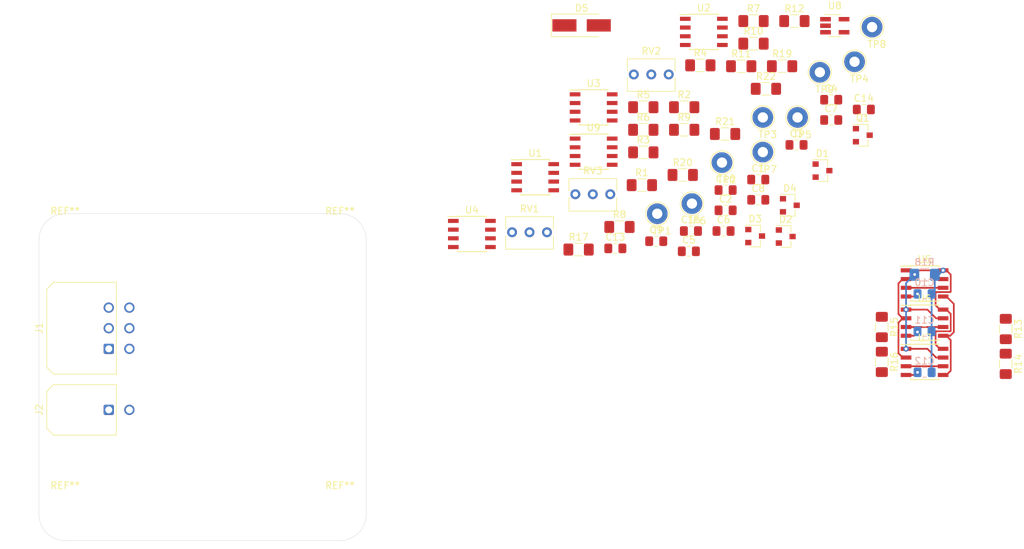
<source format=kicad_pcb>
(kicad_pcb (version 20171130) (host pcbnew "(5.1.0)-1")

  (general
    (thickness 1.6)
    (drawings 8)
    (tracks 80)
    (zones 0)
    (modules 71)
    (nets 31)
  )

  (page A4)
  (layers
    (0 F.Cu signal)
    (31 B.Cu signal)
    (32 B.Adhes user)
    (33 F.Adhes user)
    (34 B.Paste user)
    (35 F.Paste user)
    (36 B.SilkS user)
    (37 F.SilkS user)
    (38 B.Mask user)
    (39 F.Mask user)
    (40 Dwgs.User user)
    (41 Cmts.User user)
    (42 Eco1.User user)
    (43 Eco2.User user)
    (44 Edge.Cuts user)
    (45 Margin user)
    (46 B.CrtYd user)
    (47 F.CrtYd user)
    (48 B.Fab user)
    (49 F.Fab user)
  )

  (setup
    (last_trace_width 0.25)
    (trace_clearance 0.2)
    (zone_clearance 0.508)
    (zone_45_only no)
    (trace_min 0.2)
    (via_size 0.8)
    (via_drill 0.4)
    (via_min_size 0.4)
    (via_min_drill 0.3)
    (uvia_size 0.3)
    (uvia_drill 0.1)
    (uvias_allowed no)
    (uvia_min_size 0.2)
    (uvia_min_drill 0.1)
    (edge_width 0.05)
    (segment_width 0.2)
    (pcb_text_width 0.3)
    (pcb_text_size 1.5 1.5)
    (mod_edge_width 0.12)
    (mod_text_size 1 1)
    (mod_text_width 0.15)
    (pad_size 1.524 1.524)
    (pad_drill 0.762)
    (pad_to_mask_clearance 0.051)
    (solder_mask_min_width 0.25)
    (aux_axis_origin 0 0)
    (visible_elements FFFFEF7F)
    (pcbplotparams
      (layerselection 0x010fc_ffffffff)
      (usegerberextensions false)
      (usegerberattributes false)
      (usegerberadvancedattributes false)
      (creategerberjobfile false)
      (excludeedgelayer true)
      (linewidth 0.100000)
      (plotframeref false)
      (viasonmask false)
      (mode 1)
      (useauxorigin false)
      (hpglpennumber 1)
      (hpglpenspeed 20)
      (hpglpendiameter 15.000000)
      (psnegative false)
      (psa4output false)
      (plotreference true)
      (plotvalue true)
      (plotinvisibletext false)
      (padsonsilk false)
      (subtractmaskfromsilk false)
      (outputformat 1)
      (mirror false)
      (drillshape 1)
      (scaleselection 1)
      (outputdirectory ""))
  )

  (net 0 "")
  (net 1 /Brk_Frnt_Inp)
  (net 2 GND)
  (net 3 /Brk_Rear_Inp)
  (net 4 /Crnt_Sig_Inp)
  (net 5 "Net-(C4-Pad1)")
  (net 6 "Net-(C5-Pad1)")
  (net 7 VCC)
  (net 8 "Net-(C8-Pad1)")
  (net 9 "Net-(C16-Pad1)")
  (net 10 "Net-(D4-Pad2)")
  (net 11 "Net-(D5-Pad2)")
  (net 12 BSPD_Sig)
  (net 13 "Net-(J1-Pad2)")
  (net 14 "Net-(J1-Pad3)")
  (net 15 "Net-(J1-Pad4)")
  (net 16 +5V)
  (net 17 /BRK_FRNT)
  (net 18 /BRK_REAR)
  (net 19 /CRNT_SIG)
  (net 20 /SC)
  (net 21 /OC)
  (net 22 /~OCSC)
  (net 23 /~FLT_SIG)
  (net 24 "Net-(R21-Pad1)")
  (net 25 "Net-(U1-Pad5)")
  (net 26 "Net-(U2-Pad5)")
  (net 27 "Net-(U3-Pad5)")
  (net 28 /BRK_SIG)
  (net 29 /Plausibility)
  (net 30 "Net-(U9-Pad7)")

  (net_class Default "This is the default net class."
    (clearance 0.2)
    (trace_width 0.25)
    (via_dia 0.8)
    (via_drill 0.4)
    (uvia_dia 0.3)
    (uvia_drill 0.1)
    (add_net +5V)
    (add_net /BRK_FRNT)
    (add_net /BRK_REAR)
    (add_net /BRK_SIG)
    (add_net /Brk_Frnt_Inp)
    (add_net /Brk_Rear_Inp)
    (add_net /CRNT_SIG)
    (add_net /Crnt_Sig_Inp)
    (add_net /OC)
    (add_net /Plausibility)
    (add_net /SC)
    (add_net /~FLT_SIG)
    (add_net /~OCSC)
    (add_net BSPD_Sig)
    (add_net GND)
    (add_net "Net-(C16-Pad1)")
    (add_net "Net-(C4-Pad1)")
    (add_net "Net-(C5-Pad1)")
    (add_net "Net-(C8-Pad1)")
    (add_net "Net-(D4-Pad2)")
    (add_net "Net-(D5-Pad2)")
    (add_net "Net-(J1-Pad2)")
    (add_net "Net-(J1-Pad3)")
    (add_net "Net-(J1-Pad4)")
    (add_net "Net-(R21-Pad1)")
    (add_net "Net-(U1-Pad5)")
    (add_net "Net-(U2-Pad5)")
    (add_net "Net-(U3-Pad5)")
    (add_net "Net-(U9-Pad7)")
    (add_net VCC)
  )

  (module MountingHole:MountingHole_3.2mm_M3 (layer F.Cu) (tedit 56D1B4CB) (tstamp 5E89E849)
    (at 111.755 111.76)
    (descr "Mounting Hole 3.2mm, no annular, M3")
    (tags "mounting hole 3.2mm no annular m3")
    (attr virtual)
    (fp_text reference REF** (at 0 -4.2) (layer F.SilkS)
      (effects (font (size 1 1) (thickness 0.15)))
    )
    (fp_text value MountingHole_3.2mm_M3 (at 0 4.2) (layer F.Fab)
      (effects (font (size 1 1) (thickness 0.15)))
    )
    (fp_circle (center 0 0) (end 3.45 0) (layer F.CrtYd) (width 0.05))
    (fp_circle (center 0 0) (end 3.2 0) (layer Cmts.User) (width 0.15))
    (fp_text user %R (at 0.3 0) (layer F.Fab)
      (effects (font (size 1 1) (thickness 0.15)))
    )
    (pad 1 np_thru_hole circle (at 0 0) (size 3.2 3.2) (drill 3.2) (layers *.Cu *.Mask))
  )

  (module MountingHole:MountingHole_3.2mm_M3 (layer F.Cu) (tedit 56D1B4CB) (tstamp 5E89E82C)
    (at 71.755 151.76)
    (descr "Mounting Hole 3.2mm, no annular, M3")
    (tags "mounting hole 3.2mm no annular m3")
    (attr virtual)
    (fp_text reference REF** (at 0 -4.2) (layer F.SilkS)
      (effects (font (size 1 1) (thickness 0.15)))
    )
    (fp_text value MountingHole_3.2mm_M3 (at 0 4.2) (layer F.Fab)
      (effects (font (size 1 1) (thickness 0.15)))
    )
    (fp_circle (center 0 0) (end 3.45 0) (layer F.CrtYd) (width 0.05))
    (fp_circle (center 0 0) (end 3.2 0) (layer Cmts.User) (width 0.15))
    (fp_text user %R (at 0.3 0) (layer F.Fab)
      (effects (font (size 1 1) (thickness 0.15)))
    )
    (pad 1 np_thru_hole circle (at 0 0) (size 3.2 3.2) (drill 3.2) (layers *.Cu *.Mask))
  )

  (module MountingHole:MountingHole_3.2mm_M3 (layer F.Cu) (tedit 56D1B4CB) (tstamp 5E89E80F)
    (at 111.755 151.76)
    (descr "Mounting Hole 3.2mm, no annular, M3")
    (tags "mounting hole 3.2mm no annular m3")
    (attr virtual)
    (fp_text reference REF** (at 0 -4.2) (layer F.SilkS)
      (effects (font (size 1 1) (thickness 0.15)))
    )
    (fp_text value MountingHole_3.2mm_M3 (at 0 4.2) (layer F.Fab)
      (effects (font (size 1 1) (thickness 0.15)))
    )
    (fp_circle (center 0 0) (end 3.45 0) (layer F.CrtYd) (width 0.05))
    (fp_circle (center 0 0) (end 3.2 0) (layer Cmts.User) (width 0.15))
    (fp_text user %R (at 0.3 0) (layer F.Fab)
      (effects (font (size 1 1) (thickness 0.15)))
    )
    (pad 1 np_thru_hole circle (at 0 0) (size 3.2 3.2) (drill 3.2) (layers *.Cu *.Mask))
  )

  (module MountingHole:MountingHole_3.2mm_M3 (layer F.Cu) (tedit 56D1B4CB) (tstamp 5E89E7F2)
    (at 71.755 111.76)
    (descr "Mounting Hole 3.2mm, no annular, M3")
    (tags "mounting hole 3.2mm no annular m3")
    (attr virtual)
    (fp_text reference REF** (at 0 -4.2) (layer F.SilkS)
      (effects (font (size 1 1) (thickness 0.15)))
    )
    (fp_text value MountingHole_3.2mm_M3 (at 0 4.2) (layer F.Fab)
      (effects (font (size 1 1) (thickness 0.15)))
    )
    (fp_circle (center 0 0) (end 3.45 0) (layer F.CrtYd) (width 0.05))
    (fp_circle (center 0 0) (end 3.2 0) (layer Cmts.User) (width 0.15))
    (fp_text user %R (at 0.3 0) (layer F.Fab)
      (effects (font (size 1 1) (thickness 0.15)))
    )
    (pad 1 np_thru_hole circle (at 0 0) (size 3.2 3.2) (drill 3.2) (layers *.Cu *.Mask))
  )

  (module Capacitor_SMD:C_0805_2012Metric_Pad1.15x1.40mm_HandSolder (layer F.Cu) (tedit 5B36C52B) (tstamp 5E89D452)
    (at 172.638201 102.975001)
    (descr "Capacitor SMD 0805 (2012 Metric), square (rectangular) end terminal, IPC_7351 nominal with elongated pad for handsoldering. (Body size source: https://docs.google.com/spreadsheets/d/1BsfQQcO9C6DZCsRaXUlFlo91Tg2WpOkGARC1WS5S8t0/edit?usp=sharing), generated with kicad-footprint-generator")
    (tags "capacitor handsolder")
    (path /5E799300)
    (attr smd)
    (fp_text reference C1 (at 0 -1.65) (layer F.SilkS)
      (effects (font (size 1 1) (thickness 0.15)))
    )
    (fp_text value CP1_Small (at 0 1.65) (layer F.Fab)
      (effects (font (size 1 1) (thickness 0.15)))
    )
    (fp_line (start -1 0.6) (end -1 -0.6) (layer F.Fab) (width 0.1))
    (fp_line (start -1 -0.6) (end 1 -0.6) (layer F.Fab) (width 0.1))
    (fp_line (start 1 -0.6) (end 1 0.6) (layer F.Fab) (width 0.1))
    (fp_line (start 1 0.6) (end -1 0.6) (layer F.Fab) (width 0.1))
    (fp_line (start -0.261252 -0.71) (end 0.261252 -0.71) (layer F.SilkS) (width 0.12))
    (fp_line (start -0.261252 0.71) (end 0.261252 0.71) (layer F.SilkS) (width 0.12))
    (fp_line (start -1.85 0.95) (end -1.85 -0.95) (layer F.CrtYd) (width 0.05))
    (fp_line (start -1.85 -0.95) (end 1.85 -0.95) (layer F.CrtYd) (width 0.05))
    (fp_line (start 1.85 -0.95) (end 1.85 0.95) (layer F.CrtYd) (width 0.05))
    (fp_line (start 1.85 0.95) (end -1.85 0.95) (layer F.CrtYd) (width 0.05))
    (fp_text user %R (at 0 0) (layer F.Fab)
      (effects (font (size 0.5 0.5) (thickness 0.08)))
    )
    (pad 1 smd roundrect (at -1.025 0) (size 1.15 1.4) (layers F.Cu F.Paste F.Mask) (roundrect_rratio 0.217391)
      (net 1 /Brk_Frnt_Inp))
    (pad 2 smd roundrect (at 1.025 0) (size 1.15 1.4) (layers F.Cu F.Paste F.Mask) (roundrect_rratio 0.217391)
      (net 2 GND))
    (model ${KISYS3DMOD}/Capacitor_SMD.3dshapes/C_0805_2012Metric.wrl
      (at (xyz 0 0 0))
      (scale (xyz 1 1 1))
      (rotate (xyz 0 0 0))
    )
  )

  (module Capacitor_SMD:C_0805_2012Metric_Pad1.15x1.40mm_HandSolder (layer F.Cu) (tedit 5B36C52B) (tstamp 5E89D463)
    (at 167.888201 107.455001)
    (descr "Capacitor SMD 0805 (2012 Metric), square (rectangular) end terminal, IPC_7351 nominal with elongated pad for handsoldering. (Body size source: https://docs.google.com/spreadsheets/d/1BsfQQcO9C6DZCsRaXUlFlo91Tg2WpOkGARC1WS5S8t0/edit?usp=sharing), generated with kicad-footprint-generator")
    (tags "capacitor handsolder")
    (path /5E7FD2EE)
    (attr smd)
    (fp_text reference C2 (at 0 -1.65) (layer F.SilkS)
      (effects (font (size 1 1) (thickness 0.15)))
    )
    (fp_text value CP1_Small (at 0 1.65) (layer F.Fab)
      (effects (font (size 1 1) (thickness 0.15)))
    )
    (fp_text user %R (at 0 0) (layer F.Fab)
      (effects (font (size 0.5 0.5) (thickness 0.08)))
    )
    (fp_line (start 1.85 0.95) (end -1.85 0.95) (layer F.CrtYd) (width 0.05))
    (fp_line (start 1.85 -0.95) (end 1.85 0.95) (layer F.CrtYd) (width 0.05))
    (fp_line (start -1.85 -0.95) (end 1.85 -0.95) (layer F.CrtYd) (width 0.05))
    (fp_line (start -1.85 0.95) (end -1.85 -0.95) (layer F.CrtYd) (width 0.05))
    (fp_line (start -0.261252 0.71) (end 0.261252 0.71) (layer F.SilkS) (width 0.12))
    (fp_line (start -0.261252 -0.71) (end 0.261252 -0.71) (layer F.SilkS) (width 0.12))
    (fp_line (start 1 0.6) (end -1 0.6) (layer F.Fab) (width 0.1))
    (fp_line (start 1 -0.6) (end 1 0.6) (layer F.Fab) (width 0.1))
    (fp_line (start -1 -0.6) (end 1 -0.6) (layer F.Fab) (width 0.1))
    (fp_line (start -1 0.6) (end -1 -0.6) (layer F.Fab) (width 0.1))
    (pad 2 smd roundrect (at 1.025 0) (size 1.15 1.4) (layers F.Cu F.Paste F.Mask) (roundrect_rratio 0.217391)
      (net 2 GND))
    (pad 1 smd roundrect (at -1.025 0) (size 1.15 1.4) (layers F.Cu F.Paste F.Mask) (roundrect_rratio 0.217391)
      (net 3 /Brk_Rear_Inp))
    (model ${KISYS3DMOD}/Capacitor_SMD.3dshapes/C_0805_2012Metric.wrl
      (at (xyz 0 0 0))
      (scale (xyz 1 1 1))
      (rotate (xyz 0 0 0))
    )
  )

  (module Capacitor_SMD:C_0805_2012Metric_Pad1.15x1.40mm_HandSolder (layer F.Cu) (tedit 5B36C52B) (tstamp 5E89D474)
    (at 178.208201 97.925001)
    (descr "Capacitor SMD 0805 (2012 Metric), square (rectangular) end terminal, IPC_7351 nominal with elongated pad for handsoldering. (Body size source: https://docs.google.com/spreadsheets/d/1BsfQQcO9C6DZCsRaXUlFlo91Tg2WpOkGARC1WS5S8t0/edit?usp=sharing), generated with kicad-footprint-generator")
    (tags "capacitor handsolder")
    (path /5E805C27)
    (attr smd)
    (fp_text reference C3 (at 0 -1.65) (layer F.SilkS)
      (effects (font (size 1 1) (thickness 0.15)))
    )
    (fp_text value CP1_Small (at 0 1.65) (layer F.Fab)
      (effects (font (size 1 1) (thickness 0.15)))
    )
    (fp_line (start -1 0.6) (end -1 -0.6) (layer F.Fab) (width 0.1))
    (fp_line (start -1 -0.6) (end 1 -0.6) (layer F.Fab) (width 0.1))
    (fp_line (start 1 -0.6) (end 1 0.6) (layer F.Fab) (width 0.1))
    (fp_line (start 1 0.6) (end -1 0.6) (layer F.Fab) (width 0.1))
    (fp_line (start -0.261252 -0.71) (end 0.261252 -0.71) (layer F.SilkS) (width 0.12))
    (fp_line (start -0.261252 0.71) (end 0.261252 0.71) (layer F.SilkS) (width 0.12))
    (fp_line (start -1.85 0.95) (end -1.85 -0.95) (layer F.CrtYd) (width 0.05))
    (fp_line (start -1.85 -0.95) (end 1.85 -0.95) (layer F.CrtYd) (width 0.05))
    (fp_line (start 1.85 -0.95) (end 1.85 0.95) (layer F.CrtYd) (width 0.05))
    (fp_line (start 1.85 0.95) (end -1.85 0.95) (layer F.CrtYd) (width 0.05))
    (fp_text user %R (at 0 0) (layer F.Fab)
      (effects (font (size 0.5 0.5) (thickness 0.08)))
    )
    (pad 1 smd roundrect (at -1.025 0) (size 1.15 1.4) (layers F.Cu F.Paste F.Mask) (roundrect_rratio 0.217391)
      (net 4 /Crnt_Sig_Inp))
    (pad 2 smd roundrect (at 1.025 0) (size 1.15 1.4) (layers F.Cu F.Paste F.Mask) (roundrect_rratio 0.217391)
      (net 2 GND))
    (model ${KISYS3DMOD}/Capacitor_SMD.3dshapes/C_0805_2012Metric.wrl
      (at (xyz 0 0 0))
      (scale (xyz 1 1 1))
      (rotate (xyz 0 0 0))
    )
  )

  (module Capacitor_SMD:C_0805_2012Metric_Pad1.15x1.40mm_HandSolder (layer F.Cu) (tedit 5B36C52B) (tstamp 5E89D485)
    (at 183.258201 91.345001)
    (descr "Capacitor SMD 0805 (2012 Metric), square (rectangular) end terminal, IPC_7351 nominal with elongated pad for handsoldering. (Body size source: https://docs.google.com/spreadsheets/d/1BsfQQcO9C6DZCsRaXUlFlo91Tg2WpOkGARC1WS5S8t0/edit?usp=sharing), generated with kicad-footprint-generator")
    (tags "capacitor handsolder")
    (path /5DD15688)
    (attr smd)
    (fp_text reference C4 (at 0 -1.65) (layer F.SilkS)
      (effects (font (size 1 1) (thickness 0.15)))
    )
    (fp_text value 0.1u (at 0 1.65) (layer F.Fab)
      (effects (font (size 1 1) (thickness 0.15)))
    )
    (fp_line (start -1 0.6) (end -1 -0.6) (layer F.Fab) (width 0.1))
    (fp_line (start -1 -0.6) (end 1 -0.6) (layer F.Fab) (width 0.1))
    (fp_line (start 1 -0.6) (end 1 0.6) (layer F.Fab) (width 0.1))
    (fp_line (start 1 0.6) (end -1 0.6) (layer F.Fab) (width 0.1))
    (fp_line (start -0.261252 -0.71) (end 0.261252 -0.71) (layer F.SilkS) (width 0.12))
    (fp_line (start -0.261252 0.71) (end 0.261252 0.71) (layer F.SilkS) (width 0.12))
    (fp_line (start -1.85 0.95) (end -1.85 -0.95) (layer F.CrtYd) (width 0.05))
    (fp_line (start -1.85 -0.95) (end 1.85 -0.95) (layer F.CrtYd) (width 0.05))
    (fp_line (start 1.85 -0.95) (end 1.85 0.95) (layer F.CrtYd) (width 0.05))
    (fp_line (start 1.85 0.95) (end -1.85 0.95) (layer F.CrtYd) (width 0.05))
    (fp_text user %R (at 0 0) (layer F.Fab)
      (effects (font (size 0.5 0.5) (thickness 0.08)))
    )
    (pad 1 smd roundrect (at -1.025 0) (size 1.15 1.4) (layers F.Cu F.Paste F.Mask) (roundrect_rratio 0.217391)
      (net 5 "Net-(C4-Pad1)"))
    (pad 2 smd roundrect (at 1.025 0) (size 1.15 1.4) (layers F.Cu F.Paste F.Mask) (roundrect_rratio 0.217391)
      (net 1 /Brk_Frnt_Inp))
    (model ${KISYS3DMOD}/Capacitor_SMD.3dshapes/C_0805_2012Metric.wrl
      (at (xyz 0 0 0))
      (scale (xyz 1 1 1))
      (rotate (xyz 0 0 0))
    )
  )

  (module Capacitor_SMD:C_0805_2012Metric_Pad1.15x1.40mm_HandSolder (layer F.Cu) (tedit 5B36C52B) (tstamp 5E89D496)
    (at 162.538201 113.425001)
    (descr "Capacitor SMD 0805 (2012 Metric), square (rectangular) end terminal, IPC_7351 nominal with elongated pad for handsoldering. (Body size source: https://docs.google.com/spreadsheets/d/1BsfQQcO9C6DZCsRaXUlFlo91Tg2WpOkGARC1WS5S8t0/edit?usp=sharing), generated with kicad-footprint-generator")
    (tags "capacitor handsolder")
    (path /5DD4BF32)
    (attr smd)
    (fp_text reference C5 (at 0 -1.65) (layer F.SilkS)
      (effects (font (size 1 1) (thickness 0.15)))
    )
    (fp_text value 0.1u (at 0 1.65) (layer F.Fab)
      (effects (font (size 1 1) (thickness 0.15)))
    )
    (fp_text user %R (at 0 0) (layer F.Fab)
      (effects (font (size 0.5 0.5) (thickness 0.08)))
    )
    (fp_line (start 1.85 0.95) (end -1.85 0.95) (layer F.CrtYd) (width 0.05))
    (fp_line (start 1.85 -0.95) (end 1.85 0.95) (layer F.CrtYd) (width 0.05))
    (fp_line (start -1.85 -0.95) (end 1.85 -0.95) (layer F.CrtYd) (width 0.05))
    (fp_line (start -1.85 0.95) (end -1.85 -0.95) (layer F.CrtYd) (width 0.05))
    (fp_line (start -0.261252 0.71) (end 0.261252 0.71) (layer F.SilkS) (width 0.12))
    (fp_line (start -0.261252 -0.71) (end 0.261252 -0.71) (layer F.SilkS) (width 0.12))
    (fp_line (start 1 0.6) (end -1 0.6) (layer F.Fab) (width 0.1))
    (fp_line (start 1 -0.6) (end 1 0.6) (layer F.Fab) (width 0.1))
    (fp_line (start -1 -0.6) (end 1 -0.6) (layer F.Fab) (width 0.1))
    (fp_line (start -1 0.6) (end -1 -0.6) (layer F.Fab) (width 0.1))
    (pad 2 smd roundrect (at 1.025 0) (size 1.15 1.4) (layers F.Cu F.Paste F.Mask) (roundrect_rratio 0.217391)
      (net 3 /Brk_Rear_Inp))
    (pad 1 smd roundrect (at -1.025 0) (size 1.15 1.4) (layers F.Cu F.Paste F.Mask) (roundrect_rratio 0.217391)
      (net 6 "Net-(C5-Pad1)"))
    (model ${KISYS3DMOD}/Capacitor_SMD.3dshapes/C_0805_2012Metric.wrl
      (at (xyz 0 0 0))
      (scale (xyz 1 1 1))
      (rotate (xyz 0 0 0))
    )
  )

  (module Capacitor_SMD:C_0805_2012Metric_Pad1.15x1.40mm_HandSolder (layer F.Cu) (tedit 5B36C52B) (tstamp 5E89D4A7)
    (at 167.588201 110.475001)
    (descr "Capacitor SMD 0805 (2012 Metric), square (rectangular) end terminal, IPC_7351 nominal with elongated pad for handsoldering. (Body size source: https://docs.google.com/spreadsheets/d/1BsfQQcO9C6DZCsRaXUlFlo91Tg2WpOkGARC1WS5S8t0/edit?usp=sharing), generated with kicad-footprint-generator")
    (tags "capacitor handsolder")
    (path /5D6ABCF3)
    (attr smd)
    (fp_text reference C6 (at 0 -1.65) (layer F.SilkS)
      (effects (font (size 1 1) (thickness 0.15)))
    )
    (fp_text value 0.1uF (at 0 1.65) (layer F.Fab)
      (effects (font (size 1 1) (thickness 0.15)))
    )
    (fp_text user %R (at 0 0) (layer F.Fab)
      (effects (font (size 0.5 0.5) (thickness 0.08)))
    )
    (fp_line (start 1.85 0.95) (end -1.85 0.95) (layer F.CrtYd) (width 0.05))
    (fp_line (start 1.85 -0.95) (end 1.85 0.95) (layer F.CrtYd) (width 0.05))
    (fp_line (start -1.85 -0.95) (end 1.85 -0.95) (layer F.CrtYd) (width 0.05))
    (fp_line (start -1.85 0.95) (end -1.85 -0.95) (layer F.CrtYd) (width 0.05))
    (fp_line (start -0.261252 0.71) (end 0.261252 0.71) (layer F.SilkS) (width 0.12))
    (fp_line (start -0.261252 -0.71) (end 0.261252 -0.71) (layer F.SilkS) (width 0.12))
    (fp_line (start 1 0.6) (end -1 0.6) (layer F.Fab) (width 0.1))
    (fp_line (start 1 -0.6) (end 1 0.6) (layer F.Fab) (width 0.1))
    (fp_line (start -1 -0.6) (end 1 -0.6) (layer F.Fab) (width 0.1))
    (fp_line (start -1 0.6) (end -1 -0.6) (layer F.Fab) (width 0.1))
    (pad 2 smd roundrect (at 1.025 0) (size 1.15 1.4) (layers F.Cu F.Paste F.Mask) (roundrect_rratio 0.217391)
      (net 2 GND))
    (pad 1 smd roundrect (at -1.025 0) (size 1.15 1.4) (layers F.Cu F.Paste F.Mask) (roundrect_rratio 0.217391)
      (net 7 VCC))
    (model ${KISYS3DMOD}/Capacitor_SMD.3dshapes/C_0805_2012Metric.wrl
      (at (xyz 0 0 0))
      (scale (xyz 1 1 1))
      (rotate (xyz 0 0 0))
    )
  )

  (module Capacitor_SMD:C_0805_2012Metric_Pad1.15x1.40mm_HandSolder (layer F.Cu) (tedit 5B36C52B) (tstamp 5E89D4B8)
    (at 183.258201 94.295001)
    (descr "Capacitor SMD 0805 (2012 Metric), square (rectangular) end terminal, IPC_7351 nominal with elongated pad for handsoldering. (Body size source: https://docs.google.com/spreadsheets/d/1BsfQQcO9C6DZCsRaXUlFlo91Tg2WpOkGARC1WS5S8t0/edit?usp=sharing), generated with kicad-footprint-generator")
    (tags "capacitor handsolder")
    (path /5D6AD276)
    (attr smd)
    (fp_text reference C7 (at 0 -1.65) (layer F.SilkS)
      (effects (font (size 1 1) (thickness 0.15)))
    )
    (fp_text value 0.1uF (at 0 1.65) (layer F.Fab)
      (effects (font (size 1 1) (thickness 0.15)))
    )
    (fp_line (start -1 0.6) (end -1 -0.6) (layer F.Fab) (width 0.1))
    (fp_line (start -1 -0.6) (end 1 -0.6) (layer F.Fab) (width 0.1))
    (fp_line (start 1 -0.6) (end 1 0.6) (layer F.Fab) (width 0.1))
    (fp_line (start 1 0.6) (end -1 0.6) (layer F.Fab) (width 0.1))
    (fp_line (start -0.261252 -0.71) (end 0.261252 -0.71) (layer F.SilkS) (width 0.12))
    (fp_line (start -0.261252 0.71) (end 0.261252 0.71) (layer F.SilkS) (width 0.12))
    (fp_line (start -1.85 0.95) (end -1.85 -0.95) (layer F.CrtYd) (width 0.05))
    (fp_line (start -1.85 -0.95) (end 1.85 -0.95) (layer F.CrtYd) (width 0.05))
    (fp_line (start 1.85 -0.95) (end 1.85 0.95) (layer F.CrtYd) (width 0.05))
    (fp_line (start 1.85 0.95) (end -1.85 0.95) (layer F.CrtYd) (width 0.05))
    (fp_text user %R (at 0 0) (layer F.Fab)
      (effects (font (size 0.5 0.5) (thickness 0.08)))
    )
    (pad 1 smd roundrect (at -1.025 0) (size 1.15 1.4) (layers F.Cu F.Paste F.Mask) (roundrect_rratio 0.217391)
      (net 7 VCC))
    (pad 2 smd roundrect (at 1.025 0) (size 1.15 1.4) (layers F.Cu F.Paste F.Mask) (roundrect_rratio 0.217391)
      (net 2 GND))
    (model ${KISYS3DMOD}/Capacitor_SMD.3dshapes/C_0805_2012Metric.wrl
      (at (xyz 0 0 0))
      (scale (xyz 1 1 1))
      (rotate (xyz 0 0 0))
    )
  )

  (module Capacitor_SMD:C_0805_2012Metric_Pad1.15x1.40mm_HandSolder (layer F.Cu) (tedit 5B36C52B) (tstamp 5E89D4C9)
    (at 172.638201 105.925001)
    (descr "Capacitor SMD 0805 (2012 Metric), square (rectangular) end terminal, IPC_7351 nominal with elongated pad for handsoldering. (Body size source: https://docs.google.com/spreadsheets/d/1BsfQQcO9C6DZCsRaXUlFlo91Tg2WpOkGARC1WS5S8t0/edit?usp=sharing), generated with kicad-footprint-generator")
    (tags "capacitor handsolder")
    (path /5D76604C)
    (attr smd)
    (fp_text reference C8 (at 0 -1.65) (layer F.SilkS)
      (effects (font (size 1 1) (thickness 0.15)))
    )
    (fp_text value 0.1u (at 0 1.65) (layer F.Fab)
      (effects (font (size 1 1) (thickness 0.15)))
    )
    (fp_text user %R (at 0 0) (layer F.Fab)
      (effects (font (size 0.5 0.5) (thickness 0.08)))
    )
    (fp_line (start 1.85 0.95) (end -1.85 0.95) (layer F.CrtYd) (width 0.05))
    (fp_line (start 1.85 -0.95) (end 1.85 0.95) (layer F.CrtYd) (width 0.05))
    (fp_line (start -1.85 -0.95) (end 1.85 -0.95) (layer F.CrtYd) (width 0.05))
    (fp_line (start -1.85 0.95) (end -1.85 -0.95) (layer F.CrtYd) (width 0.05))
    (fp_line (start -0.261252 0.71) (end 0.261252 0.71) (layer F.SilkS) (width 0.12))
    (fp_line (start -0.261252 -0.71) (end 0.261252 -0.71) (layer F.SilkS) (width 0.12))
    (fp_line (start 1 0.6) (end -1 0.6) (layer F.Fab) (width 0.1))
    (fp_line (start 1 -0.6) (end 1 0.6) (layer F.Fab) (width 0.1))
    (fp_line (start -1 -0.6) (end 1 -0.6) (layer F.Fab) (width 0.1))
    (fp_line (start -1 0.6) (end -1 -0.6) (layer F.Fab) (width 0.1))
    (pad 2 smd roundrect (at 1.025 0) (size 1.15 1.4) (layers F.Cu F.Paste F.Mask) (roundrect_rratio 0.217391)
      (net 4 /Crnt_Sig_Inp))
    (pad 1 smd roundrect (at -1.025 0) (size 1.15 1.4) (layers F.Cu F.Paste F.Mask) (roundrect_rratio 0.217391)
      (net 8 "Net-(C8-Pad1)"))
    (model ${KISYS3DMOD}/Capacitor_SMD.3dshapes/C_0805_2012Metric.wrl
      (at (xyz 0 0 0))
      (scale (xyz 1 1 1))
      (rotate (xyz 0 0 0))
    )
  )

  (module Capacitor_SMD:C_0805_2012Metric_Pad1.15x1.40mm_HandSolder (layer F.Cu) (tedit 5B36C52B) (tstamp 5E89D4DA)
    (at 157.788201 111.955001)
    (descr "Capacitor SMD 0805 (2012 Metric), square (rectangular) end terminal, IPC_7351 nominal with elongated pad for handsoldering. (Body size source: https://docs.google.com/spreadsheets/d/1BsfQQcO9C6DZCsRaXUlFlo91Tg2WpOkGARC1WS5S8t0/edit?usp=sharing), generated with kicad-footprint-generator")
    (tags "capacitor handsolder")
    (path /5D6AB62B)
    (attr smd)
    (fp_text reference C9 (at 0 -1.65) (layer F.SilkS)
      (effects (font (size 1 1) (thickness 0.15)))
    )
    (fp_text value 0.1uF (at 0 1.65) (layer F.Fab)
      (effects (font (size 1 1) (thickness 0.15)))
    )
    (fp_line (start -1 0.6) (end -1 -0.6) (layer F.Fab) (width 0.1))
    (fp_line (start -1 -0.6) (end 1 -0.6) (layer F.Fab) (width 0.1))
    (fp_line (start 1 -0.6) (end 1 0.6) (layer F.Fab) (width 0.1))
    (fp_line (start 1 0.6) (end -1 0.6) (layer F.Fab) (width 0.1))
    (fp_line (start -0.261252 -0.71) (end 0.261252 -0.71) (layer F.SilkS) (width 0.12))
    (fp_line (start -0.261252 0.71) (end 0.261252 0.71) (layer F.SilkS) (width 0.12))
    (fp_line (start -1.85 0.95) (end -1.85 -0.95) (layer F.CrtYd) (width 0.05))
    (fp_line (start -1.85 -0.95) (end 1.85 -0.95) (layer F.CrtYd) (width 0.05))
    (fp_line (start 1.85 -0.95) (end 1.85 0.95) (layer F.CrtYd) (width 0.05))
    (fp_line (start 1.85 0.95) (end -1.85 0.95) (layer F.CrtYd) (width 0.05))
    (fp_text user %R (at 0 0) (layer F.Fab)
      (effects (font (size 0.5 0.5) (thickness 0.08)))
    )
    (pad 1 smd roundrect (at -1.025 0) (size 1.15 1.4) (layers F.Cu F.Paste F.Mask) (roundrect_rratio 0.217391)
      (net 7 VCC))
    (pad 2 smd roundrect (at 1.025 0) (size 1.15 1.4) (layers F.Cu F.Paste F.Mask) (roundrect_rratio 0.217391)
      (net 2 GND))
    (model ${KISYS3DMOD}/Capacitor_SMD.3dshapes/C_0805_2012Metric.wrl
      (at (xyz 0 0 0))
      (scale (xyz 1 1 1))
      (rotate (xyz 0 0 0))
    )
  )

  (module Capacitor_SMD:C_0805_2012Metric_Pad1.15x1.40mm_HandSolder (layer B.Cu) (tedit 5B36C52B) (tstamp 5E89D4EB)
    (at 196.85 119.634 180)
    (descr "Capacitor SMD 0805 (2012 Metric), square (rectangular) end terminal, IPC_7351 nominal with elongated pad for handsoldering. (Body size source: https://docs.google.com/spreadsheets/d/1BsfQQcO9C6DZCsRaXUlFlo91Tg2WpOkGARC1WS5S8t0/edit?usp=sharing), generated with kicad-footprint-generator")
    (tags "capacitor handsolder")
    (path /5E6CC38D)
    (attr smd)
    (fp_text reference C10 (at 0 1.65 180) (layer B.SilkS)
      (effects (font (size 1 1) (thickness 0.15)) (justify mirror))
    )
    (fp_text value 0.1uF (at 0 -1.65 180) (layer B.Fab)
      (effects (font (size 1 1) (thickness 0.15)) (justify mirror))
    )
    (fp_text user %R (at 0 0 180) (layer B.Fab)
      (effects (font (size 0.5 0.5) (thickness 0.08)) (justify mirror))
    )
    (fp_line (start 1.85 -0.95) (end -1.85 -0.95) (layer B.CrtYd) (width 0.05))
    (fp_line (start 1.85 0.95) (end 1.85 -0.95) (layer B.CrtYd) (width 0.05))
    (fp_line (start -1.85 0.95) (end 1.85 0.95) (layer B.CrtYd) (width 0.05))
    (fp_line (start -1.85 -0.95) (end -1.85 0.95) (layer B.CrtYd) (width 0.05))
    (fp_line (start -0.261252 -0.71) (end 0.261252 -0.71) (layer B.SilkS) (width 0.12))
    (fp_line (start -0.261252 0.71) (end 0.261252 0.71) (layer B.SilkS) (width 0.12))
    (fp_line (start 1 -0.6) (end -1 -0.6) (layer B.Fab) (width 0.1))
    (fp_line (start 1 0.6) (end 1 -0.6) (layer B.Fab) (width 0.1))
    (fp_line (start -1 0.6) (end 1 0.6) (layer B.Fab) (width 0.1))
    (fp_line (start -1 -0.6) (end -1 0.6) (layer B.Fab) (width 0.1))
    (pad 2 smd roundrect (at 1.025 0 180) (size 1.15 1.4) (layers B.Cu B.Paste B.Mask) (roundrect_rratio 0.217391)
      (net 2 GND))
    (pad 1 smd roundrect (at -1.025 0 180) (size 1.15 1.4) (layers B.Cu B.Paste B.Mask) (roundrect_rratio 0.217391)
      (net 7 VCC))
    (model ${KISYS3DMOD}/Capacitor_SMD.3dshapes/C_0805_2012Metric.wrl
      (at (xyz 0 0 0))
      (scale (xyz 1 1 1))
      (rotate (xyz 0 0 0))
    )
  )

  (module Capacitor_SMD:C_0805_2012Metric_Pad1.15x1.40mm_HandSolder (layer B.Cu) (tedit 5B36C52B) (tstamp 5E89D4FC)
    (at 196.841 125.095 180)
    (descr "Capacitor SMD 0805 (2012 Metric), square (rectangular) end terminal, IPC_7351 nominal with elongated pad for handsoldering. (Body size source: https://docs.google.com/spreadsheets/d/1BsfQQcO9C6DZCsRaXUlFlo91Tg2WpOkGARC1WS5S8t0/edit?usp=sharing), generated with kicad-footprint-generator")
    (tags "capacitor handsolder")
    (path /5E6D1E3A)
    (attr smd)
    (fp_text reference C11 (at 0 1.65 180) (layer B.SilkS)
      (effects (font (size 1 1) (thickness 0.15)) (justify mirror))
    )
    (fp_text value 0.1uF (at 0 -1.65 180) (layer B.Fab)
      (effects (font (size 1 1) (thickness 0.15)) (justify mirror))
    )
    (fp_text user %R (at 0 0 180) (layer B.Fab)
      (effects (font (size 0.5 0.5) (thickness 0.08)) (justify mirror))
    )
    (fp_line (start 1.85 -0.95) (end -1.85 -0.95) (layer B.CrtYd) (width 0.05))
    (fp_line (start 1.85 0.95) (end 1.85 -0.95) (layer B.CrtYd) (width 0.05))
    (fp_line (start -1.85 0.95) (end 1.85 0.95) (layer B.CrtYd) (width 0.05))
    (fp_line (start -1.85 -0.95) (end -1.85 0.95) (layer B.CrtYd) (width 0.05))
    (fp_line (start -0.261252 -0.71) (end 0.261252 -0.71) (layer B.SilkS) (width 0.12))
    (fp_line (start -0.261252 0.71) (end 0.261252 0.71) (layer B.SilkS) (width 0.12))
    (fp_line (start 1 -0.6) (end -1 -0.6) (layer B.Fab) (width 0.1))
    (fp_line (start 1 0.6) (end 1 -0.6) (layer B.Fab) (width 0.1))
    (fp_line (start -1 0.6) (end 1 0.6) (layer B.Fab) (width 0.1))
    (fp_line (start -1 -0.6) (end -1 0.6) (layer B.Fab) (width 0.1))
    (pad 2 smd roundrect (at 1.025 0 180) (size 1.15 1.4) (layers B.Cu B.Paste B.Mask) (roundrect_rratio 0.217391)
      (net 2 GND))
    (pad 1 smd roundrect (at -1.025 0 180) (size 1.15 1.4) (layers B.Cu B.Paste B.Mask) (roundrect_rratio 0.217391)
      (net 7 VCC))
    (model ${KISYS3DMOD}/Capacitor_SMD.3dshapes/C_0805_2012Metric.wrl
      (at (xyz 0 0 0))
      (scale (xyz 1 1 1))
      (rotate (xyz 0 0 0))
    )
  )

  (module Capacitor_SMD:C_0805_2012Metric_Pad1.15x1.40mm_HandSolder (layer B.Cu) (tedit 5B36C52B) (tstamp 5E89D50D)
    (at 196.85 131.064 180)
    (descr "Capacitor SMD 0805 (2012 Metric), square (rectangular) end terminal, IPC_7351 nominal with elongated pad for handsoldering. (Body size source: https://docs.google.com/spreadsheets/d/1BsfQQcO9C6DZCsRaXUlFlo91Tg2WpOkGARC1WS5S8t0/edit?usp=sharing), generated with kicad-footprint-generator")
    (tags "capacitor handsolder")
    (path /5E6D740E)
    (attr smd)
    (fp_text reference C12 (at 0 1.65 180) (layer B.SilkS)
      (effects (font (size 1 1) (thickness 0.15)) (justify mirror))
    )
    (fp_text value 0.1uF (at 0 -1.65 180) (layer B.Fab)
      (effects (font (size 1 1) (thickness 0.15)) (justify mirror))
    )
    (fp_line (start -1 -0.6) (end -1 0.6) (layer B.Fab) (width 0.1))
    (fp_line (start -1 0.6) (end 1 0.6) (layer B.Fab) (width 0.1))
    (fp_line (start 1 0.6) (end 1 -0.6) (layer B.Fab) (width 0.1))
    (fp_line (start 1 -0.6) (end -1 -0.6) (layer B.Fab) (width 0.1))
    (fp_line (start -0.261252 0.71) (end 0.261252 0.71) (layer B.SilkS) (width 0.12))
    (fp_line (start -0.261252 -0.71) (end 0.261252 -0.71) (layer B.SilkS) (width 0.12))
    (fp_line (start -1.85 -0.95) (end -1.85 0.95) (layer B.CrtYd) (width 0.05))
    (fp_line (start -1.85 0.95) (end 1.85 0.95) (layer B.CrtYd) (width 0.05))
    (fp_line (start 1.85 0.95) (end 1.85 -0.95) (layer B.CrtYd) (width 0.05))
    (fp_line (start 1.85 -0.95) (end -1.85 -0.95) (layer B.CrtYd) (width 0.05))
    (fp_text user %R (at 0 0 180) (layer B.Fab)
      (effects (font (size 0.5 0.5) (thickness 0.08)) (justify mirror))
    )
    (pad 1 smd roundrect (at -1.025 0 180) (size 1.15 1.4) (layers B.Cu B.Paste B.Mask) (roundrect_rratio 0.217391)
      (net 7 VCC))
    (pad 2 smd roundrect (at 1.025 0 180) (size 1.15 1.4) (layers B.Cu B.Paste B.Mask) (roundrect_rratio 0.217391)
      (net 2 GND))
    (model ${KISYS3DMOD}/Capacitor_SMD.3dshapes/C_0805_2012Metric.wrl
      (at (xyz 0 0 0))
      (scale (xyz 1 1 1))
      (rotate (xyz 0 0 0))
    )
  )

  (module Capacitor_SMD:C_0805_2012Metric_Pad1.15x1.40mm_HandSolder (layer F.Cu) (tedit 5B36C52B) (tstamp 5E89D51E)
    (at 151.838201 113.005001)
    (descr "Capacitor SMD 0805 (2012 Metric), square (rectangular) end terminal, IPC_7351 nominal with elongated pad for handsoldering. (Body size source: https://docs.google.com/spreadsheets/d/1BsfQQcO9C6DZCsRaXUlFlo91Tg2WpOkGARC1WS5S8t0/edit?usp=sharing), generated with kicad-footprint-generator")
    (tags "capacitor handsolder")
    (path /5DC9B649)
    (attr smd)
    (fp_text reference C13 (at 0 -1.65) (layer F.SilkS)
      (effects (font (size 1 1) (thickness 0.15)))
    )
    (fp_text value 0.1uF (at 0 1.65) (layer F.Fab)
      (effects (font (size 1 1) (thickness 0.15)))
    )
    (fp_line (start -1 0.6) (end -1 -0.6) (layer F.Fab) (width 0.1))
    (fp_line (start -1 -0.6) (end 1 -0.6) (layer F.Fab) (width 0.1))
    (fp_line (start 1 -0.6) (end 1 0.6) (layer F.Fab) (width 0.1))
    (fp_line (start 1 0.6) (end -1 0.6) (layer F.Fab) (width 0.1))
    (fp_line (start -0.261252 -0.71) (end 0.261252 -0.71) (layer F.SilkS) (width 0.12))
    (fp_line (start -0.261252 0.71) (end 0.261252 0.71) (layer F.SilkS) (width 0.12))
    (fp_line (start -1.85 0.95) (end -1.85 -0.95) (layer F.CrtYd) (width 0.05))
    (fp_line (start -1.85 -0.95) (end 1.85 -0.95) (layer F.CrtYd) (width 0.05))
    (fp_line (start 1.85 -0.95) (end 1.85 0.95) (layer F.CrtYd) (width 0.05))
    (fp_line (start 1.85 0.95) (end -1.85 0.95) (layer F.CrtYd) (width 0.05))
    (fp_text user %R (at 0 0) (layer F.Fab)
      (effects (font (size 0.5 0.5) (thickness 0.08)))
    )
    (pad 1 smd roundrect (at -1.025 0) (size 1.15 1.4) (layers F.Cu F.Paste F.Mask) (roundrect_rratio 0.217391)
      (net 7 VCC))
    (pad 2 smd roundrect (at 1.025 0) (size 1.15 1.4) (layers F.Cu F.Paste F.Mask) (roundrect_rratio 0.217391)
      (net 2 GND))
    (model ${KISYS3DMOD}/Capacitor_SMD.3dshapes/C_0805_2012Metric.wrl
      (at (xyz 0 0 0))
      (scale (xyz 1 1 1))
      (rotate (xyz 0 0 0))
    )
  )

  (module Capacitor_SMD:C_0805_2012Metric_Pad1.15x1.40mm_HandSolder (layer F.Cu) (tedit 5B36C52B) (tstamp 5E89D52F)
    (at 188.008201 92.765001)
    (descr "Capacitor SMD 0805 (2012 Metric), square (rectangular) end terminal, IPC_7351 nominal with elongated pad for handsoldering. (Body size source: https://docs.google.com/spreadsheets/d/1BsfQQcO9C6DZCsRaXUlFlo91Tg2WpOkGARC1WS5S8t0/edit?usp=sharing), generated with kicad-footprint-generator")
    (tags "capacitor handsolder")
    (path /5DBA2EDE)
    (attr smd)
    (fp_text reference C14 (at 0 -1.65) (layer F.SilkS)
      (effects (font (size 1 1) (thickness 0.15)))
    )
    (fp_text value 0.1uF (at 0 1.65) (layer F.Fab)
      (effects (font (size 1 1) (thickness 0.15)))
    )
    (fp_text user %R (at 0 0) (layer F.Fab)
      (effects (font (size 0.5 0.5) (thickness 0.08)))
    )
    (fp_line (start 1.85 0.95) (end -1.85 0.95) (layer F.CrtYd) (width 0.05))
    (fp_line (start 1.85 -0.95) (end 1.85 0.95) (layer F.CrtYd) (width 0.05))
    (fp_line (start -1.85 -0.95) (end 1.85 -0.95) (layer F.CrtYd) (width 0.05))
    (fp_line (start -1.85 0.95) (end -1.85 -0.95) (layer F.CrtYd) (width 0.05))
    (fp_line (start -0.261252 0.71) (end 0.261252 0.71) (layer F.SilkS) (width 0.12))
    (fp_line (start -0.261252 -0.71) (end 0.261252 -0.71) (layer F.SilkS) (width 0.12))
    (fp_line (start 1 0.6) (end -1 0.6) (layer F.Fab) (width 0.1))
    (fp_line (start 1 -0.6) (end 1 0.6) (layer F.Fab) (width 0.1))
    (fp_line (start -1 -0.6) (end 1 -0.6) (layer F.Fab) (width 0.1))
    (fp_line (start -1 0.6) (end -1 -0.6) (layer F.Fab) (width 0.1))
    (pad 2 smd roundrect (at 1.025 0) (size 1.15 1.4) (layers F.Cu F.Paste F.Mask) (roundrect_rratio 0.217391)
      (net 2 GND))
    (pad 1 smd roundrect (at -1.025 0) (size 1.15 1.4) (layers F.Cu F.Paste F.Mask) (roundrect_rratio 0.217391)
      (net 7 VCC))
    (model ${KISYS3DMOD}/Capacitor_SMD.3dshapes/C_0805_2012Metric.wrl
      (at (xyz 0 0 0))
      (scale (xyz 1 1 1))
      (rotate (xyz 0 0 0))
    )
  )

  (module Capacitor_SMD:C_0805_2012Metric_Pad1.15x1.40mm_HandSolder (layer F.Cu) (tedit 5B36C52B) (tstamp 5E89D540)
    (at 162.838201 110.475001)
    (descr "Capacitor SMD 0805 (2012 Metric), square (rectangular) end terminal, IPC_7351 nominal with elongated pad for handsoldering. (Body size source: https://docs.google.com/spreadsheets/d/1BsfQQcO9C6DZCsRaXUlFlo91Tg2WpOkGARC1WS5S8t0/edit?usp=sharing), generated with kicad-footprint-generator")
    (tags "capacitor handsolder")
    (path /5D6A8CCF)
    (attr smd)
    (fp_text reference C15 (at 0 -1.65) (layer F.SilkS)
      (effects (font (size 1 1) (thickness 0.15)))
    )
    (fp_text value 0.1uF (at 0 1.65) (layer F.Fab)
      (effects (font (size 1 1) (thickness 0.15)))
    )
    (fp_text user %R (at 0 0) (layer F.Fab)
      (effects (font (size 0.5 0.5) (thickness 0.08)))
    )
    (fp_line (start 1.85 0.95) (end -1.85 0.95) (layer F.CrtYd) (width 0.05))
    (fp_line (start 1.85 -0.95) (end 1.85 0.95) (layer F.CrtYd) (width 0.05))
    (fp_line (start -1.85 -0.95) (end 1.85 -0.95) (layer F.CrtYd) (width 0.05))
    (fp_line (start -1.85 0.95) (end -1.85 -0.95) (layer F.CrtYd) (width 0.05))
    (fp_line (start -0.261252 0.71) (end 0.261252 0.71) (layer F.SilkS) (width 0.12))
    (fp_line (start -0.261252 -0.71) (end 0.261252 -0.71) (layer F.SilkS) (width 0.12))
    (fp_line (start 1 0.6) (end -1 0.6) (layer F.Fab) (width 0.1))
    (fp_line (start 1 -0.6) (end 1 0.6) (layer F.Fab) (width 0.1))
    (fp_line (start -1 -0.6) (end 1 -0.6) (layer F.Fab) (width 0.1))
    (fp_line (start -1 0.6) (end -1 -0.6) (layer F.Fab) (width 0.1))
    (pad 2 smd roundrect (at 1.025 0) (size 1.15 1.4) (layers F.Cu F.Paste F.Mask) (roundrect_rratio 0.217391)
      (net 2 GND))
    (pad 1 smd roundrect (at -1.025 0) (size 1.15 1.4) (layers F.Cu F.Paste F.Mask) (roundrect_rratio 0.217391)
      (net 7 VCC))
    (model ${KISYS3DMOD}/Capacitor_SMD.3dshapes/C_0805_2012Metric.wrl
      (at (xyz 0 0 0))
      (scale (xyz 1 1 1))
      (rotate (xyz 0 0 0))
    )
  )

  (module Capacitor_SMD:C_0805_2012Metric_Pad1.15x1.40mm_HandSolder (layer F.Cu) (tedit 5B36C52B) (tstamp 5E89D551)
    (at 167.888201 104.505001)
    (descr "Capacitor SMD 0805 (2012 Metric), square (rectangular) end terminal, IPC_7351 nominal with elongated pad for handsoldering. (Body size source: https://docs.google.com/spreadsheets/d/1BsfQQcO9C6DZCsRaXUlFlo91Tg2WpOkGARC1WS5S8t0/edit?usp=sharing), generated with kicad-footprint-generator")
    (tags "capacitor handsolder")
    (path /5D75C6DE)
    (attr smd)
    (fp_text reference C16 (at 0 -1.65) (layer F.SilkS)
      (effects (font (size 1 1) (thickness 0.15)))
    )
    (fp_text value 2.2uF (at 0 1.65) (layer F.Fab)
      (effects (font (size 1 1) (thickness 0.15)))
    )
    (fp_line (start -1 0.6) (end -1 -0.6) (layer F.Fab) (width 0.1))
    (fp_line (start -1 -0.6) (end 1 -0.6) (layer F.Fab) (width 0.1))
    (fp_line (start 1 -0.6) (end 1 0.6) (layer F.Fab) (width 0.1))
    (fp_line (start 1 0.6) (end -1 0.6) (layer F.Fab) (width 0.1))
    (fp_line (start -0.261252 -0.71) (end 0.261252 -0.71) (layer F.SilkS) (width 0.12))
    (fp_line (start -0.261252 0.71) (end 0.261252 0.71) (layer F.SilkS) (width 0.12))
    (fp_line (start -1.85 0.95) (end -1.85 -0.95) (layer F.CrtYd) (width 0.05))
    (fp_line (start -1.85 -0.95) (end 1.85 -0.95) (layer F.CrtYd) (width 0.05))
    (fp_line (start 1.85 -0.95) (end 1.85 0.95) (layer F.CrtYd) (width 0.05))
    (fp_line (start 1.85 0.95) (end -1.85 0.95) (layer F.CrtYd) (width 0.05))
    (fp_text user %R (at 0 0) (layer F.Fab)
      (effects (font (size 0.5 0.5) (thickness 0.08)))
    )
    (pad 1 smd roundrect (at -1.025 0) (size 1.15 1.4) (layers F.Cu F.Paste F.Mask) (roundrect_rratio 0.217391)
      (net 9 "Net-(C16-Pad1)"))
    (pad 2 smd roundrect (at 1.025 0) (size 1.15 1.4) (layers F.Cu F.Paste F.Mask) (roundrect_rratio 0.217391)
      (net 2 GND))
    (model ${KISYS3DMOD}/Capacitor_SMD.3dshapes/C_0805_2012Metric.wrl
      (at (xyz 0 0 0))
      (scale (xyz 1 1 1))
      (rotate (xyz 0 0 0))
    )
  )

  (module Package_TO_SOT_SMD:SOT-23 (layer F.Cu) (tedit 5A02FF57) (tstamp 5E89D566)
    (at 181.988201 101.675001)
    (descr "SOT-23, Standard")
    (tags SOT-23)
    (path /5E796AB3)
    (attr smd)
    (fp_text reference D1 (at 0 -2.5) (layer F.SilkS)
      (effects (font (size 1 1) (thickness 0.15)))
    )
    (fp_text value D_Zener_Small (at 0 2.5) (layer F.Fab)
      (effects (font (size 1 1) (thickness 0.15)))
    )
    (fp_text user %R (at 0 0 90) (layer F.Fab)
      (effects (font (size 0.5 0.5) (thickness 0.075)))
    )
    (fp_line (start -0.7 -0.95) (end -0.7 1.5) (layer F.Fab) (width 0.1))
    (fp_line (start -0.15 -1.52) (end 0.7 -1.52) (layer F.Fab) (width 0.1))
    (fp_line (start -0.7 -0.95) (end -0.15 -1.52) (layer F.Fab) (width 0.1))
    (fp_line (start 0.7 -1.52) (end 0.7 1.52) (layer F.Fab) (width 0.1))
    (fp_line (start -0.7 1.52) (end 0.7 1.52) (layer F.Fab) (width 0.1))
    (fp_line (start 0.76 1.58) (end 0.76 0.65) (layer F.SilkS) (width 0.12))
    (fp_line (start 0.76 -1.58) (end 0.76 -0.65) (layer F.SilkS) (width 0.12))
    (fp_line (start -1.7 -1.75) (end 1.7 -1.75) (layer F.CrtYd) (width 0.05))
    (fp_line (start 1.7 -1.75) (end 1.7 1.75) (layer F.CrtYd) (width 0.05))
    (fp_line (start 1.7 1.75) (end -1.7 1.75) (layer F.CrtYd) (width 0.05))
    (fp_line (start -1.7 1.75) (end -1.7 -1.75) (layer F.CrtYd) (width 0.05))
    (fp_line (start 0.76 -1.58) (end -1.4 -1.58) (layer F.SilkS) (width 0.12))
    (fp_line (start 0.76 1.58) (end -0.7 1.58) (layer F.SilkS) (width 0.12))
    (pad 1 smd rect (at -1 -0.95) (size 0.9 0.8) (layers F.Cu F.Paste F.Mask)
      (net 1 /Brk_Frnt_Inp))
    (pad 2 smd rect (at -1 0.95) (size 0.9 0.8) (layers F.Cu F.Paste F.Mask)
      (net 2 GND))
    (pad 3 smd rect (at 1 0) (size 0.9 0.8) (layers F.Cu F.Paste F.Mask))
    (model ${KISYS3DMOD}/Package_TO_SOT_SMD.3dshapes/SOT-23.wrl
      (at (xyz 0 0 0))
      (scale (xyz 1 1 1))
      (rotate (xyz 0 0 0))
    )
  )

  (module Package_TO_SOT_SMD:SOT-23 (layer F.Cu) (tedit 5A02FF57) (tstamp 5E89D57B)
    (at 176.638201 111.275001)
    (descr "SOT-23, Standard")
    (tags SOT-23)
    (path /5E7FD2E8)
    (attr smd)
    (fp_text reference D2 (at 0 -2.5) (layer F.SilkS)
      (effects (font (size 1 1) (thickness 0.15)))
    )
    (fp_text value D_Zener_Small (at 0 2.5) (layer F.Fab)
      (effects (font (size 1 1) (thickness 0.15)))
    )
    (fp_line (start 0.76 1.58) (end -0.7 1.58) (layer F.SilkS) (width 0.12))
    (fp_line (start 0.76 -1.58) (end -1.4 -1.58) (layer F.SilkS) (width 0.12))
    (fp_line (start -1.7 1.75) (end -1.7 -1.75) (layer F.CrtYd) (width 0.05))
    (fp_line (start 1.7 1.75) (end -1.7 1.75) (layer F.CrtYd) (width 0.05))
    (fp_line (start 1.7 -1.75) (end 1.7 1.75) (layer F.CrtYd) (width 0.05))
    (fp_line (start -1.7 -1.75) (end 1.7 -1.75) (layer F.CrtYd) (width 0.05))
    (fp_line (start 0.76 -1.58) (end 0.76 -0.65) (layer F.SilkS) (width 0.12))
    (fp_line (start 0.76 1.58) (end 0.76 0.65) (layer F.SilkS) (width 0.12))
    (fp_line (start -0.7 1.52) (end 0.7 1.52) (layer F.Fab) (width 0.1))
    (fp_line (start 0.7 -1.52) (end 0.7 1.52) (layer F.Fab) (width 0.1))
    (fp_line (start -0.7 -0.95) (end -0.15 -1.52) (layer F.Fab) (width 0.1))
    (fp_line (start -0.15 -1.52) (end 0.7 -1.52) (layer F.Fab) (width 0.1))
    (fp_line (start -0.7 -0.95) (end -0.7 1.5) (layer F.Fab) (width 0.1))
    (fp_text user %R (at 0 0 90) (layer F.Fab)
      (effects (font (size 0.5 0.5) (thickness 0.075)))
    )
    (pad 3 smd rect (at 1 0) (size 0.9 0.8) (layers F.Cu F.Paste F.Mask))
    (pad 2 smd rect (at -1 0.95) (size 0.9 0.8) (layers F.Cu F.Paste F.Mask)
      (net 2 GND))
    (pad 1 smd rect (at -1 -0.95) (size 0.9 0.8) (layers F.Cu F.Paste F.Mask)
      (net 3 /Brk_Rear_Inp))
    (model ${KISYS3DMOD}/Package_TO_SOT_SMD.3dshapes/SOT-23.wrl
      (at (xyz 0 0 0))
      (scale (xyz 1 1 1))
      (rotate (xyz 0 0 0))
    )
  )

  (module Package_TO_SOT_SMD:SOT-23 (layer F.Cu) (tedit 5A02FF57) (tstamp 5E89D590)
    (at 172.188201 111.205001)
    (descr "SOT-23, Standard")
    (tags SOT-23)
    (path /5E805C21)
    (attr smd)
    (fp_text reference D3 (at 0 -2.5) (layer F.SilkS)
      (effects (font (size 1 1) (thickness 0.15)))
    )
    (fp_text value D_Zener_Small (at 0 2.5) (layer F.Fab)
      (effects (font (size 1 1) (thickness 0.15)))
    )
    (fp_line (start 0.76 1.58) (end -0.7 1.58) (layer F.SilkS) (width 0.12))
    (fp_line (start 0.76 -1.58) (end -1.4 -1.58) (layer F.SilkS) (width 0.12))
    (fp_line (start -1.7 1.75) (end -1.7 -1.75) (layer F.CrtYd) (width 0.05))
    (fp_line (start 1.7 1.75) (end -1.7 1.75) (layer F.CrtYd) (width 0.05))
    (fp_line (start 1.7 -1.75) (end 1.7 1.75) (layer F.CrtYd) (width 0.05))
    (fp_line (start -1.7 -1.75) (end 1.7 -1.75) (layer F.CrtYd) (width 0.05))
    (fp_line (start 0.76 -1.58) (end 0.76 -0.65) (layer F.SilkS) (width 0.12))
    (fp_line (start 0.76 1.58) (end 0.76 0.65) (layer F.SilkS) (width 0.12))
    (fp_line (start -0.7 1.52) (end 0.7 1.52) (layer F.Fab) (width 0.1))
    (fp_line (start 0.7 -1.52) (end 0.7 1.52) (layer F.Fab) (width 0.1))
    (fp_line (start -0.7 -0.95) (end -0.15 -1.52) (layer F.Fab) (width 0.1))
    (fp_line (start -0.15 -1.52) (end 0.7 -1.52) (layer F.Fab) (width 0.1))
    (fp_line (start -0.7 -0.95) (end -0.7 1.5) (layer F.Fab) (width 0.1))
    (fp_text user %R (at 0 0 90) (layer F.Fab)
      (effects (font (size 0.5 0.5) (thickness 0.075)))
    )
    (pad 3 smd rect (at 1 0) (size 0.9 0.8) (layers F.Cu F.Paste F.Mask))
    (pad 2 smd rect (at -1 0.95) (size 0.9 0.8) (layers F.Cu F.Paste F.Mask)
      (net 2 GND))
    (pad 1 smd rect (at -1 -0.95) (size 0.9 0.8) (layers F.Cu F.Paste F.Mask)
      (net 4 /Crnt_Sig_Inp))
    (model ${KISYS3DMOD}/Package_TO_SOT_SMD.3dshapes/SOT-23.wrl
      (at (xyz 0 0 0))
      (scale (xyz 1 1 1))
      (rotate (xyz 0 0 0))
    )
  )

  (module Package_TO_SOT_SMD:SOT-23 (layer F.Cu) (tedit 5A02FF57) (tstamp 5E89D5A5)
    (at 177.238201 106.725001)
    (descr "SOT-23, Standard")
    (tags SOT-23)
    (path /5E9500FD)
    (attr smd)
    (fp_text reference D4 (at 0 -2.5) (layer F.SilkS)
      (effects (font (size 1 1) (thickness 0.15)))
    )
    (fp_text value D_Zener (at 0 2.5) (layer F.Fab)
      (effects (font (size 1 1) (thickness 0.15)))
    )
    (fp_text user %R (at 0 0 90) (layer F.Fab)
      (effects (font (size 0.5 0.5) (thickness 0.075)))
    )
    (fp_line (start -0.7 -0.95) (end -0.7 1.5) (layer F.Fab) (width 0.1))
    (fp_line (start -0.15 -1.52) (end 0.7 -1.52) (layer F.Fab) (width 0.1))
    (fp_line (start -0.7 -0.95) (end -0.15 -1.52) (layer F.Fab) (width 0.1))
    (fp_line (start 0.7 -1.52) (end 0.7 1.52) (layer F.Fab) (width 0.1))
    (fp_line (start -0.7 1.52) (end 0.7 1.52) (layer F.Fab) (width 0.1))
    (fp_line (start 0.76 1.58) (end 0.76 0.65) (layer F.SilkS) (width 0.12))
    (fp_line (start 0.76 -1.58) (end 0.76 -0.65) (layer F.SilkS) (width 0.12))
    (fp_line (start -1.7 -1.75) (end 1.7 -1.75) (layer F.CrtYd) (width 0.05))
    (fp_line (start 1.7 -1.75) (end 1.7 1.75) (layer F.CrtYd) (width 0.05))
    (fp_line (start 1.7 1.75) (end -1.7 1.75) (layer F.CrtYd) (width 0.05))
    (fp_line (start -1.7 1.75) (end -1.7 -1.75) (layer F.CrtYd) (width 0.05))
    (fp_line (start 0.76 -1.58) (end -1.4 -1.58) (layer F.SilkS) (width 0.12))
    (fp_line (start 0.76 1.58) (end -0.7 1.58) (layer F.SilkS) (width 0.12))
    (pad 1 smd rect (at -1 -0.95) (size 0.9 0.8) (layers F.Cu F.Paste F.Mask)
      (net 7 VCC))
    (pad 2 smd rect (at -1 0.95) (size 0.9 0.8) (layers F.Cu F.Paste F.Mask)
      (net 10 "Net-(D4-Pad2)"))
    (pad 3 smd rect (at 1 0) (size 0.9 0.8) (layers F.Cu F.Paste F.Mask))
    (model ${KISYS3DMOD}/Package_TO_SOT_SMD.3dshapes/SOT-23.wrl
      (at (xyz 0 0 0))
      (scale (xyz 1 1 1))
      (rotate (xyz 0 0 0))
    )
  )

  (module Diode_SMD:D_SMA_Handsoldering (layer F.Cu) (tedit 58643398) (tstamp 5E89D5BD)
    (at 146.928201 80.515001)
    (descr "Diode SMA (DO-214AC) Handsoldering")
    (tags "Diode SMA (DO-214AC) Handsoldering")
    (path /5DB0EDCD)
    (attr smd)
    (fp_text reference D5 (at 0 -2.5) (layer F.SilkS)
      (effects (font (size 1 1) (thickness 0.15)))
    )
    (fp_text value D (at 0 2.6) (layer F.Fab)
      (effects (font (size 1 1) (thickness 0.15)))
    )
    (fp_text user %R (at 0 -2.5) (layer F.Fab)
      (effects (font (size 1 1) (thickness 0.15)))
    )
    (fp_line (start -4.4 -1.65) (end -4.4 1.65) (layer F.SilkS) (width 0.12))
    (fp_line (start 2.3 1.5) (end -2.3 1.5) (layer F.Fab) (width 0.1))
    (fp_line (start -2.3 1.5) (end -2.3 -1.5) (layer F.Fab) (width 0.1))
    (fp_line (start 2.3 -1.5) (end 2.3 1.5) (layer F.Fab) (width 0.1))
    (fp_line (start 2.3 -1.5) (end -2.3 -1.5) (layer F.Fab) (width 0.1))
    (fp_line (start -4.5 -1.75) (end 4.5 -1.75) (layer F.CrtYd) (width 0.05))
    (fp_line (start 4.5 -1.75) (end 4.5 1.75) (layer F.CrtYd) (width 0.05))
    (fp_line (start 4.5 1.75) (end -4.5 1.75) (layer F.CrtYd) (width 0.05))
    (fp_line (start -4.5 1.75) (end -4.5 -1.75) (layer F.CrtYd) (width 0.05))
    (fp_line (start -0.64944 0.00102) (end -1.55114 0.00102) (layer F.Fab) (width 0.1))
    (fp_line (start 0.50118 0.00102) (end 1.4994 0.00102) (layer F.Fab) (width 0.1))
    (fp_line (start -0.64944 -0.79908) (end -0.64944 0.80112) (layer F.Fab) (width 0.1))
    (fp_line (start 0.50118 0.75032) (end 0.50118 -0.79908) (layer F.Fab) (width 0.1))
    (fp_line (start -0.64944 0.00102) (end 0.50118 0.75032) (layer F.Fab) (width 0.1))
    (fp_line (start -0.64944 0.00102) (end 0.50118 -0.79908) (layer F.Fab) (width 0.1))
    (fp_line (start -4.4 1.65) (end 2.5 1.65) (layer F.SilkS) (width 0.12))
    (fp_line (start -4.4 -1.65) (end 2.5 -1.65) (layer F.SilkS) (width 0.12))
    (pad 1 smd rect (at -2.5 0) (size 3.5 1.8) (layers F.Cu F.Paste F.Mask)
      (net 9 "Net-(C16-Pad1)"))
    (pad 2 smd rect (at 2.5 0) (size 3.5 1.8) (layers F.Cu F.Paste F.Mask)
      (net 11 "Net-(D5-Pad2)"))
    (model ${KISYS3DMOD}/Diode_SMD.3dshapes/D_SMA.wrl
      (at (xyz 0 0 0))
      (scale (xyz 1 1 1))
      (rotate (xyz 0 0 0))
    )
  )

  (module Connector_Molex:Molex_Micro-Fit_3.0_43045-0600_2x03_P3.00mm_Horizontal (layer F.Cu) (tedit 5B799D96) (tstamp 5E89D5DF)
    (at 78.105 127.635 90)
    (descr "Molex Micro-Fit 3.0 Connector System, 43045-0600 (compatible alternatives: 43045-0601, 43045-0602), 3 Pins per row (https://www.molex.com/pdm_docs/sd/430450200_sd.pdf), generated with kicad-footprint-generator")
    (tags "connector Molex Micro-Fit_3.0 top entry")
    (path /5E748163)
    (fp_text reference J1 (at 3 -10.12 90) (layer F.SilkS)
      (effects (font (size 1 1) (thickness 0.15)))
    )
    (fp_text value Conn_01x06_Female (at 3 5.7 90) (layer F.Fab)
      (effects (font (size 1 1) (thickness 0.15)))
    )
    (fp_line (start -3.575 0.99) (end -3.575 -7.92) (layer F.Fab) (width 0.1))
    (fp_line (start -3.575 -7.92) (end -2.575 -8.92) (layer F.Fab) (width 0.1))
    (fp_line (start -2.575 -8.92) (end 8.575 -8.92) (layer F.Fab) (width 0.1))
    (fp_line (start 8.575 -8.92) (end 9.575 -7.92) (layer F.Fab) (width 0.1))
    (fp_line (start 9.575 -7.92) (end 9.575 0.99) (layer F.Fab) (width 0.1))
    (fp_line (start 9.575 0.99) (end -3.575 0.99) (layer F.Fab) (width 0.1))
    (fp_line (start -0.75 0.99) (end 0 0) (layer F.Fab) (width 0.1))
    (fp_line (start 0 0) (end 0.75 0.99) (layer F.Fab) (width 0.1))
    (fp_line (start -3.685 1.1) (end -3.685 -8.03) (layer F.SilkS) (width 0.12))
    (fp_line (start -3.685 -8.03) (end -2.685 -9.03) (layer F.SilkS) (width 0.12))
    (fp_line (start -2.685 -9.03) (end 8.685 -9.03) (layer F.SilkS) (width 0.12))
    (fp_line (start 8.685 -9.03) (end 9.685 -8.03) (layer F.SilkS) (width 0.12))
    (fp_line (start 9.685 -8.03) (end 9.685 1.1) (layer F.SilkS) (width 0.12))
    (fp_line (start 9.685 1.1) (end -3.685 1.1) (layer F.SilkS) (width 0.12))
    (fp_line (start -4.08 1.49) (end -4.08 -9.42) (layer F.CrtYd) (width 0.05))
    (fp_line (start -4.08 -9.42) (end 10.07 -9.42) (layer F.CrtYd) (width 0.05))
    (fp_line (start 10.07 -9.42) (end 10.07 1.49) (layer F.CrtYd) (width 0.05))
    (fp_line (start 10.07 1.49) (end 7.25 1.49) (layer F.CrtYd) (width 0.05))
    (fp_line (start 7.25 1.49) (end 7.25 4.25) (layer F.CrtYd) (width 0.05))
    (fp_line (start 7.25 4.25) (end -1.25 4.25) (layer F.CrtYd) (width 0.05))
    (fp_line (start -1.25 4.25) (end -1.25 1.49) (layer F.CrtYd) (width 0.05))
    (fp_line (start -1.25 1.49) (end -4.08 1.49) (layer F.CrtYd) (width 0.05))
    (fp_text user %R (at 3 -8.22 90) (layer F.Fab)
      (effects (font (size 1 1) (thickness 0.15)))
    )
    (pad "" np_thru_hole circle (at 3 -4.32 90) (size 3 3) (drill 3) (layers *.Cu *.Mask))
    (pad 1 thru_hole roundrect (at 0 0 90) (size 1.5 1.5) (drill 1.02) (layers *.Cu *.Mask) (roundrect_rratio 0.166667)
      (net 12 BSPD_Sig))
    (pad 2 thru_hole circle (at 3 0 90) (size 1.5 1.5) (drill 1.02) (layers *.Cu *.Mask)
      (net 13 "Net-(J1-Pad2)"))
    (pad 3 thru_hole circle (at 6 0 90) (size 1.5 1.5) (drill 1.02) (layers *.Cu *.Mask)
      (net 14 "Net-(J1-Pad3)"))
    (pad 4 thru_hole circle (at 0 3 90) (size 1.5 1.5) (drill 1.02) (layers *.Cu *.Mask)
      (net 15 "Net-(J1-Pad4)"))
    (pad 5 thru_hole circle (at 3 3 90) (size 1.5 1.5) (drill 1.02) (layers *.Cu *.Mask)
      (net 2 GND))
    (pad 6 thru_hole circle (at 6 3 90) (size 1.5 1.5) (drill 1.02) (layers *.Cu *.Mask)
      (net 7 VCC))
    (model ${KISYS3DMOD}/Connector_Molex.3dshapes/Molex_Micro-Fit_3.0_43045-0600_2x03_P3.00mm_Horizontal.wrl
      (at (xyz 0 0 0))
      (scale (xyz 1 1 1))
      (rotate (xyz 0 0 0))
    )
  )

  (module Connector_Molex:Molex_Micro-Fit_3.0_43045-0200_2x01_P3.00mm_Horizontal (layer F.Cu) (tedit 5B799D96) (tstamp 5E89D5FD)
    (at 78.105 136.525 90)
    (descr "Molex Micro-Fit 3.0 Connector System, 43045-0200 (compatible alternatives: 43045-0201, 43045-0202), 1 Pins per row (https://www.molex.com/pdm_docs/sd/430450200_sd.pdf), generated with kicad-footprint-generator")
    (tags "connector Molex Micro-Fit_3.0 top entry")
    (path /5D71C6D0)
    (fp_text reference J2 (at 0 -10.12 90) (layer F.SilkS)
      (effects (font (size 1 1) (thickness 0.15)))
    )
    (fp_text value Conn_01x02_Female (at 0 5.7 90) (layer F.Fab)
      (effects (font (size 1 1) (thickness 0.15)))
    )
    (fp_line (start -3.575 0.99) (end -3.575 -7.92) (layer F.Fab) (width 0.1))
    (fp_line (start -3.575 -7.92) (end -2.575 -8.92) (layer F.Fab) (width 0.1))
    (fp_line (start -2.575 -8.92) (end 2.575 -8.92) (layer F.Fab) (width 0.1))
    (fp_line (start 2.575 -8.92) (end 3.575 -7.92) (layer F.Fab) (width 0.1))
    (fp_line (start 3.575 -7.92) (end 3.575 0.99) (layer F.Fab) (width 0.1))
    (fp_line (start 3.575 0.99) (end -3.575 0.99) (layer F.Fab) (width 0.1))
    (fp_line (start -0.75 0.99) (end 0 0) (layer F.Fab) (width 0.1))
    (fp_line (start 0 0) (end 0.75 0.99) (layer F.Fab) (width 0.1))
    (fp_line (start -3.685 1.1) (end -3.685 -8.03) (layer F.SilkS) (width 0.12))
    (fp_line (start -3.685 -8.03) (end -2.685 -9.03) (layer F.SilkS) (width 0.12))
    (fp_line (start -2.685 -9.03) (end 2.685 -9.03) (layer F.SilkS) (width 0.12))
    (fp_line (start 2.685 -9.03) (end 3.685 -8.03) (layer F.SilkS) (width 0.12))
    (fp_line (start 3.685 -8.03) (end 3.685 1.1) (layer F.SilkS) (width 0.12))
    (fp_line (start 3.685 1.1) (end -3.685 1.1) (layer F.SilkS) (width 0.12))
    (fp_line (start -4.08 1.49) (end -4.08 -9.42) (layer F.CrtYd) (width 0.05))
    (fp_line (start -4.08 -9.42) (end 4.08 -9.42) (layer F.CrtYd) (width 0.05))
    (fp_line (start 4.08 -9.42) (end 4.08 1.49) (layer F.CrtYd) (width 0.05))
    (fp_line (start 4.08 1.49) (end 1.25 1.49) (layer F.CrtYd) (width 0.05))
    (fp_line (start 1.25 1.49) (end 1.25 4.25) (layer F.CrtYd) (width 0.05))
    (fp_line (start 1.25 4.25) (end -1.25 4.25) (layer F.CrtYd) (width 0.05))
    (fp_line (start -1.25 4.25) (end -1.25 1.49) (layer F.CrtYd) (width 0.05))
    (fp_line (start -1.25 1.49) (end -4.08 1.49) (layer F.CrtYd) (width 0.05))
    (fp_text user %R (at 0 -8.22 90) (layer F.Fab)
      (effects (font (size 1 1) (thickness 0.15)))
    )
    (pad "" np_thru_hole circle (at 0 -4.32 90) (size 3 3) (drill 3) (layers *.Cu *.Mask))
    (pad 1 thru_hole roundrect (at 0 0 90) (size 1.5 1.5) (drill 1.02) (layers *.Cu *.Mask) (roundrect_rratio 0.166667)
      (net 16 +5V))
    (pad 2 thru_hole circle (at 0 3 90) (size 1.5 1.5) (drill 1.02) (layers *.Cu *.Mask)
      (net 2 GND))
    (model ${KISYS3DMOD}/Connector_Molex.3dshapes/Molex_Micro-Fit_3.0_43045-0200_2x01_P3.00mm_Horizontal.wrl
      (at (xyz 0 0 0))
      (scale (xyz 1 1 1))
      (rotate (xyz 0 0 0))
    )
  )

  (module Package_TO_SOT_SMD:SOT-23 (layer F.Cu) (tedit 5A02FF57) (tstamp 5E89D612)
    (at 187.858201 96.515001)
    (descr "SOT-23, Standard")
    (tags SOT-23)
    (path /5E6CDF2B)
    (attr smd)
    (fp_text reference Q1 (at 0 -2.5) (layer F.SilkS)
      (effects (font (size 1 1) (thickness 0.15)))
    )
    (fp_text value Q_PMOS_DGS (at 0 2.5) (layer F.Fab)
      (effects (font (size 1 1) (thickness 0.15)))
    )
    (fp_text user %R (at 0 0 90) (layer F.Fab)
      (effects (font (size 0.5 0.5) (thickness 0.075)))
    )
    (fp_line (start -0.7 -0.95) (end -0.7 1.5) (layer F.Fab) (width 0.1))
    (fp_line (start -0.15 -1.52) (end 0.7 -1.52) (layer F.Fab) (width 0.1))
    (fp_line (start -0.7 -0.95) (end -0.15 -1.52) (layer F.Fab) (width 0.1))
    (fp_line (start 0.7 -1.52) (end 0.7 1.52) (layer F.Fab) (width 0.1))
    (fp_line (start -0.7 1.52) (end 0.7 1.52) (layer F.Fab) (width 0.1))
    (fp_line (start 0.76 1.58) (end 0.76 0.65) (layer F.SilkS) (width 0.12))
    (fp_line (start 0.76 -1.58) (end 0.76 -0.65) (layer F.SilkS) (width 0.12))
    (fp_line (start -1.7 -1.75) (end 1.7 -1.75) (layer F.CrtYd) (width 0.05))
    (fp_line (start 1.7 -1.75) (end 1.7 1.75) (layer F.CrtYd) (width 0.05))
    (fp_line (start 1.7 1.75) (end -1.7 1.75) (layer F.CrtYd) (width 0.05))
    (fp_line (start -1.7 1.75) (end -1.7 -1.75) (layer F.CrtYd) (width 0.05))
    (fp_line (start 0.76 -1.58) (end -1.4 -1.58) (layer F.SilkS) (width 0.12))
    (fp_line (start 0.76 1.58) (end -0.7 1.58) (layer F.SilkS) (width 0.12))
    (pad 1 smd rect (at -1 -0.95) (size 0.9 0.8) (layers F.Cu F.Paste F.Mask)
      (net 16 +5V))
    (pad 2 smd rect (at -1 0.95) (size 0.9 0.8) (layers F.Cu F.Paste F.Mask)
      (net 10 "Net-(D4-Pad2)"))
    (pad 3 smd rect (at 1 0) (size 0.9 0.8) (layers F.Cu F.Paste F.Mask)
      (net 7 VCC))
    (model ${KISYS3DMOD}/Package_TO_SOT_SMD.3dshapes/SOT-23.wrl
      (at (xyz 0 0 0))
      (scale (xyz 1 1 1))
      (rotate (xyz 0 0 0))
    )
  )

  (module Resistor_SMD:R_1206_3216Metric_Pad1.42x1.75mm_HandSolder (layer F.Cu) (tedit 5B301BBD) (tstamp 5E89D623)
    (at 155.698201 103.785001)
    (descr "Resistor SMD 1206 (3216 Metric), square (rectangular) end terminal, IPC_7351 nominal with elongated pad for handsoldering. (Body size source: http://www.tortai-tech.com/upload/download/2011102023233369053.pdf), generated with kicad-footprint-generator")
    (tags "resistor handsolder")
    (path /5E6E070D)
    (attr smd)
    (fp_text reference R1 (at 0 -1.82) (layer F.SilkS)
      (effects (font (size 1 1) (thickness 0.15)))
    )
    (fp_text value R (at 0 1.82) (layer F.Fab)
      (effects (font (size 1 1) (thickness 0.15)))
    )
    (fp_line (start -1.6 0.8) (end -1.6 -0.8) (layer F.Fab) (width 0.1))
    (fp_line (start -1.6 -0.8) (end 1.6 -0.8) (layer F.Fab) (width 0.1))
    (fp_line (start 1.6 -0.8) (end 1.6 0.8) (layer F.Fab) (width 0.1))
    (fp_line (start 1.6 0.8) (end -1.6 0.8) (layer F.Fab) (width 0.1))
    (fp_line (start -0.602064 -0.91) (end 0.602064 -0.91) (layer F.SilkS) (width 0.12))
    (fp_line (start -0.602064 0.91) (end 0.602064 0.91) (layer F.SilkS) (width 0.12))
    (fp_line (start -2.45 1.12) (end -2.45 -1.12) (layer F.CrtYd) (width 0.05))
    (fp_line (start -2.45 -1.12) (end 2.45 -1.12) (layer F.CrtYd) (width 0.05))
    (fp_line (start 2.45 -1.12) (end 2.45 1.12) (layer F.CrtYd) (width 0.05))
    (fp_line (start 2.45 1.12) (end -2.45 1.12) (layer F.CrtYd) (width 0.05))
    (fp_text user %R (at 0 0) (layer F.Fab)
      (effects (font (size 0.8 0.8) (thickness 0.12)))
    )
    (pad 1 smd roundrect (at -1.4875 0) (size 1.425 1.75) (layers F.Cu F.Paste F.Mask) (roundrect_rratio 0.175439)
      (net 1 /Brk_Frnt_Inp))
    (pad 2 smd roundrect (at 1.4875 0) (size 1.425 1.75) (layers F.Cu F.Paste F.Mask) (roundrect_rratio 0.175439)
      (net 15 "Net-(J1-Pad4)"))
    (model ${KISYS3DMOD}/Resistor_SMD.3dshapes/R_1206_3216Metric.wrl
      (at (xyz 0 0 0))
      (scale (xyz 1 1 1))
      (rotate (xyz 0 0 0))
    )
  )

  (module Resistor_SMD:R_1206_3216Metric_Pad1.42x1.75mm_HandSolder (layer F.Cu) (tedit 5B301BBD) (tstamp 5E89D634)
    (at 161.858201 92.435001)
    (descr "Resistor SMD 1206 (3216 Metric), square (rectangular) end terminal, IPC_7351 nominal with elongated pad for handsoldering. (Body size source: http://www.tortai-tech.com/upload/download/2011102023233369053.pdf), generated with kicad-footprint-generator")
    (tags "resistor handsolder")
    (path /5E740B8D)
    (attr smd)
    (fp_text reference R2 (at 0 -1.82) (layer F.SilkS)
      (effects (font (size 1 1) (thickness 0.15)))
    )
    (fp_text value R (at 0 1.82) (layer F.Fab)
      (effects (font (size 1 1) (thickness 0.15)))
    )
    (fp_line (start -1.6 0.8) (end -1.6 -0.8) (layer F.Fab) (width 0.1))
    (fp_line (start -1.6 -0.8) (end 1.6 -0.8) (layer F.Fab) (width 0.1))
    (fp_line (start 1.6 -0.8) (end 1.6 0.8) (layer F.Fab) (width 0.1))
    (fp_line (start 1.6 0.8) (end -1.6 0.8) (layer F.Fab) (width 0.1))
    (fp_line (start -0.602064 -0.91) (end 0.602064 -0.91) (layer F.SilkS) (width 0.12))
    (fp_line (start -0.602064 0.91) (end 0.602064 0.91) (layer F.SilkS) (width 0.12))
    (fp_line (start -2.45 1.12) (end -2.45 -1.12) (layer F.CrtYd) (width 0.05))
    (fp_line (start -2.45 -1.12) (end 2.45 -1.12) (layer F.CrtYd) (width 0.05))
    (fp_line (start 2.45 -1.12) (end 2.45 1.12) (layer F.CrtYd) (width 0.05))
    (fp_line (start 2.45 1.12) (end -2.45 1.12) (layer F.CrtYd) (width 0.05))
    (fp_text user %R (at 0 0) (layer F.Fab)
      (effects (font (size 0.8 0.8) (thickness 0.12)))
    )
    (pad 1 smd roundrect (at -1.4875 0) (size 1.425 1.75) (layers F.Cu F.Paste F.Mask) (roundrect_rratio 0.175439)
      (net 3 /Brk_Rear_Inp))
    (pad 2 smd roundrect (at 1.4875 0) (size 1.425 1.75) (layers F.Cu F.Paste F.Mask) (roundrect_rratio 0.175439)
      (net 14 "Net-(J1-Pad3)"))
    (model ${KISYS3DMOD}/Resistor_SMD.3dshapes/R_1206_3216Metric.wrl
      (at (xyz 0 0 0))
      (scale (xyz 1 1 1))
      (rotate (xyz 0 0 0))
    )
  )

  (module Resistor_SMD:R_1206_3216Metric_Pad1.42x1.75mm_HandSolder (layer F.Cu) (tedit 5B301BBD) (tstamp 5E89D645)
    (at 155.908201 99.015001)
    (descr "Resistor SMD 1206 (3216 Metric), square (rectangular) end terminal, IPC_7351 nominal with elongated pad for handsoldering. (Body size source: http://www.tortai-tech.com/upload/download/2011102023233369053.pdf), generated with kicad-footprint-generator")
    (tags "resistor handsolder")
    (path /5E747D18)
    (attr smd)
    (fp_text reference R3 (at 0 -1.82) (layer F.SilkS)
      (effects (font (size 1 1) (thickness 0.15)))
    )
    (fp_text value R (at 0 1.82) (layer F.Fab)
      (effects (font (size 1 1) (thickness 0.15)))
    )
    (fp_text user %R (at 0 0) (layer F.Fab)
      (effects (font (size 0.8 0.8) (thickness 0.12)))
    )
    (fp_line (start 2.45 1.12) (end -2.45 1.12) (layer F.CrtYd) (width 0.05))
    (fp_line (start 2.45 -1.12) (end 2.45 1.12) (layer F.CrtYd) (width 0.05))
    (fp_line (start -2.45 -1.12) (end 2.45 -1.12) (layer F.CrtYd) (width 0.05))
    (fp_line (start -2.45 1.12) (end -2.45 -1.12) (layer F.CrtYd) (width 0.05))
    (fp_line (start -0.602064 0.91) (end 0.602064 0.91) (layer F.SilkS) (width 0.12))
    (fp_line (start -0.602064 -0.91) (end 0.602064 -0.91) (layer F.SilkS) (width 0.12))
    (fp_line (start 1.6 0.8) (end -1.6 0.8) (layer F.Fab) (width 0.1))
    (fp_line (start 1.6 -0.8) (end 1.6 0.8) (layer F.Fab) (width 0.1))
    (fp_line (start -1.6 -0.8) (end 1.6 -0.8) (layer F.Fab) (width 0.1))
    (fp_line (start -1.6 0.8) (end -1.6 -0.8) (layer F.Fab) (width 0.1))
    (pad 2 smd roundrect (at 1.4875 0) (size 1.425 1.75) (layers F.Cu F.Paste F.Mask) (roundrect_rratio 0.175439)
      (net 13 "Net-(J1-Pad2)"))
    (pad 1 smd roundrect (at -1.4875 0) (size 1.425 1.75) (layers F.Cu F.Paste F.Mask) (roundrect_rratio 0.175439)
      (net 4 /Crnt_Sig_Inp))
    (model ${KISYS3DMOD}/Resistor_SMD.3dshapes/R_1206_3216Metric.wrl
      (at (xyz 0 0 0))
      (scale (xyz 1 1 1))
      (rotate (xyz 0 0 0))
    )
  )

  (module Resistor_SMD:R_1206_3216Metric_Pad1.42x1.75mm_HandSolder (layer F.Cu) (tedit 5B301BBD) (tstamp 5E89D656)
    (at 164.208201 86.335001)
    (descr "Resistor SMD 1206 (3216 Metric), square (rectangular) end terminal, IPC_7351 nominal with elongated pad for handsoldering. (Body size source: http://www.tortai-tech.com/upload/download/2011102023233369053.pdf), generated with kicad-footprint-generator")
    (tags "resistor handsolder")
    (path /5E6E3072)
    (attr smd)
    (fp_text reference R4 (at 0 -1.82) (layer F.SilkS)
      (effects (font (size 1 1) (thickness 0.15)))
    )
    (fp_text value R (at 0 1.82) (layer F.Fab)
      (effects (font (size 1 1) (thickness 0.15)))
    )
    (fp_text user %R (at 0 0) (layer F.Fab)
      (effects (font (size 0.8 0.8) (thickness 0.12)))
    )
    (fp_line (start 2.45 1.12) (end -2.45 1.12) (layer F.CrtYd) (width 0.05))
    (fp_line (start 2.45 -1.12) (end 2.45 1.12) (layer F.CrtYd) (width 0.05))
    (fp_line (start -2.45 -1.12) (end 2.45 -1.12) (layer F.CrtYd) (width 0.05))
    (fp_line (start -2.45 1.12) (end -2.45 -1.12) (layer F.CrtYd) (width 0.05))
    (fp_line (start -0.602064 0.91) (end 0.602064 0.91) (layer F.SilkS) (width 0.12))
    (fp_line (start -0.602064 -0.91) (end 0.602064 -0.91) (layer F.SilkS) (width 0.12))
    (fp_line (start 1.6 0.8) (end -1.6 0.8) (layer F.Fab) (width 0.1))
    (fp_line (start 1.6 -0.8) (end 1.6 0.8) (layer F.Fab) (width 0.1))
    (fp_line (start -1.6 -0.8) (end 1.6 -0.8) (layer F.Fab) (width 0.1))
    (fp_line (start -1.6 0.8) (end -1.6 -0.8) (layer F.Fab) (width 0.1))
    (pad 2 smd roundrect (at 1.4875 0) (size 1.425 1.75) (layers F.Cu F.Paste F.Mask) (roundrect_rratio 0.175439)
      (net 2 GND))
    (pad 1 smd roundrect (at -1.4875 0) (size 1.425 1.75) (layers F.Cu F.Paste F.Mask) (roundrect_rratio 0.175439)
      (net 1 /Brk_Frnt_Inp))
    (model ${KISYS3DMOD}/Resistor_SMD.3dshapes/R_1206_3216Metric.wrl
      (at (xyz 0 0 0))
      (scale (xyz 1 1 1))
      (rotate (xyz 0 0 0))
    )
  )

  (module Resistor_SMD:R_1206_3216Metric_Pad1.42x1.75mm_HandSolder (layer F.Cu) (tedit 5B301BBD) (tstamp 5E89D667)
    (at 155.908201 92.435001)
    (descr "Resistor SMD 1206 (3216 Metric), square (rectangular) end terminal, IPC_7351 nominal with elongated pad for handsoldering. (Body size source: http://www.tortai-tech.com/upload/download/2011102023233369053.pdf), generated with kicad-footprint-generator")
    (tags "resistor handsolder")
    (path /5E7FD2DA)
    (attr smd)
    (fp_text reference R5 (at 0 -1.82) (layer F.SilkS)
      (effects (font (size 1 1) (thickness 0.15)))
    )
    (fp_text value R (at 0 1.82) (layer F.Fab)
      (effects (font (size 1 1) (thickness 0.15)))
    )
    (fp_line (start -1.6 0.8) (end -1.6 -0.8) (layer F.Fab) (width 0.1))
    (fp_line (start -1.6 -0.8) (end 1.6 -0.8) (layer F.Fab) (width 0.1))
    (fp_line (start 1.6 -0.8) (end 1.6 0.8) (layer F.Fab) (width 0.1))
    (fp_line (start 1.6 0.8) (end -1.6 0.8) (layer F.Fab) (width 0.1))
    (fp_line (start -0.602064 -0.91) (end 0.602064 -0.91) (layer F.SilkS) (width 0.12))
    (fp_line (start -0.602064 0.91) (end 0.602064 0.91) (layer F.SilkS) (width 0.12))
    (fp_line (start -2.45 1.12) (end -2.45 -1.12) (layer F.CrtYd) (width 0.05))
    (fp_line (start -2.45 -1.12) (end 2.45 -1.12) (layer F.CrtYd) (width 0.05))
    (fp_line (start 2.45 -1.12) (end 2.45 1.12) (layer F.CrtYd) (width 0.05))
    (fp_line (start 2.45 1.12) (end -2.45 1.12) (layer F.CrtYd) (width 0.05))
    (fp_text user %R (at 0 0) (layer F.Fab)
      (effects (font (size 0.8 0.8) (thickness 0.12)))
    )
    (pad 1 smd roundrect (at -1.4875 0) (size 1.425 1.75) (layers F.Cu F.Paste F.Mask) (roundrect_rratio 0.175439)
      (net 3 /Brk_Rear_Inp))
    (pad 2 smd roundrect (at 1.4875 0) (size 1.425 1.75) (layers F.Cu F.Paste F.Mask) (roundrect_rratio 0.175439)
      (net 2 GND))
    (model ${KISYS3DMOD}/Resistor_SMD.3dshapes/R_1206_3216Metric.wrl
      (at (xyz 0 0 0))
      (scale (xyz 1 1 1))
      (rotate (xyz 0 0 0))
    )
  )

  (module Resistor_SMD:R_1206_3216Metric_Pad1.42x1.75mm_HandSolder (layer F.Cu) (tedit 5B301BBD) (tstamp 5E89D678)
    (at 155.908201 95.725001)
    (descr "Resistor SMD 1206 (3216 Metric), square (rectangular) end terminal, IPC_7351 nominal with elongated pad for handsoldering. (Body size source: http://www.tortai-tech.com/upload/download/2011102023233369053.pdf), generated with kicad-footprint-generator")
    (tags "resistor handsolder")
    (path /5E805C13)
    (attr smd)
    (fp_text reference R6 (at 0 -1.82) (layer F.SilkS)
      (effects (font (size 1 1) (thickness 0.15)))
    )
    (fp_text value R (at 0 1.82) (layer F.Fab)
      (effects (font (size 1 1) (thickness 0.15)))
    )
    (fp_text user %R (at 0 0) (layer F.Fab)
      (effects (font (size 0.8 0.8) (thickness 0.12)))
    )
    (fp_line (start 2.45 1.12) (end -2.45 1.12) (layer F.CrtYd) (width 0.05))
    (fp_line (start 2.45 -1.12) (end 2.45 1.12) (layer F.CrtYd) (width 0.05))
    (fp_line (start -2.45 -1.12) (end 2.45 -1.12) (layer F.CrtYd) (width 0.05))
    (fp_line (start -2.45 1.12) (end -2.45 -1.12) (layer F.CrtYd) (width 0.05))
    (fp_line (start -0.602064 0.91) (end 0.602064 0.91) (layer F.SilkS) (width 0.12))
    (fp_line (start -0.602064 -0.91) (end 0.602064 -0.91) (layer F.SilkS) (width 0.12))
    (fp_line (start 1.6 0.8) (end -1.6 0.8) (layer F.Fab) (width 0.1))
    (fp_line (start 1.6 -0.8) (end 1.6 0.8) (layer F.Fab) (width 0.1))
    (fp_line (start -1.6 -0.8) (end 1.6 -0.8) (layer F.Fab) (width 0.1))
    (fp_line (start -1.6 0.8) (end -1.6 -0.8) (layer F.Fab) (width 0.1))
    (pad 2 smd roundrect (at 1.4875 0) (size 1.425 1.75) (layers F.Cu F.Paste F.Mask) (roundrect_rratio 0.175439)
      (net 2 GND))
    (pad 1 smd roundrect (at -1.4875 0) (size 1.425 1.75) (layers F.Cu F.Paste F.Mask) (roundrect_rratio 0.175439)
      (net 4 /Crnt_Sig_Inp))
    (model ${KISYS3DMOD}/Resistor_SMD.3dshapes/R_1206_3216Metric.wrl
      (at (xyz 0 0 0))
      (scale (xyz 1 1 1))
      (rotate (xyz 0 0 0))
    )
  )

  (module Resistor_SMD:R_1206_3216Metric_Pad1.42x1.75mm_HandSolder (layer F.Cu) (tedit 5B301BBD) (tstamp 5E89D689)
    (at 171.948201 79.885001)
    (descr "Resistor SMD 1206 (3216 Metric), square (rectangular) end terminal, IPC_7351 nominal with elongated pad for handsoldering. (Body size source: http://www.tortai-tech.com/upload/download/2011102023233369053.pdf), generated with kicad-footprint-generator")
    (tags "resistor handsolder")
    (path /5E95070F)
    (attr smd)
    (fp_text reference R7 (at 0 -1.82) (layer F.SilkS)
      (effects (font (size 1 1) (thickness 0.15)))
    )
    (fp_text value R (at 0 1.82) (layer F.Fab)
      (effects (font (size 1 1) (thickness 0.15)))
    )
    (fp_line (start -1.6 0.8) (end -1.6 -0.8) (layer F.Fab) (width 0.1))
    (fp_line (start -1.6 -0.8) (end 1.6 -0.8) (layer F.Fab) (width 0.1))
    (fp_line (start 1.6 -0.8) (end 1.6 0.8) (layer F.Fab) (width 0.1))
    (fp_line (start 1.6 0.8) (end -1.6 0.8) (layer F.Fab) (width 0.1))
    (fp_line (start -0.602064 -0.91) (end 0.602064 -0.91) (layer F.SilkS) (width 0.12))
    (fp_line (start -0.602064 0.91) (end 0.602064 0.91) (layer F.SilkS) (width 0.12))
    (fp_line (start -2.45 1.12) (end -2.45 -1.12) (layer F.CrtYd) (width 0.05))
    (fp_line (start -2.45 -1.12) (end 2.45 -1.12) (layer F.CrtYd) (width 0.05))
    (fp_line (start 2.45 -1.12) (end 2.45 1.12) (layer F.CrtYd) (width 0.05))
    (fp_line (start 2.45 1.12) (end -2.45 1.12) (layer F.CrtYd) (width 0.05))
    (fp_text user %R (at 0 0) (layer F.Fab)
      (effects (font (size 0.8 0.8) (thickness 0.12)))
    )
    (pad 1 smd roundrect (at -1.4875 0) (size 1.425 1.75) (layers F.Cu F.Paste F.Mask) (roundrect_rratio 0.175439)
      (net 10 "Net-(D4-Pad2)"))
    (pad 2 smd roundrect (at 1.4875 0) (size 1.425 1.75) (layers F.Cu F.Paste F.Mask) (roundrect_rratio 0.175439)
      (net 2 GND))
    (model ${KISYS3DMOD}/Resistor_SMD.3dshapes/R_1206_3216Metric.wrl
      (at (xyz 0 0 0))
      (scale (xyz 1 1 1))
      (rotate (xyz 0 0 0))
    )
  )

  (module Resistor_SMD:R_1206_3216Metric_Pad1.42x1.75mm_HandSolder (layer F.Cu) (tedit 5B301BBD) (tstamp 5E89D69A)
    (at 152.438201 109.885001)
    (descr "Resistor SMD 1206 (3216 Metric), square (rectangular) end terminal, IPC_7351 nominal with elongated pad for handsoldering. (Body size source: http://www.tortai-tech.com/upload/download/2011102023233369053.pdf), generated with kicad-footprint-generator")
    (tags "resistor handsolder")
    (path /5D9929F8)
    (attr smd)
    (fp_text reference R8 (at 0 -1.82) (layer F.SilkS)
      (effects (font (size 1 1) (thickness 0.15)))
    )
    (fp_text value R (at 0 1.82) (layer F.Fab)
      (effects (font (size 1 1) (thickness 0.15)))
    )
    (fp_text user %R (at 0 0) (layer F.Fab)
      (effects (font (size 0.8 0.8) (thickness 0.12)))
    )
    (fp_line (start 2.45 1.12) (end -2.45 1.12) (layer F.CrtYd) (width 0.05))
    (fp_line (start 2.45 -1.12) (end 2.45 1.12) (layer F.CrtYd) (width 0.05))
    (fp_line (start -2.45 -1.12) (end 2.45 -1.12) (layer F.CrtYd) (width 0.05))
    (fp_line (start -2.45 1.12) (end -2.45 -1.12) (layer F.CrtYd) (width 0.05))
    (fp_line (start -0.602064 0.91) (end 0.602064 0.91) (layer F.SilkS) (width 0.12))
    (fp_line (start -0.602064 -0.91) (end 0.602064 -0.91) (layer F.SilkS) (width 0.12))
    (fp_line (start 1.6 0.8) (end -1.6 0.8) (layer F.Fab) (width 0.1))
    (fp_line (start 1.6 -0.8) (end 1.6 0.8) (layer F.Fab) (width 0.1))
    (fp_line (start -1.6 -0.8) (end 1.6 -0.8) (layer F.Fab) (width 0.1))
    (fp_line (start -1.6 0.8) (end -1.6 -0.8) (layer F.Fab) (width 0.1))
    (pad 2 smd roundrect (at 1.4875 0) (size 1.425 1.75) (layers F.Cu F.Paste F.Mask) (roundrect_rratio 0.175439)
      (net 5 "Net-(C4-Pad1)"))
    (pad 1 smd roundrect (at -1.4875 0) (size 1.425 1.75) (layers F.Cu F.Paste F.Mask) (roundrect_rratio 0.175439)
      (net 17 /BRK_FRNT))
    (model ${KISYS3DMOD}/Resistor_SMD.3dshapes/R_1206_3216Metric.wrl
      (at (xyz 0 0 0))
      (scale (xyz 1 1 1))
      (rotate (xyz 0 0 0))
    )
  )

  (module Resistor_SMD:R_1206_3216Metric_Pad1.42x1.75mm_HandSolder (layer F.Cu) (tedit 5B301BBD) (tstamp 5E89D6AB)
    (at 161.858201 95.725001)
    (descr "Resistor SMD 1206 (3216 Metric), square (rectangular) end terminal, IPC_7351 nominal with elongated pad for handsoldering. (Body size source: http://www.tortai-tech.com/upload/download/2011102023233369053.pdf), generated with kicad-footprint-generator")
    (tags "resistor handsolder")
    (path /5D994418)
    (attr smd)
    (fp_text reference R9 (at 0 -1.82) (layer F.SilkS)
      (effects (font (size 1 1) (thickness 0.15)))
    )
    (fp_text value R (at 0 1.82) (layer F.Fab)
      (effects (font (size 1 1) (thickness 0.15)))
    )
    (fp_line (start -1.6 0.8) (end -1.6 -0.8) (layer F.Fab) (width 0.1))
    (fp_line (start -1.6 -0.8) (end 1.6 -0.8) (layer F.Fab) (width 0.1))
    (fp_line (start 1.6 -0.8) (end 1.6 0.8) (layer F.Fab) (width 0.1))
    (fp_line (start 1.6 0.8) (end -1.6 0.8) (layer F.Fab) (width 0.1))
    (fp_line (start -0.602064 -0.91) (end 0.602064 -0.91) (layer F.SilkS) (width 0.12))
    (fp_line (start -0.602064 0.91) (end 0.602064 0.91) (layer F.SilkS) (width 0.12))
    (fp_line (start -2.45 1.12) (end -2.45 -1.12) (layer F.CrtYd) (width 0.05))
    (fp_line (start -2.45 -1.12) (end 2.45 -1.12) (layer F.CrtYd) (width 0.05))
    (fp_line (start 2.45 -1.12) (end 2.45 1.12) (layer F.CrtYd) (width 0.05))
    (fp_line (start 2.45 1.12) (end -2.45 1.12) (layer F.CrtYd) (width 0.05))
    (fp_text user %R (at 0 0) (layer F.Fab)
      (effects (font (size 0.8 0.8) (thickness 0.12)))
    )
    (pad 1 smd roundrect (at -1.4875 0) (size 1.425 1.75) (layers F.Cu F.Paste F.Mask) (roundrect_rratio 0.175439)
      (net 18 /BRK_REAR))
    (pad 2 smd roundrect (at 1.4875 0) (size 1.425 1.75) (layers F.Cu F.Paste F.Mask) (roundrect_rratio 0.175439)
      (net 6 "Net-(C5-Pad1)"))
    (model ${KISYS3DMOD}/Resistor_SMD.3dshapes/R_1206_3216Metric.wrl
      (at (xyz 0 0 0))
      (scale (xyz 1 1 1))
      (rotate (xyz 0 0 0))
    )
  )

  (module Resistor_SMD:R_1206_3216Metric_Pad1.42x1.75mm_HandSolder (layer F.Cu) (tedit 5B301BBD) (tstamp 5E89D6BC)
    (at 171.948201 83.175001)
    (descr "Resistor SMD 1206 (3216 Metric), square (rectangular) end terminal, IPC_7351 nominal with elongated pad for handsoldering. (Body size source: http://www.tortai-tech.com/upload/download/2011102023233369053.pdf), generated with kicad-footprint-generator")
    (tags "resistor handsolder")
    (path /5D8656BB)
    (attr smd)
    (fp_text reference R10 (at 0 -1.82) (layer F.SilkS)
      (effects (font (size 1 1) (thickness 0.15)))
    )
    (fp_text value 10k (at 0 1.82) (layer F.Fab)
      (effects (font (size 1 1) (thickness 0.15)))
    )
    (fp_line (start -1.6 0.8) (end -1.6 -0.8) (layer F.Fab) (width 0.1))
    (fp_line (start -1.6 -0.8) (end 1.6 -0.8) (layer F.Fab) (width 0.1))
    (fp_line (start 1.6 -0.8) (end 1.6 0.8) (layer F.Fab) (width 0.1))
    (fp_line (start 1.6 0.8) (end -1.6 0.8) (layer F.Fab) (width 0.1))
    (fp_line (start -0.602064 -0.91) (end 0.602064 -0.91) (layer F.SilkS) (width 0.12))
    (fp_line (start -0.602064 0.91) (end 0.602064 0.91) (layer F.SilkS) (width 0.12))
    (fp_line (start -2.45 1.12) (end -2.45 -1.12) (layer F.CrtYd) (width 0.05))
    (fp_line (start -2.45 -1.12) (end 2.45 -1.12) (layer F.CrtYd) (width 0.05))
    (fp_line (start 2.45 -1.12) (end 2.45 1.12) (layer F.CrtYd) (width 0.05))
    (fp_line (start 2.45 1.12) (end -2.45 1.12) (layer F.CrtYd) (width 0.05))
    (fp_text user %R (at 0 0) (layer F.Fab)
      (effects (font (size 0.8 0.8) (thickness 0.12)))
    )
    (pad 1 smd roundrect (at -1.4875 0) (size 1.425 1.75) (layers F.Cu F.Paste F.Mask) (roundrect_rratio 0.175439)
      (net 7 VCC))
    (pad 2 smd roundrect (at 1.4875 0) (size 1.425 1.75) (layers F.Cu F.Paste F.Mask) (roundrect_rratio 0.175439)
      (net 17 /BRK_FRNT))
    (model ${KISYS3DMOD}/Resistor_SMD.3dshapes/R_1206_3216Metric.wrl
      (at (xyz 0 0 0))
      (scale (xyz 1 1 1))
      (rotate (xyz 0 0 0))
    )
  )

  (module Resistor_SMD:R_1206_3216Metric_Pad1.42x1.75mm_HandSolder (layer F.Cu) (tedit 5B301BBD) (tstamp 5E89D6CD)
    (at 170.158201 86.465001)
    (descr "Resistor SMD 1206 (3216 Metric), square (rectangular) end terminal, IPC_7351 nominal with elongated pad for handsoldering. (Body size source: http://www.tortai-tech.com/upload/download/2011102023233369053.pdf), generated with kicad-footprint-generator")
    (tags "resistor handsolder")
    (path /5D866119)
    (attr smd)
    (fp_text reference R11 (at 0 -1.82) (layer F.SilkS)
      (effects (font (size 1 1) (thickness 0.15)))
    )
    (fp_text value 10k (at 0 1.82) (layer F.Fab)
      (effects (font (size 1 1) (thickness 0.15)))
    )
    (fp_text user %R (at 0 0) (layer F.Fab)
      (effects (font (size 0.8 0.8) (thickness 0.12)))
    )
    (fp_line (start 2.45 1.12) (end -2.45 1.12) (layer F.CrtYd) (width 0.05))
    (fp_line (start 2.45 -1.12) (end 2.45 1.12) (layer F.CrtYd) (width 0.05))
    (fp_line (start -2.45 -1.12) (end 2.45 -1.12) (layer F.CrtYd) (width 0.05))
    (fp_line (start -2.45 1.12) (end -2.45 -1.12) (layer F.CrtYd) (width 0.05))
    (fp_line (start -0.602064 0.91) (end 0.602064 0.91) (layer F.SilkS) (width 0.12))
    (fp_line (start -0.602064 -0.91) (end 0.602064 -0.91) (layer F.SilkS) (width 0.12))
    (fp_line (start 1.6 0.8) (end -1.6 0.8) (layer F.Fab) (width 0.1))
    (fp_line (start 1.6 -0.8) (end 1.6 0.8) (layer F.Fab) (width 0.1))
    (fp_line (start -1.6 -0.8) (end 1.6 -0.8) (layer F.Fab) (width 0.1))
    (fp_line (start -1.6 0.8) (end -1.6 -0.8) (layer F.Fab) (width 0.1))
    (pad 2 smd roundrect (at 1.4875 0) (size 1.425 1.75) (layers F.Cu F.Paste F.Mask) (roundrect_rratio 0.175439)
      (net 7 VCC))
    (pad 1 smd roundrect (at -1.4875 0) (size 1.425 1.75) (layers F.Cu F.Paste F.Mask) (roundrect_rratio 0.175439)
      (net 18 /BRK_REAR))
    (model ${KISYS3DMOD}/Resistor_SMD.3dshapes/R_1206_3216Metric.wrl
      (at (xyz 0 0 0))
      (scale (xyz 1 1 1))
      (rotate (xyz 0 0 0))
    )
  )

  (module Resistor_SMD:R_1206_3216Metric_Pad1.42x1.75mm_HandSolder (layer F.Cu) (tedit 5B301BBD) (tstamp 5E89D6DE)
    (at 177.898201 79.885001)
    (descr "Resistor SMD 1206 (3216 Metric), square (rectangular) end terminal, IPC_7351 nominal with elongated pad for handsoldering. (Body size source: http://www.tortai-tech.com/upload/download/2011102023233369053.pdf), generated with kicad-footprint-generator")
    (tags "resistor handsolder")
    (path /5D98FD69)
    (attr smd)
    (fp_text reference R12 (at 0 -1.82) (layer F.SilkS)
      (effects (font (size 1 1) (thickness 0.15)))
    )
    (fp_text value R (at 0 1.82) (layer F.Fab)
      (effects (font (size 1 1) (thickness 0.15)))
    )
    (fp_line (start -1.6 0.8) (end -1.6 -0.8) (layer F.Fab) (width 0.1))
    (fp_line (start -1.6 -0.8) (end 1.6 -0.8) (layer F.Fab) (width 0.1))
    (fp_line (start 1.6 -0.8) (end 1.6 0.8) (layer F.Fab) (width 0.1))
    (fp_line (start 1.6 0.8) (end -1.6 0.8) (layer F.Fab) (width 0.1))
    (fp_line (start -0.602064 -0.91) (end 0.602064 -0.91) (layer F.SilkS) (width 0.12))
    (fp_line (start -0.602064 0.91) (end 0.602064 0.91) (layer F.SilkS) (width 0.12))
    (fp_line (start -2.45 1.12) (end -2.45 -1.12) (layer F.CrtYd) (width 0.05))
    (fp_line (start -2.45 -1.12) (end 2.45 -1.12) (layer F.CrtYd) (width 0.05))
    (fp_line (start 2.45 -1.12) (end 2.45 1.12) (layer F.CrtYd) (width 0.05))
    (fp_line (start 2.45 1.12) (end -2.45 1.12) (layer F.CrtYd) (width 0.05))
    (fp_text user %R (at 0 0) (layer F.Fab)
      (effects (font (size 0.8 0.8) (thickness 0.12)))
    )
    (pad 1 smd roundrect (at -1.4875 0) (size 1.425 1.75) (layers F.Cu F.Paste F.Mask) (roundrect_rratio 0.175439)
      (net 19 /CRNT_SIG))
    (pad 2 smd roundrect (at 1.4875 0) (size 1.425 1.75) (layers F.Cu F.Paste F.Mask) (roundrect_rratio 0.175439)
      (net 8 "Net-(C8-Pad1)"))
    (model ${KISYS3DMOD}/Resistor_SMD.3dshapes/R_1206_3216Metric.wrl
      (at (xyz 0 0 0))
      (scale (xyz 1 1 1))
      (rotate (xyz 0 0 0))
    )
  )

  (module Resistor_SMD:R_1206_3216Metric_Pad1.42x1.75mm_HandSolder (layer F.Cu) (tedit 5B301BBD) (tstamp 5E89D6EF)
    (at 208.670999 124.7505 270)
    (descr "Resistor SMD 1206 (3216 Metric), square (rectangular) end terminal, IPC_7351 nominal with elongated pad for handsoldering. (Body size source: http://www.tortai-tech.com/upload/download/2011102023233369053.pdf), generated with kicad-footprint-generator")
    (tags "resistor handsolder")
    (path /5D9E7BE2)
    (attr smd)
    (fp_text reference R13 (at 0 -1.82 270) (layer F.SilkS)
      (effects (font (size 1 1) (thickness 0.15)))
    )
    (fp_text value 10k (at 0 1.82 270) (layer F.Fab)
      (effects (font (size 1 1) (thickness 0.15)))
    )
    (fp_line (start -1.6 0.8) (end -1.6 -0.8) (layer F.Fab) (width 0.1))
    (fp_line (start -1.6 -0.8) (end 1.6 -0.8) (layer F.Fab) (width 0.1))
    (fp_line (start 1.6 -0.8) (end 1.6 0.8) (layer F.Fab) (width 0.1))
    (fp_line (start 1.6 0.8) (end -1.6 0.8) (layer F.Fab) (width 0.1))
    (fp_line (start -0.602064 -0.91) (end 0.602064 -0.91) (layer F.SilkS) (width 0.12))
    (fp_line (start -0.602064 0.91) (end 0.602064 0.91) (layer F.SilkS) (width 0.12))
    (fp_line (start -2.45 1.12) (end -2.45 -1.12) (layer F.CrtYd) (width 0.05))
    (fp_line (start -2.45 -1.12) (end 2.45 -1.12) (layer F.CrtYd) (width 0.05))
    (fp_line (start 2.45 -1.12) (end 2.45 1.12) (layer F.CrtYd) (width 0.05))
    (fp_line (start 2.45 1.12) (end -2.45 1.12) (layer F.CrtYd) (width 0.05))
    (fp_text user %R (at 0 0 270) (layer F.Fab)
      (effects (font (size 0.8 0.8) (thickness 0.12)))
    )
    (pad 1 smd roundrect (at -1.4875 0 270) (size 1.425 1.75) (layers F.Cu F.Paste F.Mask) (roundrect_rratio 0.175439)
      (net 7 VCC))
    (pad 2 smd roundrect (at 1.4875 0 270) (size 1.425 1.75) (layers F.Cu F.Paste F.Mask) (roundrect_rratio 0.175439)
      (net 20 /SC))
    (model ${KISYS3DMOD}/Resistor_SMD.3dshapes/R_1206_3216Metric.wrl
      (at (xyz 0 0 0))
      (scale (xyz 1 1 1))
      (rotate (xyz 0 0 0))
    )
  )

  (module Resistor_SMD:R_1206_3216Metric_Pad1.42x1.75mm_HandSolder (layer F.Cu) (tedit 5B301BBD) (tstamp 5E89D700)
    (at 208.661 129.8305 270)
    (descr "Resistor SMD 1206 (3216 Metric), square (rectangular) end terminal, IPC_7351 nominal with elongated pad for handsoldering. (Body size source: http://www.tortai-tech.com/upload/download/2011102023233369053.pdf), generated with kicad-footprint-generator")
    (tags "resistor handsolder")
    (path /5D9E7BE8)
    (attr smd)
    (fp_text reference R14 (at 0 -1.82 270) (layer F.SilkS)
      (effects (font (size 1 1) (thickness 0.15)))
    )
    (fp_text value 100k (at 0 1.82 270) (layer F.Fab)
      (effects (font (size 1 1) (thickness 0.15)))
    )
    (fp_line (start -1.6 0.8) (end -1.6 -0.8) (layer F.Fab) (width 0.1))
    (fp_line (start -1.6 -0.8) (end 1.6 -0.8) (layer F.Fab) (width 0.1))
    (fp_line (start 1.6 -0.8) (end 1.6 0.8) (layer F.Fab) (width 0.1))
    (fp_line (start 1.6 0.8) (end -1.6 0.8) (layer F.Fab) (width 0.1))
    (fp_line (start -0.602064 -0.91) (end 0.602064 -0.91) (layer F.SilkS) (width 0.12))
    (fp_line (start -0.602064 0.91) (end 0.602064 0.91) (layer F.SilkS) (width 0.12))
    (fp_line (start -2.45 1.12) (end -2.45 -1.12) (layer F.CrtYd) (width 0.05))
    (fp_line (start -2.45 -1.12) (end 2.45 -1.12) (layer F.CrtYd) (width 0.05))
    (fp_line (start 2.45 -1.12) (end 2.45 1.12) (layer F.CrtYd) (width 0.05))
    (fp_line (start 2.45 1.12) (end -2.45 1.12) (layer F.CrtYd) (width 0.05))
    (fp_text user %R (at 0 0 270) (layer F.Fab)
      (effects (font (size 0.8 0.8) (thickness 0.12)))
    )
    (pad 1 smd roundrect (at -1.4875 0 270) (size 1.425 1.75) (layers F.Cu F.Paste F.Mask) (roundrect_rratio 0.175439)
      (net 20 /SC))
    (pad 2 smd roundrect (at 1.4875 0 270) (size 1.425 1.75) (layers F.Cu F.Paste F.Mask) (roundrect_rratio 0.175439)
      (net 2 GND))
    (model ${KISYS3DMOD}/Resistor_SMD.3dshapes/R_1206_3216Metric.wrl
      (at (xyz 0 0 0))
      (scale (xyz 1 1 1))
      (rotate (xyz 0 0 0))
    )
  )

  (module Resistor_SMD:R_1206_3216Metric_Pad1.42x1.75mm_HandSolder (layer F.Cu) (tedit 5B301BBD) (tstamp 5E89D711)
    (at 190.627 124.46 270)
    (descr "Resistor SMD 1206 (3216 Metric), square (rectangular) end terminal, IPC_7351 nominal with elongated pad for handsoldering. (Body size source: http://www.tortai-tech.com/upload/download/2011102023233369053.pdf), generated with kicad-footprint-generator")
    (tags "resistor handsolder")
    (path /5D9EC7BE)
    (attr smd)
    (fp_text reference R15 (at 0 -1.82 270) (layer F.SilkS)
      (effects (font (size 1 1) (thickness 0.15)))
    )
    (fp_text value 100k (at 0 1.82 270) (layer F.Fab)
      (effects (font (size 1 1) (thickness 0.15)))
    )
    (fp_text user %R (at 0 0 270) (layer F.Fab)
      (effects (font (size 0.8 0.8) (thickness 0.12)))
    )
    (fp_line (start 2.45 1.12) (end -2.45 1.12) (layer F.CrtYd) (width 0.05))
    (fp_line (start 2.45 -1.12) (end 2.45 1.12) (layer F.CrtYd) (width 0.05))
    (fp_line (start -2.45 -1.12) (end 2.45 -1.12) (layer F.CrtYd) (width 0.05))
    (fp_line (start -2.45 1.12) (end -2.45 -1.12) (layer F.CrtYd) (width 0.05))
    (fp_line (start -0.602064 0.91) (end 0.602064 0.91) (layer F.SilkS) (width 0.12))
    (fp_line (start -0.602064 -0.91) (end 0.602064 -0.91) (layer F.SilkS) (width 0.12))
    (fp_line (start 1.6 0.8) (end -1.6 0.8) (layer F.Fab) (width 0.1))
    (fp_line (start 1.6 -0.8) (end 1.6 0.8) (layer F.Fab) (width 0.1))
    (fp_line (start -1.6 -0.8) (end 1.6 -0.8) (layer F.Fab) (width 0.1))
    (fp_line (start -1.6 0.8) (end -1.6 -0.8) (layer F.Fab) (width 0.1))
    (pad 2 smd roundrect (at 1.4875 0 270) (size 1.425 1.75) (layers F.Cu F.Paste F.Mask) (roundrect_rratio 0.175439)
      (net 21 /OC))
    (pad 1 smd roundrect (at -1.4875 0 270) (size 1.425 1.75) (layers F.Cu F.Paste F.Mask) (roundrect_rratio 0.175439)
      (net 7 VCC))
    (model ${KISYS3DMOD}/Resistor_SMD.3dshapes/R_1206_3216Metric.wrl
      (at (xyz 0 0 0))
      (scale (xyz 1 1 1))
      (rotate (xyz 0 0 0))
    )
  )

  (module Resistor_SMD:R_1206_3216Metric_Pad1.42x1.75mm_HandSolder (layer F.Cu) (tedit 5B301BBD) (tstamp 5E89D722)
    (at 190.627 129.54 270)
    (descr "Resistor SMD 1206 (3216 Metric), square (rectangular) end terminal, IPC_7351 nominal with elongated pad for handsoldering. (Body size source: http://www.tortai-tech.com/upload/download/2011102023233369053.pdf), generated with kicad-footprint-generator")
    (tags "resistor handsolder")
    (path /5D9EC7C4)
    (attr smd)
    (fp_text reference R16 (at 0 -1.82 270) (layer F.SilkS)
      (effects (font (size 1 1) (thickness 0.15)))
    )
    (fp_text value 10k (at 0 1.82 270) (layer F.Fab)
      (effects (font (size 1 1) (thickness 0.15)))
    )
    (fp_line (start -1.6 0.8) (end -1.6 -0.8) (layer F.Fab) (width 0.1))
    (fp_line (start -1.6 -0.8) (end 1.6 -0.8) (layer F.Fab) (width 0.1))
    (fp_line (start 1.6 -0.8) (end 1.6 0.8) (layer F.Fab) (width 0.1))
    (fp_line (start 1.6 0.8) (end -1.6 0.8) (layer F.Fab) (width 0.1))
    (fp_line (start -0.602064 -0.91) (end 0.602064 -0.91) (layer F.SilkS) (width 0.12))
    (fp_line (start -0.602064 0.91) (end 0.602064 0.91) (layer F.SilkS) (width 0.12))
    (fp_line (start -2.45 1.12) (end -2.45 -1.12) (layer F.CrtYd) (width 0.05))
    (fp_line (start -2.45 -1.12) (end 2.45 -1.12) (layer F.CrtYd) (width 0.05))
    (fp_line (start 2.45 -1.12) (end 2.45 1.12) (layer F.CrtYd) (width 0.05))
    (fp_line (start 2.45 1.12) (end -2.45 1.12) (layer F.CrtYd) (width 0.05))
    (fp_text user %R (at 0 0 270) (layer F.Fab)
      (effects (font (size 0.8 0.8) (thickness 0.12)))
    )
    (pad 1 smd roundrect (at -1.4875 0 270) (size 1.425 1.75) (layers F.Cu F.Paste F.Mask) (roundrect_rratio 0.175439)
      (net 21 /OC))
    (pad 2 smd roundrect (at 1.4875 0 270) (size 1.425 1.75) (layers F.Cu F.Paste F.Mask) (roundrect_rratio 0.175439)
      (net 2 GND))
    (model ${KISYS3DMOD}/Resistor_SMD.3dshapes/R_1206_3216Metric.wrl
      (at (xyz 0 0 0))
      (scale (xyz 1 1 1))
      (rotate (xyz 0 0 0))
    )
  )

  (module Resistor_SMD:R_1206_3216Metric_Pad1.42x1.75mm_HandSolder (layer F.Cu) (tedit 5B301BBD) (tstamp 5E89D733)
    (at 146.488201 113.175001)
    (descr "Resistor SMD 1206 (3216 Metric), square (rectangular) end terminal, IPC_7351 nominal with elongated pad for handsoldering. (Body size source: http://www.tortai-tech.com/upload/download/2011102023233369053.pdf), generated with kicad-footprint-generator")
    (tags "resistor handsolder")
    (path /5D866BB6)
    (attr smd)
    (fp_text reference R17 (at 0 -1.82) (layer F.SilkS)
      (effects (font (size 1 1) (thickness 0.15)))
    )
    (fp_text value 10k (at 0 1.82) (layer F.Fab)
      (effects (font (size 1 1) (thickness 0.15)))
    )
    (fp_text user %R (at 0 0) (layer F.Fab)
      (effects (font (size 0.8 0.8) (thickness 0.12)))
    )
    (fp_line (start 2.45 1.12) (end -2.45 1.12) (layer F.CrtYd) (width 0.05))
    (fp_line (start 2.45 -1.12) (end 2.45 1.12) (layer F.CrtYd) (width 0.05))
    (fp_line (start -2.45 -1.12) (end 2.45 -1.12) (layer F.CrtYd) (width 0.05))
    (fp_line (start -2.45 1.12) (end -2.45 -1.12) (layer F.CrtYd) (width 0.05))
    (fp_line (start -0.602064 0.91) (end 0.602064 0.91) (layer F.SilkS) (width 0.12))
    (fp_line (start -0.602064 -0.91) (end 0.602064 -0.91) (layer F.SilkS) (width 0.12))
    (fp_line (start 1.6 0.8) (end -1.6 0.8) (layer F.Fab) (width 0.1))
    (fp_line (start 1.6 -0.8) (end 1.6 0.8) (layer F.Fab) (width 0.1))
    (fp_line (start -1.6 -0.8) (end 1.6 -0.8) (layer F.Fab) (width 0.1))
    (fp_line (start -1.6 0.8) (end -1.6 -0.8) (layer F.Fab) (width 0.1))
    (pad 2 smd roundrect (at 1.4875 0) (size 1.425 1.75) (layers F.Cu F.Paste F.Mask) (roundrect_rratio 0.175439)
      (net 19 /CRNT_SIG))
    (pad 1 smd roundrect (at -1.4875 0) (size 1.425 1.75) (layers F.Cu F.Paste F.Mask) (roundrect_rratio 0.175439)
      (net 7 VCC))
    (model ${KISYS3DMOD}/Resistor_SMD.3dshapes/R_1206_3216Metric.wrl
      (at (xyz 0 0 0))
      (scale (xyz 1 1 1))
      (rotate (xyz 0 0 0))
    )
  )

  (module Resistor_SMD:R_1206_3216Metric_Pad1.42x1.75mm_HandSolder (layer B.Cu) (tedit 5B301BBD) (tstamp 5E89D744)
    (at 196.85 116.84 180)
    (descr "Resistor SMD 1206 (3216 Metric), square (rectangular) end terminal, IPC_7351 nominal with elongated pad for handsoldering. (Body size source: http://www.tortai-tech.com/upload/download/2011102023233369053.pdf), generated with kicad-footprint-generator")
    (tags "resistor handsolder")
    (path /5E57975B)
    (attr smd)
    (fp_text reference R18 (at 0 1.82 180) (layer B.SilkS)
      (effects (font (size 1 1) (thickness 0.15)) (justify mirror))
    )
    (fp_text value 10k (at 0 -1.82 180) (layer B.Fab)
      (effects (font (size 1 1) (thickness 0.15)) (justify mirror))
    )
    (fp_text user %R (at 0 0 180) (layer B.Fab)
      (effects (font (size 0.8 0.8) (thickness 0.12)) (justify mirror))
    )
    (fp_line (start 2.45 -1.12) (end -2.45 -1.12) (layer B.CrtYd) (width 0.05))
    (fp_line (start 2.45 1.12) (end 2.45 -1.12) (layer B.CrtYd) (width 0.05))
    (fp_line (start -2.45 1.12) (end 2.45 1.12) (layer B.CrtYd) (width 0.05))
    (fp_line (start -2.45 -1.12) (end -2.45 1.12) (layer B.CrtYd) (width 0.05))
    (fp_line (start -0.602064 -0.91) (end 0.602064 -0.91) (layer B.SilkS) (width 0.12))
    (fp_line (start -0.602064 0.91) (end 0.602064 0.91) (layer B.SilkS) (width 0.12))
    (fp_line (start 1.6 -0.8) (end -1.6 -0.8) (layer B.Fab) (width 0.1))
    (fp_line (start 1.6 0.8) (end 1.6 -0.8) (layer B.Fab) (width 0.1))
    (fp_line (start -1.6 0.8) (end 1.6 0.8) (layer B.Fab) (width 0.1))
    (fp_line (start -1.6 -0.8) (end -1.6 0.8) (layer B.Fab) (width 0.1))
    (pad 2 smd roundrect (at 1.4875 0 180) (size 1.425 1.75) (layers B.Cu B.Paste B.Mask) (roundrect_rratio 0.175439)
      (net 22 /~OCSC))
    (pad 1 smd roundrect (at -1.4875 0 180) (size 1.425 1.75) (layers B.Cu B.Paste B.Mask) (roundrect_rratio 0.175439)
      (net 7 VCC))
    (model ${KISYS3DMOD}/Resistor_SMD.3dshapes/R_1206_3216Metric.wrl
      (at (xyz 0 0 0))
      (scale (xyz 1 1 1))
      (rotate (xyz 0 0 0))
    )
  )

  (module Resistor_SMD:R_1206_3216Metric_Pad1.42x1.75mm_HandSolder (layer F.Cu) (tedit 5B301BBD) (tstamp 5E89D755)
    (at 176.108201 86.465001)
    (descr "Resistor SMD 1206 (3216 Metric), square (rectangular) end terminal, IPC_7351 nominal with elongated pad for handsoldering. (Body size source: http://www.tortai-tech.com/upload/download/2011102023233369053.pdf), generated with kicad-footprint-generator")
    (tags "resistor handsolder")
    (path /5DB0D94B)
    (attr smd)
    (fp_text reference R19 (at 0 -1.82) (layer F.SilkS)
      (effects (font (size 1 1) (thickness 0.15)))
    )
    (fp_text value 100 (at 0 1.82) (layer F.Fab)
      (effects (font (size 1 1) (thickness 0.15)))
    )
    (fp_text user %R (at 0 0) (layer F.Fab)
      (effects (font (size 0.8 0.8) (thickness 0.12)))
    )
    (fp_line (start 2.45 1.12) (end -2.45 1.12) (layer F.CrtYd) (width 0.05))
    (fp_line (start 2.45 -1.12) (end 2.45 1.12) (layer F.CrtYd) (width 0.05))
    (fp_line (start -2.45 -1.12) (end 2.45 -1.12) (layer F.CrtYd) (width 0.05))
    (fp_line (start -2.45 1.12) (end -2.45 -1.12) (layer F.CrtYd) (width 0.05))
    (fp_line (start -0.602064 0.91) (end 0.602064 0.91) (layer F.SilkS) (width 0.12))
    (fp_line (start -0.602064 -0.91) (end 0.602064 -0.91) (layer F.SilkS) (width 0.12))
    (fp_line (start 1.6 0.8) (end -1.6 0.8) (layer F.Fab) (width 0.1))
    (fp_line (start 1.6 -0.8) (end 1.6 0.8) (layer F.Fab) (width 0.1))
    (fp_line (start -1.6 -0.8) (end 1.6 -0.8) (layer F.Fab) (width 0.1))
    (fp_line (start -1.6 0.8) (end -1.6 -0.8) (layer F.Fab) (width 0.1))
    (pad 2 smd roundrect (at 1.4875 0) (size 1.425 1.75) (layers F.Cu F.Paste F.Mask) (roundrect_rratio 0.175439)
      (net 23 /~FLT_SIG))
    (pad 1 smd roundrect (at -1.4875 0) (size 1.425 1.75) (layers F.Cu F.Paste F.Mask) (roundrect_rratio 0.175439)
      (net 11 "Net-(D5-Pad2)"))
    (model ${KISYS3DMOD}/Resistor_SMD.3dshapes/R_1206_3216Metric.wrl
      (at (xyz 0 0 0))
      (scale (xyz 1 1 1))
      (rotate (xyz 0 0 0))
    )
  )

  (module Resistor_SMD:R_1206_3216Metric_Pad1.42x1.75mm_HandSolder (layer F.Cu) (tedit 5B301BBD) (tstamp 5E89D766)
    (at 161.648201 102.305001)
    (descr "Resistor SMD 1206 (3216 Metric), square (rectangular) end terminal, IPC_7351 nominal with elongated pad for handsoldering. (Body size source: http://www.tortai-tech.com/upload/download/2011102023233369053.pdf), generated with kicad-footprint-generator")
    (tags "resistor handsolder")
    (path /5D75A2D1)
    (attr smd)
    (fp_text reference R20 (at 0 -1.82) (layer F.SilkS)
      (effects (font (size 1 1) (thickness 0.15)))
    )
    (fp_text value 330k (at 0 1.82) (layer F.Fab)
      (effects (font (size 1 1) (thickness 0.15)))
    )
    (fp_text user %R (at 0 0) (layer F.Fab)
      (effects (font (size 0.8 0.8) (thickness 0.12)))
    )
    (fp_line (start 2.45 1.12) (end -2.45 1.12) (layer F.CrtYd) (width 0.05))
    (fp_line (start 2.45 -1.12) (end 2.45 1.12) (layer F.CrtYd) (width 0.05))
    (fp_line (start -2.45 -1.12) (end 2.45 -1.12) (layer F.CrtYd) (width 0.05))
    (fp_line (start -2.45 1.12) (end -2.45 -1.12) (layer F.CrtYd) (width 0.05))
    (fp_line (start -0.602064 0.91) (end 0.602064 0.91) (layer F.SilkS) (width 0.12))
    (fp_line (start -0.602064 -0.91) (end 0.602064 -0.91) (layer F.SilkS) (width 0.12))
    (fp_line (start 1.6 0.8) (end -1.6 0.8) (layer F.Fab) (width 0.1))
    (fp_line (start 1.6 -0.8) (end 1.6 0.8) (layer F.Fab) (width 0.1))
    (fp_line (start -1.6 -0.8) (end 1.6 -0.8) (layer F.Fab) (width 0.1))
    (fp_line (start -1.6 0.8) (end -1.6 -0.8) (layer F.Fab) (width 0.1))
    (pad 2 smd roundrect (at 1.4875 0) (size 1.425 1.75) (layers F.Cu F.Paste F.Mask) (roundrect_rratio 0.175439)
      (net 9 "Net-(C16-Pad1)"))
    (pad 1 smd roundrect (at -1.4875 0) (size 1.425 1.75) (layers F.Cu F.Paste F.Mask) (roundrect_rratio 0.175439)
      (net 23 /~FLT_SIG))
    (model ${KISYS3DMOD}/Resistor_SMD.3dshapes/R_1206_3216Metric.wrl
      (at (xyz 0 0 0))
      (scale (xyz 1 1 1))
      (rotate (xyz 0 0 0))
    )
  )

  (module Resistor_SMD:R_1206_3216Metric_Pad1.42x1.75mm_HandSolder (layer F.Cu) (tedit 5B301BBD) (tstamp 5E89D777)
    (at 167.808201 96.335001)
    (descr "Resistor SMD 1206 (3216 Metric), square (rectangular) end terminal, IPC_7351 nominal with elongated pad for handsoldering. (Body size source: http://www.tortai-tech.com/upload/download/2011102023233369053.pdf), generated with kicad-footprint-generator")
    (tags "resistor handsolder")
    (path /5D757C19)
    (attr smd)
    (fp_text reference R21 (at 0 -1.82) (layer F.SilkS)
      (effects (font (size 1 1) (thickness 0.15)))
    )
    (fp_text value 100k (at 0 1.82) (layer F.Fab)
      (effects (font (size 1 1) (thickness 0.15)))
    )
    (fp_line (start -1.6 0.8) (end -1.6 -0.8) (layer F.Fab) (width 0.1))
    (fp_line (start -1.6 -0.8) (end 1.6 -0.8) (layer F.Fab) (width 0.1))
    (fp_line (start 1.6 -0.8) (end 1.6 0.8) (layer F.Fab) (width 0.1))
    (fp_line (start 1.6 0.8) (end -1.6 0.8) (layer F.Fab) (width 0.1))
    (fp_line (start -0.602064 -0.91) (end 0.602064 -0.91) (layer F.SilkS) (width 0.12))
    (fp_line (start -0.602064 0.91) (end 0.602064 0.91) (layer F.SilkS) (width 0.12))
    (fp_line (start -2.45 1.12) (end -2.45 -1.12) (layer F.CrtYd) (width 0.05))
    (fp_line (start -2.45 -1.12) (end 2.45 -1.12) (layer F.CrtYd) (width 0.05))
    (fp_line (start 2.45 -1.12) (end 2.45 1.12) (layer F.CrtYd) (width 0.05))
    (fp_line (start 2.45 1.12) (end -2.45 1.12) (layer F.CrtYd) (width 0.05))
    (fp_text user %R (at 0 0) (layer F.Fab)
      (effects (font (size 0.8 0.8) (thickness 0.12)))
    )
    (pad 1 smd roundrect (at -1.4875 0) (size 1.425 1.75) (layers F.Cu F.Paste F.Mask) (roundrect_rratio 0.175439)
      (net 24 "Net-(R21-Pad1)"))
    (pad 2 smd roundrect (at 1.4875 0) (size 1.425 1.75) (layers F.Cu F.Paste F.Mask) (roundrect_rratio 0.175439)
      (net 2 GND))
    (model ${KISYS3DMOD}/Resistor_SMD.3dshapes/R_1206_3216Metric.wrl
      (at (xyz 0 0 0))
      (scale (xyz 1 1 1))
      (rotate (xyz 0 0 0))
    )
  )

  (module Resistor_SMD:R_1206_3216Metric_Pad1.42x1.75mm_HandSolder (layer F.Cu) (tedit 5B301BBD) (tstamp 5E89D788)
    (at 173.758201 89.755001)
    (descr "Resistor SMD 1206 (3216 Metric), square (rectangular) end terminal, IPC_7351 nominal with elongated pad for handsoldering. (Body size source: http://www.tortai-tech.com/upload/download/2011102023233369053.pdf), generated with kicad-footprint-generator")
    (tags "resistor handsolder")
    (path /5D75924A)
    (attr smd)
    (fp_text reference R22 (at 0 -1.82) (layer F.SilkS)
      (effects (font (size 1 1) (thickness 0.15)))
    )
    (fp_text value 100k (at 0 1.82) (layer F.Fab)
      (effects (font (size 1 1) (thickness 0.15)))
    )
    (fp_text user %R (at 0 0) (layer F.Fab)
      (effects (font (size 0.8 0.8) (thickness 0.12)))
    )
    (fp_line (start 2.45 1.12) (end -2.45 1.12) (layer F.CrtYd) (width 0.05))
    (fp_line (start 2.45 -1.12) (end 2.45 1.12) (layer F.CrtYd) (width 0.05))
    (fp_line (start -2.45 -1.12) (end 2.45 -1.12) (layer F.CrtYd) (width 0.05))
    (fp_line (start -2.45 1.12) (end -2.45 -1.12) (layer F.CrtYd) (width 0.05))
    (fp_line (start -0.602064 0.91) (end 0.602064 0.91) (layer F.SilkS) (width 0.12))
    (fp_line (start -0.602064 -0.91) (end 0.602064 -0.91) (layer F.SilkS) (width 0.12))
    (fp_line (start 1.6 0.8) (end -1.6 0.8) (layer F.Fab) (width 0.1))
    (fp_line (start 1.6 -0.8) (end 1.6 0.8) (layer F.Fab) (width 0.1))
    (fp_line (start -1.6 -0.8) (end 1.6 -0.8) (layer F.Fab) (width 0.1))
    (fp_line (start -1.6 0.8) (end -1.6 -0.8) (layer F.Fab) (width 0.1))
    (pad 2 smd roundrect (at 1.4875 0) (size 1.425 1.75) (layers F.Cu F.Paste F.Mask) (roundrect_rratio 0.175439)
      (net 7 VCC))
    (pad 1 smd roundrect (at -1.4875 0) (size 1.425 1.75) (layers F.Cu F.Paste F.Mask) (roundrect_rratio 0.175439)
      (net 24 "Net-(R21-Pad1)"))
    (model ${KISYS3DMOD}/Resistor_SMD.3dshapes/R_1206_3216Metric.wrl
      (at (xyz 0 0 0))
      (scale (xyz 1 1 1))
      (rotate (xyz 0 0 0))
    )
  )

  (module Potentiometer_THT:Potentiometer_Bourns_3266Y_Vertical (layer F.Cu) (tedit 5A3D4994) (tstamp 5E89D7A1)
    (at 141.888201 110.655001)
    (descr "Potentiometer, vertical, Bourns 3266Y, https://www.bourns.com/docs/Product-Datasheets/3266.pdf")
    (tags "Potentiometer vertical Bourns 3266Y")
    (path /5D7292FB)
    (fp_text reference RV1 (at -2.54 -3.41) (layer F.SilkS)
      (effects (font (size 1 1) (thickness 0.15)))
    )
    (fp_text value 10k (at -2.54 3.59) (layer F.Fab)
      (effects (font (size 1 1) (thickness 0.15)))
    )
    (fp_text user %R (at -3.15 0.09) (layer F.Fab)
      (effects (font (size 0.92 0.92) (thickness 0.15)))
    )
    (fp_line (start 1.1 -2.45) (end -6.15 -2.45) (layer F.CrtYd) (width 0.05))
    (fp_line (start 1.1 2.6) (end 1.1 -2.45) (layer F.CrtYd) (width 0.05))
    (fp_line (start -6.15 2.6) (end 1.1 2.6) (layer F.CrtYd) (width 0.05))
    (fp_line (start -6.15 -2.45) (end -6.15 2.6) (layer F.CrtYd) (width 0.05))
    (fp_line (start 0.935 0.496) (end 0.935 2.46) (layer F.SilkS) (width 0.12))
    (fp_line (start 0.935 -2.28) (end 0.935 -0.494) (layer F.SilkS) (width 0.12))
    (fp_line (start -6.015 0.496) (end -6.015 2.46) (layer F.SilkS) (width 0.12))
    (fp_line (start -6.015 -2.28) (end -6.015 -0.494) (layer F.SilkS) (width 0.12))
    (fp_line (start -6.015 2.46) (end 0.935 2.46) (layer F.SilkS) (width 0.12))
    (fp_line (start -6.015 -2.28) (end 0.935 -2.28) (layer F.SilkS) (width 0.12))
    (fp_line (start -0.405 1.952) (end -0.404 0.189) (layer F.Fab) (width 0.1))
    (fp_line (start -0.405 1.952) (end -0.404 0.189) (layer F.Fab) (width 0.1))
    (fp_line (start 0.815 -2.16) (end -5.895 -2.16) (layer F.Fab) (width 0.1))
    (fp_line (start 0.815 2.34) (end 0.815 -2.16) (layer F.Fab) (width 0.1))
    (fp_line (start -5.895 2.34) (end 0.815 2.34) (layer F.Fab) (width 0.1))
    (fp_line (start -5.895 -2.16) (end -5.895 2.34) (layer F.Fab) (width 0.1))
    (fp_circle (center -0.405 1.07) (end 0.485 1.07) (layer F.Fab) (width 0.1))
    (pad 3 thru_hole circle (at -5.08 0) (size 1.44 1.44) (drill 0.8) (layers *.Cu *.Mask)
      (net 2 GND))
    (pad 2 thru_hole circle (at -2.54 0) (size 1.44 1.44) (drill 0.8) (layers *.Cu *.Mask)
      (net 5 "Net-(C4-Pad1)"))
    (pad 1 thru_hole circle (at 0 0) (size 1.44 1.44) (drill 0.8) (layers *.Cu *.Mask)
      (net 7 VCC))
    (model ${KISYS3DMOD}/Potentiometer_THT.3dshapes/Potentiometer_Bourns_3266Y_Vertical.wrl
      (at (xyz 0 0 0))
      (scale (xyz 1 1 1))
      (rotate (xyz 0 0 0))
    )
  )

  (module Potentiometer_THT:Potentiometer_Bourns_3266Y_Vertical (layer F.Cu) (tedit 5A3D4994) (tstamp 5E89D7BA)
    (at 159.608201 87.665001)
    (descr "Potentiometer, vertical, Bourns 3266Y, https://www.bourns.com/docs/Product-Datasheets/3266.pdf")
    (tags "Potentiometer vertical Bourns 3266Y")
    (path /5D72ACFD)
    (fp_text reference RV2 (at -2.54 -3.41) (layer F.SilkS)
      (effects (font (size 1 1) (thickness 0.15)))
    )
    (fp_text value 10k (at -2.54 3.59) (layer F.Fab)
      (effects (font (size 1 1) (thickness 0.15)))
    )
    (fp_circle (center -0.405 1.07) (end 0.485 1.07) (layer F.Fab) (width 0.1))
    (fp_line (start -5.895 -2.16) (end -5.895 2.34) (layer F.Fab) (width 0.1))
    (fp_line (start -5.895 2.34) (end 0.815 2.34) (layer F.Fab) (width 0.1))
    (fp_line (start 0.815 2.34) (end 0.815 -2.16) (layer F.Fab) (width 0.1))
    (fp_line (start 0.815 -2.16) (end -5.895 -2.16) (layer F.Fab) (width 0.1))
    (fp_line (start -0.405 1.952) (end -0.404 0.189) (layer F.Fab) (width 0.1))
    (fp_line (start -0.405 1.952) (end -0.404 0.189) (layer F.Fab) (width 0.1))
    (fp_line (start -6.015 -2.28) (end 0.935 -2.28) (layer F.SilkS) (width 0.12))
    (fp_line (start -6.015 2.46) (end 0.935 2.46) (layer F.SilkS) (width 0.12))
    (fp_line (start -6.015 -2.28) (end -6.015 -0.494) (layer F.SilkS) (width 0.12))
    (fp_line (start -6.015 0.496) (end -6.015 2.46) (layer F.SilkS) (width 0.12))
    (fp_line (start 0.935 -2.28) (end 0.935 -0.494) (layer F.SilkS) (width 0.12))
    (fp_line (start 0.935 0.496) (end 0.935 2.46) (layer F.SilkS) (width 0.12))
    (fp_line (start -6.15 -2.45) (end -6.15 2.6) (layer F.CrtYd) (width 0.05))
    (fp_line (start -6.15 2.6) (end 1.1 2.6) (layer F.CrtYd) (width 0.05))
    (fp_line (start 1.1 2.6) (end 1.1 -2.45) (layer F.CrtYd) (width 0.05))
    (fp_line (start 1.1 -2.45) (end -6.15 -2.45) (layer F.CrtYd) (width 0.05))
    (fp_text user %R (at -3.15 0.09) (layer F.Fab)
      (effects (font (size 0.92 0.92) (thickness 0.15)))
    )
    (pad 1 thru_hole circle (at 0 0) (size 1.44 1.44) (drill 0.8) (layers *.Cu *.Mask)
      (net 7 VCC))
    (pad 2 thru_hole circle (at -2.54 0) (size 1.44 1.44) (drill 0.8) (layers *.Cu *.Mask)
      (net 6 "Net-(C5-Pad1)"))
    (pad 3 thru_hole circle (at -5.08 0) (size 1.44 1.44) (drill 0.8) (layers *.Cu *.Mask)
      (net 2 GND))
    (model ${KISYS3DMOD}/Potentiometer_THT.3dshapes/Potentiometer_Bourns_3266Y_Vertical.wrl
      (at (xyz 0 0 0))
      (scale (xyz 1 1 1))
      (rotate (xyz 0 0 0))
    )
  )

  (module Potentiometer_THT:Potentiometer_Bourns_3266Y_Vertical (layer F.Cu) (tedit 5A3D4994) (tstamp 5E89D7D3)
    (at 151.098201 105.115001)
    (descr "Potentiometer, vertical, Bourns 3266Y, https://www.bourns.com/docs/Product-Datasheets/3266.pdf")
    (tags "Potentiometer vertical Bourns 3266Y")
    (path /5D7477A8)
    (fp_text reference RV3 (at -2.54 -3.41) (layer F.SilkS)
      (effects (font (size 1 1) (thickness 0.15)))
    )
    (fp_text value 10k (at -2.54 3.59) (layer F.Fab)
      (effects (font (size 1 1) (thickness 0.15)))
    )
    (fp_circle (center -0.405 1.07) (end 0.485 1.07) (layer F.Fab) (width 0.1))
    (fp_line (start -5.895 -2.16) (end -5.895 2.34) (layer F.Fab) (width 0.1))
    (fp_line (start -5.895 2.34) (end 0.815 2.34) (layer F.Fab) (width 0.1))
    (fp_line (start 0.815 2.34) (end 0.815 -2.16) (layer F.Fab) (width 0.1))
    (fp_line (start 0.815 -2.16) (end -5.895 -2.16) (layer F.Fab) (width 0.1))
    (fp_line (start -0.405 1.952) (end -0.404 0.189) (layer F.Fab) (width 0.1))
    (fp_line (start -0.405 1.952) (end -0.404 0.189) (layer F.Fab) (width 0.1))
    (fp_line (start -6.015 -2.28) (end 0.935 -2.28) (layer F.SilkS) (width 0.12))
    (fp_line (start -6.015 2.46) (end 0.935 2.46) (layer F.SilkS) (width 0.12))
    (fp_line (start -6.015 -2.28) (end -6.015 -0.494) (layer F.SilkS) (width 0.12))
    (fp_line (start -6.015 0.496) (end -6.015 2.46) (layer F.SilkS) (width 0.12))
    (fp_line (start 0.935 -2.28) (end 0.935 -0.494) (layer F.SilkS) (width 0.12))
    (fp_line (start 0.935 0.496) (end 0.935 2.46) (layer F.SilkS) (width 0.12))
    (fp_line (start -6.15 -2.45) (end -6.15 2.6) (layer F.CrtYd) (width 0.05))
    (fp_line (start -6.15 2.6) (end 1.1 2.6) (layer F.CrtYd) (width 0.05))
    (fp_line (start 1.1 2.6) (end 1.1 -2.45) (layer F.CrtYd) (width 0.05))
    (fp_line (start 1.1 -2.45) (end -6.15 -2.45) (layer F.CrtYd) (width 0.05))
    (fp_text user %R (at -3.15 0.09) (layer F.Fab)
      (effects (font (size 0.92 0.92) (thickness 0.15)))
    )
    (pad 1 thru_hole circle (at 0 0) (size 1.44 1.44) (drill 0.8) (layers *.Cu *.Mask)
      (net 7 VCC))
    (pad 2 thru_hole circle (at -2.54 0) (size 1.44 1.44) (drill 0.8) (layers *.Cu *.Mask)
      (net 8 "Net-(C8-Pad1)"))
    (pad 3 thru_hole circle (at -5.08 0) (size 1.44 1.44) (drill 0.8) (layers *.Cu *.Mask)
      (net 2 GND))
    (model ${KISYS3DMOD}/Potentiometer_THT.3dshapes/Potentiometer_Bourns_3266Y_Vertical.wrl
      (at (xyz 0 0 0))
      (scale (xyz 1 1 1))
      (rotate (xyz 0 0 0))
    )
  )

  (module TestPoint:TestPoint_Loop_D2.54mm_Drill1.5mm_Beaded (layer F.Cu) (tedit 5A0F774F) (tstamp 5E89D7E0)
    (at 157.938201 107.955001)
    (descr "wire loop with bead as test point, loop diameter2.548mm, hole diameter 1.5mm")
    (tags "test point wire loop bead")
    (path /5D7995C8)
    (fp_text reference TP1 (at 0.7 2.5) (layer F.SilkS)
      (effects (font (size 1 1) (thickness 0.15)))
    )
    (fp_text value Ref (at 0 -2.8) (layer F.Fab)
      (effects (font (size 1 1) (thickness 0.15)))
    )
    (fp_line (start -1.3 -0.3) (end -1.3 0.3) (layer F.Fab) (width 0.12))
    (fp_line (start -1.3 0.3) (end 1.3 0.3) (layer F.Fab) (width 0.12))
    (fp_line (start 1.3 0.3) (end 1.3 -0.3) (layer F.Fab) (width 0.12))
    (fp_line (start 1.3 -0.3) (end -1.3 -0.3) (layer F.Fab) (width 0.12))
    (fp_circle (center 0 0) (end 2 0) (layer F.CrtYd) (width 0.05))
    (fp_circle (center 0 0) (end 1.7 0) (layer F.SilkS) (width 0.12))
    (fp_circle (center 0 0) (end 1.5 0) (layer F.Fab) (width 0.12))
    (fp_text user %R (at 0.7 2.5) (layer F.Fab)
      (effects (font (size 1 1) (thickness 0.15)))
    )
    (pad 1 thru_hole circle (at 0 0) (size 3 3) (drill 1.5) (layers *.Cu *.Mask)
      (net 5 "Net-(C4-Pad1)"))
    (model ${KISYS3DMOD}/TestPoint.3dshapes/TestPoint_Loop_D2.54mm_Drill1.5mm_Beaded.wrl
      (at (xyz 0 0 0))
      (scale (xyz 1 1 1))
      (rotate (xyz 0 0 0))
    )
  )

  (module TestPoint:TestPoint_Loop_D2.54mm_Drill1.5mm_Beaded (layer F.Cu) (tedit 5A0F774F) (tstamp 5E89D7ED)
    (at 167.358201 100.505001)
    (descr "wire loop with bead as test point, loop diameter2.548mm, hole diameter 1.5mm")
    (tags "test point wire loop bead")
    (path /5D79A3B2)
    (fp_text reference TP2 (at 0.7 2.5) (layer F.SilkS)
      (effects (font (size 1 1) (thickness 0.15)))
    )
    (fp_text value Ref (at 0 -2.8) (layer F.Fab)
      (effects (font (size 1 1) (thickness 0.15)))
    )
    (fp_text user %R (at 0.7 2.5) (layer F.Fab)
      (effects (font (size 1 1) (thickness 0.15)))
    )
    (fp_circle (center 0 0) (end 1.5 0) (layer F.Fab) (width 0.12))
    (fp_circle (center 0 0) (end 1.7 0) (layer F.SilkS) (width 0.12))
    (fp_circle (center 0 0) (end 2 0) (layer F.CrtYd) (width 0.05))
    (fp_line (start 1.3 -0.3) (end -1.3 -0.3) (layer F.Fab) (width 0.12))
    (fp_line (start 1.3 0.3) (end 1.3 -0.3) (layer F.Fab) (width 0.12))
    (fp_line (start -1.3 0.3) (end 1.3 0.3) (layer F.Fab) (width 0.12))
    (fp_line (start -1.3 -0.3) (end -1.3 0.3) (layer F.Fab) (width 0.12))
    (pad 1 thru_hole circle (at 0 0) (size 3 3) (drill 1.5) (layers *.Cu *.Mask)
      (net 6 "Net-(C5-Pad1)"))
    (model ${KISYS3DMOD}/TestPoint.3dshapes/TestPoint_Loop_D2.54mm_Drill1.5mm_Beaded.wrl
      (at (xyz 0 0 0))
      (scale (xyz 1 1 1))
      (rotate (xyz 0 0 0))
    )
  )

  (module TestPoint:TestPoint_Loop_D2.54mm_Drill1.5mm_Beaded (layer F.Cu) (tedit 5A0F774F) (tstamp 5E89D7FA)
    (at 173.308201 93.925001)
    (descr "wire loop with bead as test point, loop diameter2.548mm, hole diameter 1.5mm")
    (tags "test point wire loop bead")
    (path /5D7C1404)
    (fp_text reference TP3 (at 0.7 2.5) (layer F.SilkS)
      (effects (font (size 1 1) (thickness 0.15)))
    )
    (fp_text value Sig (at 0 -2.8) (layer F.Fab)
      (effects (font (size 1 1) (thickness 0.15)))
    )
    (fp_text user %R (at 0.7 2.5) (layer F.Fab)
      (effects (font (size 1 1) (thickness 0.15)))
    )
    (fp_circle (center 0 0) (end 1.5 0) (layer F.Fab) (width 0.12))
    (fp_circle (center 0 0) (end 1.7 0) (layer F.SilkS) (width 0.12))
    (fp_circle (center 0 0) (end 2 0) (layer F.CrtYd) (width 0.05))
    (fp_line (start 1.3 -0.3) (end -1.3 -0.3) (layer F.Fab) (width 0.12))
    (fp_line (start 1.3 0.3) (end 1.3 -0.3) (layer F.Fab) (width 0.12))
    (fp_line (start -1.3 0.3) (end 1.3 0.3) (layer F.Fab) (width 0.12))
    (fp_line (start -1.3 -0.3) (end -1.3 0.3) (layer F.Fab) (width 0.12))
    (pad 1 thru_hole circle (at 0 0) (size 3 3) (drill 1.5) (layers *.Cu *.Mask)
      (net 1 /Brk_Frnt_Inp))
    (model ${KISYS3DMOD}/TestPoint.3dshapes/TestPoint_Loop_D2.54mm_Drill1.5mm_Beaded.wrl
      (at (xyz 0 0 0))
      (scale (xyz 1 1 1))
      (rotate (xyz 0 0 0))
    )
  )

  (module TestPoint:TestPoint_Loop_D2.54mm_Drill1.5mm_Beaded (layer F.Cu) (tedit 5A0F774F) (tstamp 5E89D807)
    (at 186.658201 85.815001)
    (descr "wire loop with bead as test point, loop diameter2.548mm, hole diameter 1.5mm")
    (tags "test point wire loop bead")
    (path /5D7BF314)
    (fp_text reference TP4 (at 0.7 2.5) (layer F.SilkS)
      (effects (font (size 1 1) (thickness 0.15)))
    )
    (fp_text value Sig (at 0 -2.8) (layer F.Fab)
      (effects (font (size 1 1) (thickness 0.15)))
    )
    (fp_line (start -1.3 -0.3) (end -1.3 0.3) (layer F.Fab) (width 0.12))
    (fp_line (start -1.3 0.3) (end 1.3 0.3) (layer F.Fab) (width 0.12))
    (fp_line (start 1.3 0.3) (end 1.3 -0.3) (layer F.Fab) (width 0.12))
    (fp_line (start 1.3 -0.3) (end -1.3 -0.3) (layer F.Fab) (width 0.12))
    (fp_circle (center 0 0) (end 2 0) (layer F.CrtYd) (width 0.05))
    (fp_circle (center 0 0) (end 1.7 0) (layer F.SilkS) (width 0.12))
    (fp_circle (center 0 0) (end 1.5 0) (layer F.Fab) (width 0.12))
    (fp_text user %R (at 0.7 2.5) (layer F.Fab)
      (effects (font (size 1 1) (thickness 0.15)))
    )
    (pad 1 thru_hole circle (at 0 0) (size 3 3) (drill 1.5) (layers *.Cu *.Mask)
      (net 3 /Brk_Rear_Inp))
    (model ${KISYS3DMOD}/TestPoint.3dshapes/TestPoint_Loop_D2.54mm_Drill1.5mm_Beaded.wrl
      (at (xyz 0 0 0))
      (scale (xyz 1 1 1))
      (rotate (xyz 0 0 0))
    )
  )

  (module TestPoint:TestPoint_Loop_D2.54mm_Drill1.5mm_Beaded (layer F.Cu) (tedit 5A0F774F) (tstamp 5E89D814)
    (at 178.358201 93.925001)
    (descr "wire loop with bead as test point, loop diameter2.548mm, hole diameter 1.5mm")
    (tags "test point wire loop bead")
    (path /5D798ADC)
    (fp_text reference TP5 (at 0.7 2.5) (layer F.SilkS)
      (effects (font (size 1 1) (thickness 0.15)))
    )
    (fp_text value Ref (at 0 -2.8) (layer F.Fab)
      (effects (font (size 1 1) (thickness 0.15)))
    )
    (fp_text user %R (at 0.7 2.5) (layer F.Fab)
      (effects (font (size 1 1) (thickness 0.15)))
    )
    (fp_circle (center 0 0) (end 1.5 0) (layer F.Fab) (width 0.12))
    (fp_circle (center 0 0) (end 1.7 0) (layer F.SilkS) (width 0.12))
    (fp_circle (center 0 0) (end 2 0) (layer F.CrtYd) (width 0.05))
    (fp_line (start 1.3 -0.3) (end -1.3 -0.3) (layer F.Fab) (width 0.12))
    (fp_line (start 1.3 0.3) (end 1.3 -0.3) (layer F.Fab) (width 0.12))
    (fp_line (start -1.3 0.3) (end 1.3 0.3) (layer F.Fab) (width 0.12))
    (fp_line (start -1.3 -0.3) (end -1.3 0.3) (layer F.Fab) (width 0.12))
    (pad 1 thru_hole circle (at 0 0) (size 3 3) (drill 1.5) (layers *.Cu *.Mask)
      (net 8 "Net-(C8-Pad1)"))
    (model ${KISYS3DMOD}/TestPoint.3dshapes/TestPoint_Loop_D2.54mm_Drill1.5mm_Beaded.wrl
      (at (xyz 0 0 0))
      (scale (xyz 1 1 1))
      (rotate (xyz 0 0 0))
    )
  )

  (module TestPoint:TestPoint_Loop_D2.54mm_Drill1.5mm_Beaded (layer F.Cu) (tedit 5A0F774F) (tstamp 5E89D821)
    (at 162.988201 106.475001)
    (descr "wire loop with bead as test point, loop diameter2.548mm, hole diameter 1.5mm")
    (tags "test point wire loop bead")
    (path /5D8558EB)
    (fp_text reference TP6 (at 0.7 2.5) (layer F.SilkS)
      (effects (font (size 1 1) (thickness 0.15)))
    )
    (fp_text value Sig (at 0 -2.8) (layer F.Fab)
      (effects (font (size 1 1) (thickness 0.15)))
    )
    (fp_text user %R (at 0.7 2.5) (layer F.Fab)
      (effects (font (size 1 1) (thickness 0.15)))
    )
    (fp_circle (center 0 0) (end 1.5 0) (layer F.Fab) (width 0.12))
    (fp_circle (center 0 0) (end 1.7 0) (layer F.SilkS) (width 0.12))
    (fp_circle (center 0 0) (end 2 0) (layer F.CrtYd) (width 0.05))
    (fp_line (start 1.3 -0.3) (end -1.3 -0.3) (layer F.Fab) (width 0.12))
    (fp_line (start 1.3 0.3) (end 1.3 -0.3) (layer F.Fab) (width 0.12))
    (fp_line (start -1.3 0.3) (end 1.3 0.3) (layer F.Fab) (width 0.12))
    (fp_line (start -1.3 -0.3) (end -1.3 0.3) (layer F.Fab) (width 0.12))
    (pad 1 thru_hole circle (at 0 0) (size 3 3) (drill 1.5) (layers *.Cu *.Mask)
      (net 4 /Crnt_Sig_Inp))
    (model ${KISYS3DMOD}/TestPoint.3dshapes/TestPoint_Loop_D2.54mm_Drill1.5mm_Beaded.wrl
      (at (xyz 0 0 0))
      (scale (xyz 1 1 1))
      (rotate (xyz 0 0 0))
    )
  )

  (module TestPoint:TestPoint_Loop_D2.54mm_Drill1.5mm_Beaded (layer F.Cu) (tedit 5A0F774F) (tstamp 5E89D82E)
    (at 173.308201 98.975001)
    (descr "wire loop with bead as test point, loop diameter2.548mm, hole diameter 1.5mm")
    (tags "test point wire loop bead")
    (path /5DA39D97)
    (fp_text reference TP7 (at 0.7 2.5) (layer F.SilkS)
      (effects (font (size 1 1) (thickness 0.15)))
    )
    (fp_text value BrkFrnt (at 0 -2.8) (layer F.Fab)
      (effects (font (size 1 1) (thickness 0.15)))
    )
    (fp_line (start -1.3 -0.3) (end -1.3 0.3) (layer F.Fab) (width 0.12))
    (fp_line (start -1.3 0.3) (end 1.3 0.3) (layer F.Fab) (width 0.12))
    (fp_line (start 1.3 0.3) (end 1.3 -0.3) (layer F.Fab) (width 0.12))
    (fp_line (start 1.3 -0.3) (end -1.3 -0.3) (layer F.Fab) (width 0.12))
    (fp_circle (center 0 0) (end 2 0) (layer F.CrtYd) (width 0.05))
    (fp_circle (center 0 0) (end 1.7 0) (layer F.SilkS) (width 0.12))
    (fp_circle (center 0 0) (end 1.5 0) (layer F.Fab) (width 0.12))
    (fp_text user %R (at 0.7 2.5) (layer F.Fab)
      (effects (font (size 1 1) (thickness 0.15)))
    )
    (pad 1 thru_hole circle (at 0 0) (size 3 3) (drill 1.5) (layers *.Cu *.Mask)
      (net 17 /BRK_FRNT))
    (model ${KISYS3DMOD}/TestPoint.3dshapes/TestPoint_Loop_D2.54mm_Drill1.5mm_Beaded.wrl
      (at (xyz 0 0 0))
      (scale (xyz 1 1 1))
      (rotate (xyz 0 0 0))
    )
  )

  (module TestPoint:TestPoint_Loop_D2.54mm_Drill1.5mm_Beaded (layer F.Cu) (tedit 5A0F774F) (tstamp 5E89D83B)
    (at 189.208201 80.765001)
    (descr "wire loop with bead as test point, loop diameter2.548mm, hole diameter 1.5mm")
    (tags "test point wire loop bead")
    (path /5DA3ACBB)
    (fp_text reference TP8 (at 0.7 2.5) (layer F.SilkS)
      (effects (font (size 1 1) (thickness 0.15)))
    )
    (fp_text value BrkRear (at 0 -2.8) (layer F.Fab)
      (effects (font (size 1 1) (thickness 0.15)))
    )
    (fp_line (start -1.3 -0.3) (end -1.3 0.3) (layer F.Fab) (width 0.12))
    (fp_line (start -1.3 0.3) (end 1.3 0.3) (layer F.Fab) (width 0.12))
    (fp_line (start 1.3 0.3) (end 1.3 -0.3) (layer F.Fab) (width 0.12))
    (fp_line (start 1.3 -0.3) (end -1.3 -0.3) (layer F.Fab) (width 0.12))
    (fp_circle (center 0 0) (end 2 0) (layer F.CrtYd) (width 0.05))
    (fp_circle (center 0 0) (end 1.7 0) (layer F.SilkS) (width 0.12))
    (fp_circle (center 0 0) (end 1.5 0) (layer F.Fab) (width 0.12))
    (fp_text user %R (at 0.7 2.5) (layer F.Fab)
      (effects (font (size 1 1) (thickness 0.15)))
    )
    (pad 1 thru_hole circle (at 0 0) (size 3 3) (drill 1.5) (layers *.Cu *.Mask)
      (net 18 /BRK_REAR))
    (model ${KISYS3DMOD}/TestPoint.3dshapes/TestPoint_Loop_D2.54mm_Drill1.5mm_Beaded.wrl
      (at (xyz 0 0 0))
      (scale (xyz 1 1 1))
      (rotate (xyz 0 0 0))
    )
  )

  (module TestPoint:TestPoint_Loop_D2.54mm_Drill1.5mm_Beaded (layer F.Cu) (tedit 5A0F774F) (tstamp 5E89D848)
    (at 181.608201 87.345001)
    (descr "wire loop with bead as test point, loop diameter2.548mm, hole diameter 1.5mm")
    (tags "test point wire loop bead")
    (path /5D85655D)
    (fp_text reference TP9 (at 0.7 2.5) (layer F.SilkS)
      (effects (font (size 1 1) (thickness 0.15)))
    )
    (fp_text value Current (at 0 -2.8) (layer F.Fab)
      (effects (font (size 1 1) (thickness 0.15)))
    )
    (fp_line (start -1.3 -0.3) (end -1.3 0.3) (layer F.Fab) (width 0.12))
    (fp_line (start -1.3 0.3) (end 1.3 0.3) (layer F.Fab) (width 0.12))
    (fp_line (start 1.3 0.3) (end 1.3 -0.3) (layer F.Fab) (width 0.12))
    (fp_line (start 1.3 -0.3) (end -1.3 -0.3) (layer F.Fab) (width 0.12))
    (fp_circle (center 0 0) (end 2 0) (layer F.CrtYd) (width 0.05))
    (fp_circle (center 0 0) (end 1.7 0) (layer F.SilkS) (width 0.12))
    (fp_circle (center 0 0) (end 1.5 0) (layer F.Fab) (width 0.12))
    (fp_text user %R (at 0.7 2.5) (layer F.Fab)
      (effects (font (size 1 1) (thickness 0.15)))
    )
    (pad 1 thru_hole circle (at 0 0) (size 3 3) (drill 1.5) (layers *.Cu *.Mask)
      (net 19 /CRNT_SIG))
    (model ${KISYS3DMOD}/TestPoint.3dshapes/TestPoint_Loop_D2.54mm_Drill1.5mm_Beaded.wrl
      (at (xyz 0 0 0))
      (scale (xyz 1 1 1))
      (rotate (xyz 0 0 0))
    )
  )

  (module Package_SO:SOIC-8_3.9x4.9mm_P1.27mm (layer F.Cu) (tedit 5A02F2D3) (tstamp 5E89D865)
    (at 140.168201 102.635001)
    (descr "8-Lead Plastic Small Outline (SN) - Narrow, 3.90 mm Body [SOIC] (see Microchip Packaging Specification http://ww1.microchip.com/downloads/en/PackagingSpec/00000049BQ.pdf)")
    (tags "SOIC 1.27")
    (path /5D6A2D12)
    (attr smd)
    (fp_text reference U1 (at 0 -3.5) (layer F.SilkS)
      (effects (font (size 1 1) (thickness 0.15)))
    )
    (fp_text value LM311 (at 0 3.5) (layer F.Fab)
      (effects (font (size 1 1) (thickness 0.15)))
    )
    (fp_line (start -2.075 -2.525) (end -3.475 -2.525) (layer F.SilkS) (width 0.15))
    (fp_line (start -2.075 2.575) (end 2.075 2.575) (layer F.SilkS) (width 0.15))
    (fp_line (start -2.075 -2.575) (end 2.075 -2.575) (layer F.SilkS) (width 0.15))
    (fp_line (start -2.075 2.575) (end -2.075 2.43) (layer F.SilkS) (width 0.15))
    (fp_line (start 2.075 2.575) (end 2.075 2.43) (layer F.SilkS) (width 0.15))
    (fp_line (start 2.075 -2.575) (end 2.075 -2.43) (layer F.SilkS) (width 0.15))
    (fp_line (start -2.075 -2.575) (end -2.075 -2.525) (layer F.SilkS) (width 0.15))
    (fp_line (start -3.73 2.7) (end 3.73 2.7) (layer F.CrtYd) (width 0.05))
    (fp_line (start -3.73 -2.7) (end 3.73 -2.7) (layer F.CrtYd) (width 0.05))
    (fp_line (start 3.73 -2.7) (end 3.73 2.7) (layer F.CrtYd) (width 0.05))
    (fp_line (start -3.73 -2.7) (end -3.73 2.7) (layer F.CrtYd) (width 0.05))
    (fp_line (start -1.95 -1.45) (end -0.95 -2.45) (layer F.Fab) (width 0.1))
    (fp_line (start -1.95 2.45) (end -1.95 -1.45) (layer F.Fab) (width 0.1))
    (fp_line (start 1.95 2.45) (end -1.95 2.45) (layer F.Fab) (width 0.1))
    (fp_line (start 1.95 -2.45) (end 1.95 2.45) (layer F.Fab) (width 0.1))
    (fp_line (start -0.95 -2.45) (end 1.95 -2.45) (layer F.Fab) (width 0.1))
    (fp_text user %R (at 0 0) (layer F.Fab)
      (effects (font (size 1 1) (thickness 0.15)))
    )
    (pad 8 smd rect (at 2.7 -1.905) (size 1.55 0.6) (layers F.Cu F.Paste F.Mask)
      (net 7 VCC))
    (pad 7 smd rect (at 2.7 -0.635) (size 1.55 0.6) (layers F.Cu F.Paste F.Mask)
      (net 17 /BRK_FRNT))
    (pad 6 smd rect (at 2.7 0.635) (size 1.55 0.6) (layers F.Cu F.Paste F.Mask)
      (net 25 "Net-(U1-Pad5)"))
    (pad 5 smd rect (at 2.7 1.905) (size 1.55 0.6) (layers F.Cu F.Paste F.Mask)
      (net 25 "Net-(U1-Pad5)"))
    (pad 4 smd rect (at -2.7 1.905) (size 1.55 0.6) (layers F.Cu F.Paste F.Mask)
      (net 2 GND))
    (pad 3 smd rect (at -2.7 0.635) (size 1.55 0.6) (layers F.Cu F.Paste F.Mask)
      (net 1 /Brk_Frnt_Inp))
    (pad 2 smd rect (at -2.7 -0.635) (size 1.55 0.6) (layers F.Cu F.Paste F.Mask)
      (net 5 "Net-(C4-Pad1)"))
    (pad 1 smd rect (at -2.7 -1.905) (size 1.55 0.6) (layers F.Cu F.Paste F.Mask)
      (net 2 GND))
    (model ${KISYS3DMOD}/Package_SO.3dshapes/SOIC-8_3.9x4.9mm_P1.27mm.wrl
      (at (xyz 0 0 0))
      (scale (xyz 1 1 1))
      (rotate (xyz 0 0 0))
    )
  )

  (module Package_SO:SOIC-8_3.9x4.9mm_P1.27mm (layer F.Cu) (tedit 5A02F2D3) (tstamp 5E89D882)
    (at 164.718201 81.465001)
    (descr "8-Lead Plastic Small Outline (SN) - Narrow, 3.90 mm Body [SOIC] (see Microchip Packaging Specification http://ww1.microchip.com/downloads/en/PackagingSpec/00000049BQ.pdf)")
    (tags "SOIC 1.27")
    (path /5D6A5208)
    (attr smd)
    (fp_text reference U2 (at 0 -3.5) (layer F.SilkS)
      (effects (font (size 1 1) (thickness 0.15)))
    )
    (fp_text value LM311 (at 0 3.5) (layer F.Fab)
      (effects (font (size 1 1) (thickness 0.15)))
    )
    (fp_text user %R (at 0 0) (layer F.Fab)
      (effects (font (size 1 1) (thickness 0.15)))
    )
    (fp_line (start -0.95 -2.45) (end 1.95 -2.45) (layer F.Fab) (width 0.1))
    (fp_line (start 1.95 -2.45) (end 1.95 2.45) (layer F.Fab) (width 0.1))
    (fp_line (start 1.95 2.45) (end -1.95 2.45) (layer F.Fab) (width 0.1))
    (fp_line (start -1.95 2.45) (end -1.95 -1.45) (layer F.Fab) (width 0.1))
    (fp_line (start -1.95 -1.45) (end -0.95 -2.45) (layer F.Fab) (width 0.1))
    (fp_line (start -3.73 -2.7) (end -3.73 2.7) (layer F.CrtYd) (width 0.05))
    (fp_line (start 3.73 -2.7) (end 3.73 2.7) (layer F.CrtYd) (width 0.05))
    (fp_line (start -3.73 -2.7) (end 3.73 -2.7) (layer F.CrtYd) (width 0.05))
    (fp_line (start -3.73 2.7) (end 3.73 2.7) (layer F.CrtYd) (width 0.05))
    (fp_line (start -2.075 -2.575) (end -2.075 -2.525) (layer F.SilkS) (width 0.15))
    (fp_line (start 2.075 -2.575) (end 2.075 -2.43) (layer F.SilkS) (width 0.15))
    (fp_line (start 2.075 2.575) (end 2.075 2.43) (layer F.SilkS) (width 0.15))
    (fp_line (start -2.075 2.575) (end -2.075 2.43) (layer F.SilkS) (width 0.15))
    (fp_line (start -2.075 -2.575) (end 2.075 -2.575) (layer F.SilkS) (width 0.15))
    (fp_line (start -2.075 2.575) (end 2.075 2.575) (layer F.SilkS) (width 0.15))
    (fp_line (start -2.075 -2.525) (end -3.475 -2.525) (layer F.SilkS) (width 0.15))
    (pad 1 smd rect (at -2.7 -1.905) (size 1.55 0.6) (layers F.Cu F.Paste F.Mask)
      (net 2 GND))
    (pad 2 smd rect (at -2.7 -0.635) (size 1.55 0.6) (layers F.Cu F.Paste F.Mask)
      (net 6 "Net-(C5-Pad1)"))
    (pad 3 smd rect (at -2.7 0.635) (size 1.55 0.6) (layers F.Cu F.Paste F.Mask)
      (net 3 /Brk_Rear_Inp))
    (pad 4 smd rect (at -2.7 1.905) (size 1.55 0.6) (layers F.Cu F.Paste F.Mask)
      (net 2 GND))
    (pad 5 smd rect (at 2.7 1.905) (size 1.55 0.6) (layers F.Cu F.Paste F.Mask)
      (net 26 "Net-(U2-Pad5)"))
    (pad 6 smd rect (at 2.7 0.635) (size 1.55 0.6) (layers F.Cu F.Paste F.Mask)
      (net 26 "Net-(U2-Pad5)"))
    (pad 7 smd rect (at 2.7 -0.635) (size 1.55 0.6) (layers F.Cu F.Paste F.Mask)
      (net 18 /BRK_REAR))
    (pad 8 smd rect (at 2.7 -1.905) (size 1.55 0.6) (layers F.Cu F.Paste F.Mask)
      (net 7 VCC))
    (model ${KISYS3DMOD}/Package_SO.3dshapes/SOIC-8_3.9x4.9mm_P1.27mm.wrl
      (at (xyz 0 0 0))
      (scale (xyz 1 1 1))
      (rotate (xyz 0 0 0))
    )
  )

  (module Package_SO:SOIC-8_3.9x4.9mm_P1.27mm (layer F.Cu) (tedit 5A02F2D3) (tstamp 5E89D89F)
    (at 148.678201 92.465001)
    (descr "8-Lead Plastic Small Outline (SN) - Narrow, 3.90 mm Body [SOIC] (see Microchip Packaging Specification http://ww1.microchip.com/downloads/en/PackagingSpec/00000049BQ.pdf)")
    (tags "SOIC 1.27")
    (path /5D69EB4C)
    (attr smd)
    (fp_text reference U3 (at 0 -3.5) (layer F.SilkS)
      (effects (font (size 1 1) (thickness 0.15)))
    )
    (fp_text value LM311 (at 0 3.5) (layer F.Fab)
      (effects (font (size 1 1) (thickness 0.15)))
    )
    (fp_line (start -2.075 -2.525) (end -3.475 -2.525) (layer F.SilkS) (width 0.15))
    (fp_line (start -2.075 2.575) (end 2.075 2.575) (layer F.SilkS) (width 0.15))
    (fp_line (start -2.075 -2.575) (end 2.075 -2.575) (layer F.SilkS) (width 0.15))
    (fp_line (start -2.075 2.575) (end -2.075 2.43) (layer F.SilkS) (width 0.15))
    (fp_line (start 2.075 2.575) (end 2.075 2.43) (layer F.SilkS) (width 0.15))
    (fp_line (start 2.075 -2.575) (end 2.075 -2.43) (layer F.SilkS) (width 0.15))
    (fp_line (start -2.075 -2.575) (end -2.075 -2.525) (layer F.SilkS) (width 0.15))
    (fp_line (start -3.73 2.7) (end 3.73 2.7) (layer F.CrtYd) (width 0.05))
    (fp_line (start -3.73 -2.7) (end 3.73 -2.7) (layer F.CrtYd) (width 0.05))
    (fp_line (start 3.73 -2.7) (end 3.73 2.7) (layer F.CrtYd) (width 0.05))
    (fp_line (start -3.73 -2.7) (end -3.73 2.7) (layer F.CrtYd) (width 0.05))
    (fp_line (start -1.95 -1.45) (end -0.95 -2.45) (layer F.Fab) (width 0.1))
    (fp_line (start -1.95 2.45) (end -1.95 -1.45) (layer F.Fab) (width 0.1))
    (fp_line (start 1.95 2.45) (end -1.95 2.45) (layer F.Fab) (width 0.1))
    (fp_line (start 1.95 -2.45) (end 1.95 2.45) (layer F.Fab) (width 0.1))
    (fp_line (start -0.95 -2.45) (end 1.95 -2.45) (layer F.Fab) (width 0.1))
    (fp_text user %R (at 0 0) (layer F.Fab)
      (effects (font (size 1 1) (thickness 0.15)))
    )
    (pad 8 smd rect (at 2.7 -1.905) (size 1.55 0.6) (layers F.Cu F.Paste F.Mask)
      (net 7 VCC))
    (pad 7 smd rect (at 2.7 -0.635) (size 1.55 0.6) (layers F.Cu F.Paste F.Mask)
      (net 19 /CRNT_SIG))
    (pad 6 smd rect (at 2.7 0.635) (size 1.55 0.6) (layers F.Cu F.Paste F.Mask)
      (net 27 "Net-(U3-Pad5)"))
    (pad 5 smd rect (at 2.7 1.905) (size 1.55 0.6) (layers F.Cu F.Paste F.Mask)
      (net 27 "Net-(U3-Pad5)"))
    (pad 4 smd rect (at -2.7 1.905) (size 1.55 0.6) (layers F.Cu F.Paste F.Mask)
      (net 2 GND))
    (pad 3 smd rect (at -2.7 0.635) (size 1.55 0.6) (layers F.Cu F.Paste F.Mask)
      (net 4 /Crnt_Sig_Inp))
    (pad 2 smd rect (at -2.7 -0.635) (size 1.55 0.6) (layers F.Cu F.Paste F.Mask)
      (net 8 "Net-(C8-Pad1)"))
    (pad 1 smd rect (at -2.7 -1.905) (size 1.55 0.6) (layers F.Cu F.Paste F.Mask)
      (net 2 GND))
    (model ${KISYS3DMOD}/Package_SO.3dshapes/SOIC-8_3.9x4.9mm_P1.27mm.wrl
      (at (xyz 0 0 0))
      (scale (xyz 1 1 1))
      (rotate (xyz 0 0 0))
    )
  )

  (module Package_SO:SOIC-8_3.9x4.9mm_P1.27mm (layer F.Cu) (tedit 5A02F2D3) (tstamp 5E89D8BC)
    (at 130.958201 110.905001)
    (descr "8-Lead Plastic Small Outline (SN) - Narrow, 3.90 mm Body [SOIC] (see Microchip Packaging Specification http://ww1.microchip.com/downloads/en/PackagingSpec/00000049BQ.pdf)")
    (tags "SOIC 1.27")
    (path /5E8CA415)
    (attr smd)
    (fp_text reference U4 (at 0 -3.5) (layer F.SilkS)
      (effects (font (size 1 1) (thickness 0.15)))
    )
    (fp_text value 74AUC2G08 (at 0 3.5) (layer F.Fab)
      (effects (font (size 1 1) (thickness 0.15)))
    )
    (fp_line (start -2.075 -2.525) (end -3.475 -2.525) (layer F.SilkS) (width 0.15))
    (fp_line (start -2.075 2.575) (end 2.075 2.575) (layer F.SilkS) (width 0.15))
    (fp_line (start -2.075 -2.575) (end 2.075 -2.575) (layer F.SilkS) (width 0.15))
    (fp_line (start -2.075 2.575) (end -2.075 2.43) (layer F.SilkS) (width 0.15))
    (fp_line (start 2.075 2.575) (end 2.075 2.43) (layer F.SilkS) (width 0.15))
    (fp_line (start 2.075 -2.575) (end 2.075 -2.43) (layer F.SilkS) (width 0.15))
    (fp_line (start -2.075 -2.575) (end -2.075 -2.525) (layer F.SilkS) (width 0.15))
    (fp_line (start -3.73 2.7) (end 3.73 2.7) (layer F.CrtYd) (width 0.05))
    (fp_line (start -3.73 -2.7) (end 3.73 -2.7) (layer F.CrtYd) (width 0.05))
    (fp_line (start 3.73 -2.7) (end 3.73 2.7) (layer F.CrtYd) (width 0.05))
    (fp_line (start -3.73 -2.7) (end -3.73 2.7) (layer F.CrtYd) (width 0.05))
    (fp_line (start -1.95 -1.45) (end -0.95 -2.45) (layer F.Fab) (width 0.1))
    (fp_line (start -1.95 2.45) (end -1.95 -1.45) (layer F.Fab) (width 0.1))
    (fp_line (start 1.95 2.45) (end -1.95 2.45) (layer F.Fab) (width 0.1))
    (fp_line (start 1.95 -2.45) (end 1.95 2.45) (layer F.Fab) (width 0.1))
    (fp_line (start -0.95 -2.45) (end 1.95 -2.45) (layer F.Fab) (width 0.1))
    (fp_text user %R (at 0 0) (layer F.Fab)
      (effects (font (size 1 1) (thickness 0.15)))
    )
    (pad 8 smd rect (at 2.7 -1.905) (size 1.55 0.6) (layers F.Cu F.Paste F.Mask)
      (net 7 VCC))
    (pad 7 smd rect (at 2.7 -0.635) (size 1.55 0.6) (layers F.Cu F.Paste F.Mask)
      (net 28 /BRK_SIG))
    (pad 6 smd rect (at 2.7 0.635) (size 1.55 0.6) (layers F.Cu F.Paste F.Mask)
      (net 22 /~OCSC))
    (pad 5 smd rect (at 2.7 1.905) (size 1.55 0.6) (layers F.Cu F.Paste F.Mask)
      (net 29 /Plausibility))
    (pad 4 smd rect (at -2.7 1.905) (size 1.55 0.6) (layers F.Cu F.Paste F.Mask)
      (net 2 GND))
    (pad 3 smd rect (at -2.7 0.635) (size 1.55 0.6) (layers F.Cu F.Paste F.Mask)
      (net 23 /~FLT_SIG))
    (pad 2 smd rect (at -2.7 -0.635) (size 1.55 0.6) (layers F.Cu F.Paste F.Mask)
      (net 18 /BRK_REAR))
    (pad 1 smd rect (at -2.7 -1.905) (size 1.55 0.6) (layers F.Cu F.Paste F.Mask)
      (net 17 /BRK_FRNT))
    (model ${KISYS3DMOD}/Package_SO.3dshapes/SOIC-8_3.9x4.9mm_P1.27mm.wrl
      (at (xyz 0 0 0))
      (scale (xyz 1 1 1))
      (rotate (xyz 0 0 0))
    )
  )

  (module Package_SO:SOIC-8_3.9x4.9mm_P1.27mm (layer F.Cu) (tedit 5A02F2D3) (tstamp 5E89D8D9)
    (at 196.85 118.11)
    (descr "8-Lead Plastic Small Outline (SN) - Narrow, 3.90 mm Body [SOIC] (see Microchip Packaging Specification http://ww1.microchip.com/downloads/en/PackagingSpec/00000049BQ.pdf)")
    (tags "SOIC 1.27")
    (path /5E6BE6C3)
    (attr smd)
    (fp_text reference U5 (at 0 -3.5) (layer F.SilkS)
      (effects (font (size 1 1) (thickness 0.15)))
    )
    (fp_text value LM393 (at 0 3.5) (layer F.Fab)
      (effects (font (size 1 1) (thickness 0.15)))
    )
    (fp_text user %R (at 0 0) (layer F.Fab)
      (effects (font (size 1 1) (thickness 0.15)))
    )
    (fp_line (start -0.95 -2.45) (end 1.95 -2.45) (layer F.Fab) (width 0.1))
    (fp_line (start 1.95 -2.45) (end 1.95 2.45) (layer F.Fab) (width 0.1))
    (fp_line (start 1.95 2.45) (end -1.95 2.45) (layer F.Fab) (width 0.1))
    (fp_line (start -1.95 2.45) (end -1.95 -1.45) (layer F.Fab) (width 0.1))
    (fp_line (start -1.95 -1.45) (end -0.95 -2.45) (layer F.Fab) (width 0.1))
    (fp_line (start -3.73 -2.7) (end -3.73 2.7) (layer F.CrtYd) (width 0.05))
    (fp_line (start 3.73 -2.7) (end 3.73 2.7) (layer F.CrtYd) (width 0.05))
    (fp_line (start -3.73 -2.7) (end 3.73 -2.7) (layer F.CrtYd) (width 0.05))
    (fp_line (start -3.73 2.7) (end 3.73 2.7) (layer F.CrtYd) (width 0.05))
    (fp_line (start -2.075 -2.575) (end -2.075 -2.525) (layer F.SilkS) (width 0.15))
    (fp_line (start 2.075 -2.575) (end 2.075 -2.43) (layer F.SilkS) (width 0.15))
    (fp_line (start 2.075 2.575) (end 2.075 2.43) (layer F.SilkS) (width 0.15))
    (fp_line (start -2.075 2.575) (end -2.075 2.43) (layer F.SilkS) (width 0.15))
    (fp_line (start -2.075 -2.575) (end 2.075 -2.575) (layer F.SilkS) (width 0.15))
    (fp_line (start -2.075 2.575) (end 2.075 2.575) (layer F.SilkS) (width 0.15))
    (fp_line (start -2.075 -2.525) (end -3.475 -2.525) (layer F.SilkS) (width 0.15))
    (pad 1 smd rect (at -2.7 -1.905) (size 1.55 0.6) (layers F.Cu F.Paste F.Mask)
      (net 22 /~OCSC))
    (pad 2 smd rect (at -2.7 -0.635) (size 1.55 0.6) (layers F.Cu F.Paste F.Mask)
      (net 21 /OC))
    (pad 3 smd rect (at -2.7 0.635) (size 1.55 0.6) (layers F.Cu F.Paste F.Mask)
      (net 4 /Crnt_Sig_Inp))
    (pad 4 smd rect (at -2.7 1.905) (size 1.55 0.6) (layers F.Cu F.Paste F.Mask)
      (net 2 GND))
    (pad 5 smd rect (at 2.7 1.905) (size 1.55 0.6) (layers F.Cu F.Paste F.Mask)
      (net 20 /SC))
    (pad 6 smd rect (at 2.7 0.635) (size 1.55 0.6) (layers F.Cu F.Paste F.Mask)
      (net 4 /Crnt_Sig_Inp))
    (pad 7 smd rect (at 2.7 -0.635) (size 1.55 0.6) (layers F.Cu F.Paste F.Mask)
      (net 22 /~OCSC))
    (pad 8 smd rect (at 2.7 -1.905) (size 1.55 0.6) (layers F.Cu F.Paste F.Mask)
      (net 7 VCC))
    (model ${KISYS3DMOD}/Package_SO.3dshapes/SOIC-8_3.9x4.9mm_P1.27mm.wrl
      (at (xyz 0 0 0))
      (scale (xyz 1 1 1))
      (rotate (xyz 0 0 0))
    )
  )

  (module Package_SO:SOIC-8_3.9x4.9mm_P1.27mm (layer F.Cu) (tedit 5A02F2D3) (tstamp 5E89D8F6)
    (at 196.85 123.825)
    (descr "8-Lead Plastic Small Outline (SN) - Narrow, 3.90 mm Body [SOIC] (see Microchip Packaging Specification http://ww1.microchip.com/downloads/en/PackagingSpec/00000049BQ.pdf)")
    (tags "SOIC 1.27")
    (path /5E6C003E)
    (attr smd)
    (fp_text reference U6 (at 0 -3.5) (layer F.SilkS)
      (effects (font (size 1 1) (thickness 0.15)))
    )
    (fp_text value LM393 (at 0 3.5) (layer F.Fab)
      (effects (font (size 1 1) (thickness 0.15)))
    )
    (fp_text user %R (at 0 0) (layer F.Fab)
      (effects (font (size 1 1) (thickness 0.15)))
    )
    (fp_line (start -0.95 -2.45) (end 1.95 -2.45) (layer F.Fab) (width 0.1))
    (fp_line (start 1.95 -2.45) (end 1.95 2.45) (layer F.Fab) (width 0.1))
    (fp_line (start 1.95 2.45) (end -1.95 2.45) (layer F.Fab) (width 0.1))
    (fp_line (start -1.95 2.45) (end -1.95 -1.45) (layer F.Fab) (width 0.1))
    (fp_line (start -1.95 -1.45) (end -0.95 -2.45) (layer F.Fab) (width 0.1))
    (fp_line (start -3.73 -2.7) (end -3.73 2.7) (layer F.CrtYd) (width 0.05))
    (fp_line (start 3.73 -2.7) (end 3.73 2.7) (layer F.CrtYd) (width 0.05))
    (fp_line (start -3.73 -2.7) (end 3.73 -2.7) (layer F.CrtYd) (width 0.05))
    (fp_line (start -3.73 2.7) (end 3.73 2.7) (layer F.CrtYd) (width 0.05))
    (fp_line (start -2.075 -2.575) (end -2.075 -2.525) (layer F.SilkS) (width 0.15))
    (fp_line (start 2.075 -2.575) (end 2.075 -2.43) (layer F.SilkS) (width 0.15))
    (fp_line (start 2.075 2.575) (end 2.075 2.43) (layer F.SilkS) (width 0.15))
    (fp_line (start -2.075 2.575) (end -2.075 2.43) (layer F.SilkS) (width 0.15))
    (fp_line (start -2.075 -2.575) (end 2.075 -2.575) (layer F.SilkS) (width 0.15))
    (fp_line (start -2.075 2.575) (end 2.075 2.575) (layer F.SilkS) (width 0.15))
    (fp_line (start -2.075 -2.525) (end -3.475 -2.525) (layer F.SilkS) (width 0.15))
    (pad 1 smd rect (at -2.7 -1.905) (size 1.55 0.6) (layers F.Cu F.Paste F.Mask)
      (net 22 /~OCSC))
    (pad 2 smd rect (at -2.7 -0.635) (size 1.55 0.6) (layers F.Cu F.Paste F.Mask)
      (net 21 /OC))
    (pad 3 smd rect (at -2.7 0.635) (size 1.55 0.6) (layers F.Cu F.Paste F.Mask)
      (net 1 /Brk_Frnt_Inp))
    (pad 4 smd rect (at -2.7 1.905) (size 1.55 0.6) (layers F.Cu F.Paste F.Mask)
      (net 2 GND))
    (pad 5 smd rect (at 2.7 1.905) (size 1.55 0.6) (layers F.Cu F.Paste F.Mask)
      (net 20 /SC))
    (pad 6 smd rect (at 2.7 0.635) (size 1.55 0.6) (layers F.Cu F.Paste F.Mask)
      (net 1 /Brk_Frnt_Inp))
    (pad 7 smd rect (at 2.7 -0.635) (size 1.55 0.6) (layers F.Cu F.Paste F.Mask)
      (net 22 /~OCSC))
    (pad 8 smd rect (at 2.7 -1.905) (size 1.55 0.6) (layers F.Cu F.Paste F.Mask)
      (net 7 VCC))
    (model ${KISYS3DMOD}/Package_SO.3dshapes/SOIC-8_3.9x4.9mm_P1.27mm.wrl
      (at (xyz 0 0 0))
      (scale (xyz 1 1 1))
      (rotate (xyz 0 0 0))
    )
  )

  (module Package_SO:SOIC-8_3.9x4.9mm_P1.27mm (layer F.Cu) (tedit 5A02F2D3) (tstamp 5E89D913)
    (at 196.85 129.54)
    (descr "8-Lead Plastic Small Outline (SN) - Narrow, 3.90 mm Body [SOIC] (see Microchip Packaging Specification http://ww1.microchip.com/downloads/en/PackagingSpec/00000049BQ.pdf)")
    (tags "SOIC 1.27")
    (path /5E6C1BF3)
    (attr smd)
    (fp_text reference U7 (at 0 -3.5) (layer F.SilkS)
      (effects (font (size 1 1) (thickness 0.15)))
    )
    (fp_text value LM393 (at 0 3.5) (layer F.Fab)
      (effects (font (size 1 1) (thickness 0.15)))
    )
    (fp_text user %R (at 0 0) (layer F.Fab)
      (effects (font (size 1 1) (thickness 0.15)))
    )
    (fp_line (start -0.95 -2.45) (end 1.95 -2.45) (layer F.Fab) (width 0.1))
    (fp_line (start 1.95 -2.45) (end 1.95 2.45) (layer F.Fab) (width 0.1))
    (fp_line (start 1.95 2.45) (end -1.95 2.45) (layer F.Fab) (width 0.1))
    (fp_line (start -1.95 2.45) (end -1.95 -1.45) (layer F.Fab) (width 0.1))
    (fp_line (start -1.95 -1.45) (end -0.95 -2.45) (layer F.Fab) (width 0.1))
    (fp_line (start -3.73 -2.7) (end -3.73 2.7) (layer F.CrtYd) (width 0.05))
    (fp_line (start 3.73 -2.7) (end 3.73 2.7) (layer F.CrtYd) (width 0.05))
    (fp_line (start -3.73 -2.7) (end 3.73 -2.7) (layer F.CrtYd) (width 0.05))
    (fp_line (start -3.73 2.7) (end 3.73 2.7) (layer F.CrtYd) (width 0.05))
    (fp_line (start -2.075 -2.575) (end -2.075 -2.525) (layer F.SilkS) (width 0.15))
    (fp_line (start 2.075 -2.575) (end 2.075 -2.43) (layer F.SilkS) (width 0.15))
    (fp_line (start 2.075 2.575) (end 2.075 2.43) (layer F.SilkS) (width 0.15))
    (fp_line (start -2.075 2.575) (end -2.075 2.43) (layer F.SilkS) (width 0.15))
    (fp_line (start -2.075 -2.575) (end 2.075 -2.575) (layer F.SilkS) (width 0.15))
    (fp_line (start -2.075 2.575) (end 2.075 2.575) (layer F.SilkS) (width 0.15))
    (fp_line (start -2.075 -2.525) (end -3.475 -2.525) (layer F.SilkS) (width 0.15))
    (pad 1 smd rect (at -2.7 -1.905) (size 1.55 0.6) (layers F.Cu F.Paste F.Mask)
      (net 22 /~OCSC))
    (pad 2 smd rect (at -2.7 -0.635) (size 1.55 0.6) (layers F.Cu F.Paste F.Mask)
      (net 21 /OC))
    (pad 3 smd rect (at -2.7 0.635) (size 1.55 0.6) (layers F.Cu F.Paste F.Mask)
      (net 3 /Brk_Rear_Inp))
    (pad 4 smd rect (at -2.7 1.905) (size 1.55 0.6) (layers F.Cu F.Paste F.Mask)
      (net 2 GND))
    (pad 5 smd rect (at 2.7 1.905) (size 1.55 0.6) (layers F.Cu F.Paste F.Mask)
      (net 20 /SC))
    (pad 6 smd rect (at 2.7 0.635) (size 1.55 0.6) (layers F.Cu F.Paste F.Mask)
      (net 3 /Brk_Rear_Inp))
    (pad 7 smd rect (at 2.7 -0.635) (size 1.55 0.6) (layers F.Cu F.Paste F.Mask)
      (net 22 /~OCSC))
    (pad 8 smd rect (at 2.7 -1.905) (size 1.55 0.6) (layers F.Cu F.Paste F.Mask)
      (net 7 VCC))
    (model ${KISYS3DMOD}/Package_SO.3dshapes/SOIC-8_3.9x4.9mm_P1.27mm.wrl
      (at (xyz 0 0 0))
      (scale (xyz 1 1 1))
      (rotate (xyz 0 0 0))
    )
  )

  (module Package_TO_SOT_SMD:SOT-23-5_HandSoldering (layer F.Cu) (tedit 5A0AB76C) (tstamp 5E89D928)
    (at 183.778201 80.565001)
    (descr "5-pin SOT23 package")
    (tags "SOT-23-5 hand-soldering")
    (path /5DC7C099)
    (attr smd)
    (fp_text reference U8 (at 0 -2.9) (layer F.SilkS)
      (effects (font (size 1 1) (thickness 0.15)))
    )
    (fp_text value 1OR_SN74LVC1G32 (at 0 2.9) (layer F.Fab)
      (effects (font (size 1 1) (thickness 0.15)))
    )
    (fp_text user %R (at 0 0 90) (layer F.Fab)
      (effects (font (size 0.5 0.5) (thickness 0.075)))
    )
    (fp_line (start -0.9 1.61) (end 0.9 1.61) (layer F.SilkS) (width 0.12))
    (fp_line (start 0.9 -1.61) (end -1.55 -1.61) (layer F.SilkS) (width 0.12))
    (fp_line (start -0.9 -0.9) (end -0.25 -1.55) (layer F.Fab) (width 0.1))
    (fp_line (start 0.9 -1.55) (end -0.25 -1.55) (layer F.Fab) (width 0.1))
    (fp_line (start -0.9 -0.9) (end -0.9 1.55) (layer F.Fab) (width 0.1))
    (fp_line (start 0.9 1.55) (end -0.9 1.55) (layer F.Fab) (width 0.1))
    (fp_line (start 0.9 -1.55) (end 0.9 1.55) (layer F.Fab) (width 0.1))
    (fp_line (start -2.38 -1.8) (end 2.38 -1.8) (layer F.CrtYd) (width 0.05))
    (fp_line (start -2.38 -1.8) (end -2.38 1.8) (layer F.CrtYd) (width 0.05))
    (fp_line (start 2.38 1.8) (end 2.38 -1.8) (layer F.CrtYd) (width 0.05))
    (fp_line (start 2.38 1.8) (end -2.38 1.8) (layer F.CrtYd) (width 0.05))
    (pad 1 smd rect (at -1.35 -0.95) (size 1.56 0.65) (layers F.Cu F.Paste F.Mask)
      (net 19 /CRNT_SIG))
    (pad 2 smd rect (at -1.35 0) (size 1.56 0.65) (layers F.Cu F.Paste F.Mask)
      (net 28 /BRK_SIG))
    (pad 3 smd rect (at -1.35 0.95) (size 1.56 0.65) (layers F.Cu F.Paste F.Mask)
      (net 2 GND))
    (pad 4 smd rect (at 1.35 0.95) (size 1.56 0.65) (layers F.Cu F.Paste F.Mask)
      (net 29 /Plausibility))
    (pad 5 smd rect (at 1.35 -0.95) (size 1.56 0.65) (layers F.Cu F.Paste F.Mask)
      (net 7 VCC))
    (model ${KISYS3DMOD}/Package_TO_SOT_SMD.3dshapes/SOT-23-5.wrl
      (at (xyz 0 0 0))
      (scale (xyz 1 1 1))
      (rotate (xyz 0 0 0))
    )
  )

  (module Package_SO:SOIC-8_3.9x4.9mm_P1.27mm (layer F.Cu) (tedit 5A02F2D3) (tstamp 5E89D945)
    (at 148.678201 98.915001)
    (descr "8-Lead Plastic Small Outline (SN) - Narrow, 3.90 mm Body [SOIC] (see Microchip Packaging Specification http://ww1.microchip.com/downloads/en/PackagingSpec/00000049BQ.pdf)")
    (tags "SOIC 1.27")
    (path /5D7157F1)
    (attr smd)
    (fp_text reference U9 (at 0 -3.5) (layer F.SilkS)
      (effects (font (size 1 1) (thickness 0.15)))
    )
    (fp_text value MCP6002-xSN (at 0 3.5) (layer F.Fab)
      (effects (font (size 1 1) (thickness 0.15)))
    )
    (fp_line (start -2.075 -2.525) (end -3.475 -2.525) (layer F.SilkS) (width 0.15))
    (fp_line (start -2.075 2.575) (end 2.075 2.575) (layer F.SilkS) (width 0.15))
    (fp_line (start -2.075 -2.575) (end 2.075 -2.575) (layer F.SilkS) (width 0.15))
    (fp_line (start -2.075 2.575) (end -2.075 2.43) (layer F.SilkS) (width 0.15))
    (fp_line (start 2.075 2.575) (end 2.075 2.43) (layer F.SilkS) (width 0.15))
    (fp_line (start 2.075 -2.575) (end 2.075 -2.43) (layer F.SilkS) (width 0.15))
    (fp_line (start -2.075 -2.575) (end -2.075 -2.525) (layer F.SilkS) (width 0.15))
    (fp_line (start -3.73 2.7) (end 3.73 2.7) (layer F.CrtYd) (width 0.05))
    (fp_line (start -3.73 -2.7) (end 3.73 -2.7) (layer F.CrtYd) (width 0.05))
    (fp_line (start 3.73 -2.7) (end 3.73 2.7) (layer F.CrtYd) (width 0.05))
    (fp_line (start -3.73 -2.7) (end -3.73 2.7) (layer F.CrtYd) (width 0.05))
    (fp_line (start -1.95 -1.45) (end -0.95 -2.45) (layer F.Fab) (width 0.1))
    (fp_line (start -1.95 2.45) (end -1.95 -1.45) (layer F.Fab) (width 0.1))
    (fp_line (start 1.95 2.45) (end -1.95 2.45) (layer F.Fab) (width 0.1))
    (fp_line (start 1.95 -2.45) (end 1.95 2.45) (layer F.Fab) (width 0.1))
    (fp_line (start -0.95 -2.45) (end 1.95 -2.45) (layer F.Fab) (width 0.1))
    (fp_text user %R (at 0 0) (layer F.Fab)
      (effects (font (size 1 1) (thickness 0.15)))
    )
    (pad 8 smd rect (at 2.7 -1.905) (size 1.55 0.6) (layers F.Cu F.Paste F.Mask)
      (net 7 VCC))
    (pad 7 smd rect (at 2.7 -0.635) (size 1.55 0.6) (layers F.Cu F.Paste F.Mask)
      (net 30 "Net-(U9-Pad7)"))
    (pad 6 smd rect (at 2.7 0.635) (size 1.55 0.6) (layers F.Cu F.Paste F.Mask)
      (net 2 GND))
    (pad 5 smd rect (at 2.7 1.905) (size 1.55 0.6) (layers F.Cu F.Paste F.Mask)
      (net 7 VCC))
    (pad 4 smd rect (at -2.7 1.905) (size 1.55 0.6) (layers F.Cu F.Paste F.Mask)
      (net 2 GND))
    (pad 3 smd rect (at -2.7 0.635) (size 1.55 0.6) (layers F.Cu F.Paste F.Mask)
      (net 9 "Net-(C16-Pad1)"))
    (pad 2 smd rect (at -2.7 -0.635) (size 1.55 0.6) (layers F.Cu F.Paste F.Mask)
      (net 24 "Net-(R21-Pad1)"))
    (pad 1 smd rect (at -2.7 -1.905) (size 1.55 0.6) (layers F.Cu F.Paste F.Mask)
      (net 12 BSPD_Sig))
    (model ${KISYS3DMOD}/Package_SO.3dshapes/SOIC-8_3.9x4.9mm_P1.27mm.wrl
      (at (xyz 0 0 0))
      (scale (xyz 1 1 1))
      (rotate (xyz 0 0 0))
    )
  )

  (gr_line (start 115.57 151.765) (end 115.57 111.76) (layer Edge.Cuts) (width 0.05) (tstamp 5E89E97A))
  (gr_line (start 71.755 155.575) (end 111.76 155.575) (layer Edge.Cuts) (width 0.05) (tstamp 5E89E979))
  (gr_line (start 67.945 111.76) (end 67.945 151.765) (layer Edge.Cuts) (width 0.05) (tstamp 5E89E978))
  (gr_line (start 111.76 107.95) (end 71.755 107.95) (layer Edge.Cuts) (width 0.05) (tstamp 5E89E977))
  (gr_arc (start 111.76 111.76) (end 115.57 111.76) (angle -90) (layer Edge.Cuts) (width 0.05))
  (gr_arc (start 111.76 151.765) (end 111.76 155.575) (angle -90) (layer Edge.Cuts) (width 0.05))
  (gr_arc (start 71.755 151.765) (end 67.945 151.765) (angle -90) (layer Edge.Cuts) (width 0.05))
  (gr_arc (start 71.755 111.76) (end 71.755 107.95) (angle -90) (layer Edge.Cuts) (width 0.05))

  (segment (start 194.15 124.46) (end 199.55 124.46) (width 0.25) (layer F.Cu) (net 1))
  (via (at 195.825 119.634) (size 0.8) (drill 0.4) (layers F.Cu B.Cu) (net 2))
  (segment (start 194.15 120.015) (end 195.444 120.015) (width 0.25) (layer F.Cu) (net 2))
  (segment (start 195.444 120.015) (end 195.825 119.634) (width 0.25) (layer F.Cu) (net 2))
  (via (at 195.816 125.185) (size 0.8) (drill 0.4) (layers F.Cu B.Cu) (net 2))
  (segment (start 194.15 125.73) (end 195.271 125.73) (width 0.25) (layer F.Cu) (net 2))
  (segment (start 195.271 125.73) (end 195.816 125.185) (width 0.25) (layer F.Cu) (net 2))
  (via (at 195.825 131.064) (size 0.8) (drill 0.4) (layers F.Cu B.Cu) (net 2))
  (segment (start 194.15 131.445) (end 195.444 131.445) (width 0.25) (layer F.Cu) (net 2))
  (segment (start 195.444 131.445) (end 195.825 131.064) (width 0.25) (layer F.Cu) (net 2))
  (segment (start 194.15 130.175) (end 199.55 130.175) (width 0.25) (layer F.Cu) (net 3))
  (segment (start 194.15 118.745) (end 199.55 118.745) (width 0.25) (layer F.Cu) (net 4))
  (via (at 199.55 116.205) (size 0.8) (drill 0.4) (layers F.Cu B.Cu) (net 7))
  (segment (start 198.915 116.84) (end 199.55 116.205) (width 0.25) (layer B.Cu) (net 7))
  (segment (start 198.3375 116.84) (end 198.915 116.84) (width 0.25) (layer B.Cu) (net 7))
  (segment (start 200.025 121.92) (end 199.55 121.92) (width 0.25) (layer F.Cu) (net 7))
  (segment (start 200.650001 122.545001) (end 200.025 121.92) (width 0.25) (layer F.Cu) (net 7))
  (segment (start 200.650001 125.020001) (end 200.650001 122.545001) (width 0.25) (layer F.Cu) (net 7))
  (segment (start 200.585001 125.085001) (end 200.650001 125.020001) (width 0.25) (layer F.Cu) (net 7))
  (segment (start 198.449999 125.169999) (end 198.534997 125.085001) (width 0.25) (layer F.Cu) (net 7))
  (segment (start 198.449999 127.009999) (end 198.449999 125.169999) (width 0.25) (layer F.Cu) (net 7))
  (segment (start 198.534997 125.085001) (end 200.585001 125.085001) (width 0.25) (layer F.Cu) (net 7))
  (segment (start 199.075 127.635) (end 198.449999 127.009999) (width 0.25) (layer F.Cu) (net 7))
  (segment (start 199.55 127.635) (end 199.075 127.635) (width 0.25) (layer F.Cu) (net 7))
  (segment (start 200.025 116.205) (end 199.55 116.205) (width 0.25) (layer F.Cu) (net 7))
  (segment (start 200.585001 119.370001) (end 200.650001 119.305001) (width 0.25) (layer F.Cu) (net 7))
  (segment (start 198.534997 119.370001) (end 200.585001 119.370001) (width 0.25) (layer F.Cu) (net 7))
  (segment (start 198.449999 119.454999) (end 198.534997 119.370001) (width 0.25) (layer F.Cu) (net 7))
  (segment (start 198.449999 121.294999) (end 198.449999 119.454999) (width 0.25) (layer F.Cu) (net 7))
  (segment (start 199.075 121.92) (end 198.449999 121.294999) (width 0.25) (layer F.Cu) (net 7))
  (segment (start 200.650001 116.830001) (end 200.025 116.205) (width 0.25) (layer F.Cu) (net 7))
  (segment (start 200.650001 119.305001) (end 200.650001 116.830001) (width 0.25) (layer F.Cu) (net 7))
  (segment (start 199.55 121.92) (end 199.075 121.92) (width 0.25) (layer F.Cu) (net 7))
  (segment (start 198.3375 119.1715) (end 197.875 119.634) (width 0.25) (layer B.Cu) (net 7))
  (segment (start 198.3375 116.84) (end 198.3375 119.1715) (width 0.25) (layer B.Cu) (net 7))
  (segment (start 197.875 125.086) (end 197.866 125.095) (width 0.25) (layer B.Cu) (net 7))
  (segment (start 197.875 119.634) (end 197.875 125.086) (width 0.25) (layer B.Cu) (net 7))
  (segment (start 197.866 131.055) (end 197.875 131.064) (width 0.25) (layer B.Cu) (net 7))
  (segment (start 197.866 125.095) (end 197.866 131.055) (width 0.25) (layer B.Cu) (net 7))
  (segment (start 200.575 125.73) (end 199.55 125.73) (width 0.25) (layer F.Cu) (net 20))
  (segment (start 200.576412 125.73) (end 200.575 125.73) (width 0.25) (layer F.Cu) (net 20))
  (segment (start 201.10001 125.206402) (end 200.576412 125.73) (width 0.25) (layer F.Cu) (net 20))
  (segment (start 201.100011 121.090011) (end 201.10001 125.206402) (width 0.25) (layer F.Cu) (net 20))
  (segment (start 200.025 120.015) (end 201.100011 121.090011) (width 0.25) (layer F.Cu) (net 20))
  (segment (start 199.55 120.015) (end 200.025 120.015) (width 0.25) (layer F.Cu) (net 20))
  (segment (start 200.025 125.73) (end 199.55 125.73) (width 0.25) (layer F.Cu) (net 20))
  (segment (start 200.650001 126.355001) (end 200.025 125.73) (width 0.25) (layer F.Cu) (net 20))
  (segment (start 200.650001 130.819999) (end 200.650001 126.355001) (width 0.25) (layer F.Cu) (net 20))
  (segment (start 200.025 131.445) (end 200.650001 130.819999) (width 0.25) (layer F.Cu) (net 20))
  (segment (start 199.55 131.445) (end 200.025 131.445) (width 0.25) (layer F.Cu) (net 20))
  (segment (start 193.049999 123.815001) (end 193.675 123.19) (width 0.25) (layer F.Cu) (net 21))
  (segment (start 193.049999 128.279999) (end 193.049999 123.815001) (width 0.25) (layer F.Cu) (net 21))
  (segment (start 193.675 128.905) (end 193.049999 128.279999) (width 0.25) (layer F.Cu) (net 21))
  (segment (start 194.15 128.905) (end 193.675 128.905) (width 0.25) (layer F.Cu) (net 21))
  (segment (start 193.675 117.475) (end 194.15 117.475) (width 0.25) (layer F.Cu) (net 21))
  (segment (start 193.049999 118.100001) (end 193.675 117.475) (width 0.25) (layer F.Cu) (net 21))
  (segment (start 193.049999 122.564999) (end 193.049999 118.100001) (width 0.25) (layer F.Cu) (net 21))
  (segment (start 193.675 123.19) (end 193.049999 122.564999) (width 0.25) (layer F.Cu) (net 21))
  (segment (start 194.15 123.19) (end 193.675 123.19) (width 0.25) (layer F.Cu) (net 21))
  (segment (start 199.55 123.19) (end 199.075 123.19) (width 0.25) (layer F.Cu) (net 22))
  (segment (start 195.175 116.205) (end 194.15 116.205) (width 0.25) (layer F.Cu) (net 22))
  (segment (start 197.805 116.205) (end 195.175 116.205) (width 0.25) (layer F.Cu) (net 22))
  (segment (start 199.075 117.475) (end 197.805 116.205) (width 0.25) (layer F.Cu) (net 22))
  (segment (start 199.55 117.475) (end 199.075 117.475) (width 0.25) (layer F.Cu) (net 22))
  (segment (start 195.175 121.92) (end 194.15 121.92) (width 0.25) (layer F.Cu) (net 22))
  (segment (start 197.255 121.92) (end 195.175 121.92) (width 0.25) (layer F.Cu) (net 22))
  (segment (start 198.525 123.19) (end 197.255 121.92) (width 0.25) (layer F.Cu) (net 22))
  (segment (start 199.55 123.19) (end 198.525 123.19) (width 0.25) (layer F.Cu) (net 22))
  (segment (start 195.175 127.635) (end 194.15 127.635) (width 0.25) (layer F.Cu) (net 22))
  (segment (start 197.255 127.635) (end 195.175 127.635) (width 0.25) (layer F.Cu) (net 22))
  (segment (start 198.525 128.905) (end 197.255 127.635) (width 0.25) (layer F.Cu) (net 22))
  (segment (start 199.55 128.905) (end 198.525 128.905) (width 0.25) (layer F.Cu) (net 22))
  (via (at 194.15 127.635) (size 0.8) (drill 0.4) (layers F.Cu B.Cu) (net 22))
  (via (at 194.15 121.92) (size 0.8) (drill 0.4) (layers F.Cu B.Cu) (net 22))
  (segment (start 194.15 127.635) (end 194.15 121.92) (width 0.25) (layer B.Cu) (net 22))
  (via (at 195.401384 116.810226) (size 0.8) (drill 0.4) (layers F.Cu B.Cu) (net 22))
  (segment (start 194.15 121.92) (end 194.15 118.06161) (width 0.25) (layer B.Cu) (net 22))
  (segment (start 194.15 118.06161) (end 195.401384 116.810226) (width 0.25) (layer B.Cu) (net 22))
  (segment (start 194.796158 116.205) (end 195.401384 116.810226) (width 0.25) (layer F.Cu) (net 22))
  (segment (start 194.15 116.205) (end 194.796158 116.205) (width 0.25) (layer F.Cu) (net 22))

)

</source>
